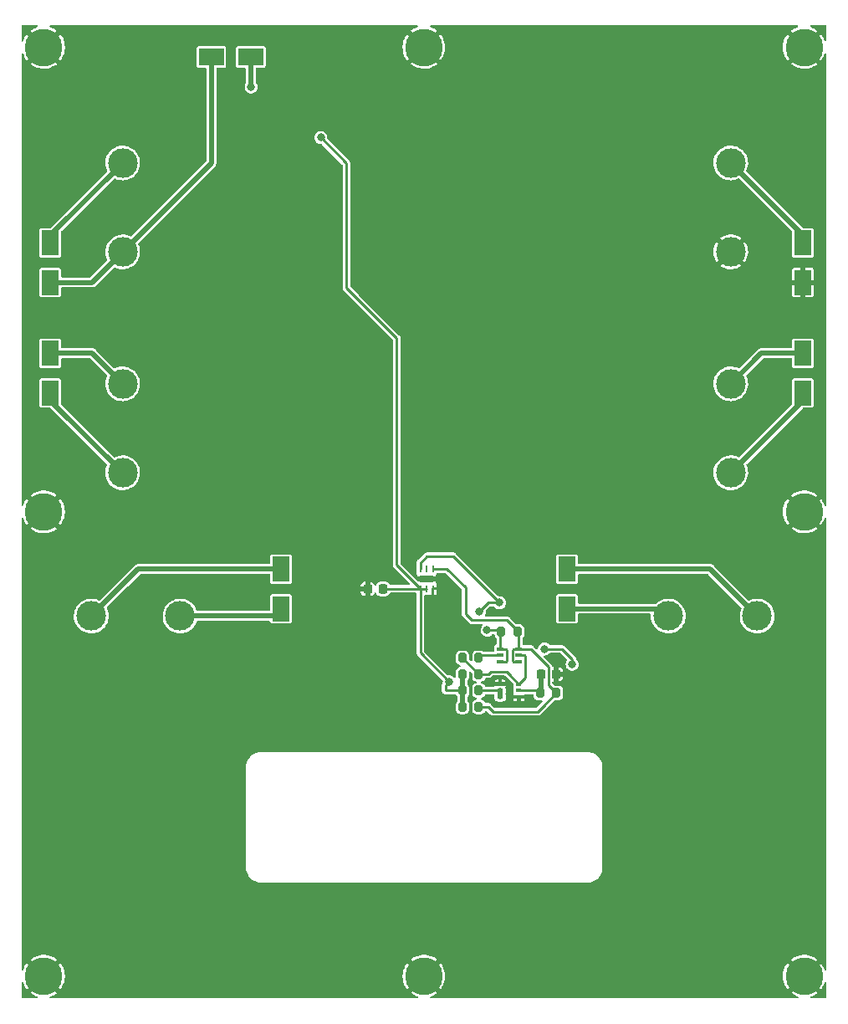
<source format=gtl>
%TF.GenerationSoftware,KiCad,Pcbnew,(6.0.5)*%
%TF.CreationDate,2022-07-09T16:35:03-07:00*%
%TF.ProjectId,solar-panel-side-X-plus,736f6c61-722d-4706-916e-656c2d736964,rev?*%
%TF.SameCoordinates,Original*%
%TF.FileFunction,Copper,L1,Top*%
%TF.FilePolarity,Positive*%
%FSLAX46Y46*%
G04 Gerber Fmt 4.6, Leading zero omitted, Abs format (unit mm)*
G04 Created by KiCad (PCBNEW (6.0.5)) date 2022-07-09 16:35:03*
%MOMM*%
%LPD*%
G01*
G04 APERTURE LIST*
G04 Aperture macros list*
%AMRoundRect*
0 Rectangle with rounded corners*
0 $1 Rounding radius*
0 $2 $3 $4 $5 $6 $7 $8 $9 X,Y pos of 4 corners*
0 Add a 4 corners polygon primitive as box body*
4,1,4,$2,$3,$4,$5,$6,$7,$8,$9,$2,$3,0*
0 Add four circle primitives for the rounded corners*
1,1,$1+$1,$2,$3*
1,1,$1+$1,$4,$5*
1,1,$1+$1,$6,$7*
1,1,$1+$1,$8,$9*
0 Add four rect primitives between the rounded corners*
20,1,$1+$1,$2,$3,$4,$5,0*
20,1,$1+$1,$4,$5,$6,$7,0*
20,1,$1+$1,$6,$7,$8,$9,0*
20,1,$1+$1,$8,$9,$2,$3,0*%
G04 Aperture macros list end*
%TA.AperFunction,ComponentPad*%
%ADD10C,3.000000*%
%TD*%
%TA.AperFunction,SMDPad,CuDef*%
%ADD11R,1.700000X2.500000*%
%TD*%
%TA.AperFunction,SMDPad,CuDef*%
%ADD12R,2.500000X1.700000*%
%TD*%
%TA.AperFunction,ComponentPad*%
%ADD13C,2.600000*%
%TD*%
%TA.AperFunction,ConnectorPad*%
%ADD14C,3.800000*%
%TD*%
%TA.AperFunction,SMDPad,CuDef*%
%ADD15R,0.270000X0.740000*%
%TD*%
%TA.AperFunction,SMDPad,CuDef*%
%ADD16R,1.350000X0.650000*%
%TD*%
%TA.AperFunction,SMDPad,CuDef*%
%ADD17RoundRect,0.200000X0.200000X0.275000X-0.200000X0.275000X-0.200000X-0.275000X0.200000X-0.275000X0*%
%TD*%
%TA.AperFunction,SMDPad,CuDef*%
%ADD18RoundRect,0.200000X-0.200000X-0.275000X0.200000X-0.275000X0.200000X0.275000X-0.200000X0.275000X0*%
%TD*%
%TA.AperFunction,SMDPad,CuDef*%
%ADD19R,0.600000X0.400000*%
%TD*%
%TA.AperFunction,SMDPad,CuDef*%
%ADD20R,0.650000X0.400000*%
%TD*%
%TA.AperFunction,SMDPad,CuDef*%
%ADD21RoundRect,0.225000X-0.225000X-0.250000X0.225000X-0.250000X0.225000X0.250000X-0.225000X0.250000X0*%
%TD*%
%TA.AperFunction,SMDPad,CuDef*%
%ADD22RoundRect,0.225000X0.225000X0.250000X-0.225000X0.250000X-0.225000X-0.250000X0.225000X-0.250000X0*%
%TD*%
%TA.AperFunction,ViaPad*%
%ADD23C,0.800000*%
%TD*%
%TA.AperFunction,Conductor*%
%ADD24C,0.250000*%
%TD*%
%TA.AperFunction,Conductor*%
%ADD25C,0.500000*%
%TD*%
G04 APERTURE END LIST*
D10*
X169464000Y-59508000D03*
X169464000Y-68508000D03*
X169464000Y-81860000D03*
X169464000Y-90860000D03*
D11*
X100584000Y-82772000D03*
X100584000Y-78772000D03*
X176784000Y-67596000D03*
X176784000Y-71596000D03*
X123952000Y-100616000D03*
X123952000Y-104616000D03*
D12*
X120872000Y-48768000D03*
X116872000Y-48768000D03*
D11*
X176784000Y-78772000D03*
X176784000Y-82772000D03*
X100584000Y-71596000D03*
X100584000Y-67596000D03*
X152908000Y-104616000D03*
X152908000Y-100616000D03*
D13*
X176900000Y-94810000D03*
D14*
X176900000Y-94810000D03*
D13*
X176900000Y-47810000D03*
D14*
X176900000Y-47810000D03*
X138400000Y-47810000D03*
D13*
X138400000Y-47810000D03*
D14*
X99900000Y-47810000D03*
D13*
X99900000Y-47810000D03*
X99900000Y-94810000D03*
D14*
X99900000Y-94810000D03*
X99900000Y-141810000D03*
D13*
X99900000Y-141810000D03*
X138400000Y-141810000D03*
D14*
X138400000Y-141810000D03*
D13*
X176900000Y-141810000D03*
D14*
X176900000Y-141810000D03*
D10*
X107904000Y-68508000D03*
X107904000Y-59508000D03*
X107904000Y-90860000D03*
X107904000Y-81860000D03*
X104720000Y-105364000D03*
X113720000Y-105364000D03*
X163140000Y-105364000D03*
X172140000Y-105364000D03*
D15*
X138034000Y-102595000D03*
X138684000Y-102595000D03*
X139334000Y-102595000D03*
X139334000Y-100605000D03*
X138684000Y-100605000D03*
X138034000Y-100605000D03*
D16*
X138684000Y-101600000D03*
D17*
X151828000Y-113157000D03*
X150178000Y-113157000D03*
D18*
X142304000Y-112903000D03*
X143954000Y-112903000D03*
D17*
X143954000Y-109601000D03*
X142304000Y-109601000D03*
D18*
X142304000Y-114554000D03*
X143954000Y-114554000D03*
X142304000Y-111252000D03*
X143954000Y-111252000D03*
D17*
X147891000Y-106934000D03*
X146241000Y-106934000D03*
D19*
X146116000Y-112253000D03*
X146116000Y-112903000D03*
X146116000Y-113553000D03*
X148016000Y-113553000D03*
X148016000Y-112903000D03*
X148016000Y-112253000D03*
D20*
X146116000Y-108697000D03*
X146116000Y-109347000D03*
X146116000Y-109997000D03*
X148016000Y-109997000D03*
X148016000Y-109347000D03*
X148016000Y-108697000D03*
D21*
X150228000Y-111252000D03*
X151778000Y-111252000D03*
D22*
X134252000Y-102616000D03*
X132702000Y-102616000D03*
D23*
X140970000Y-112014000D03*
X127968000Y-56944000D03*
X174498000Y-72644000D03*
X118872000Y-66294000D03*
X175768000Y-74676000D03*
X122936000Y-66294000D03*
X148971000Y-114236500D03*
X139192000Y-104013000D03*
X177546000Y-74676000D03*
X131318000Y-104013000D03*
X123825000Y-58928000D03*
X122682000Y-59690000D03*
X120142000Y-66802000D03*
X119634000Y-59944000D03*
X116586000Y-64897000D03*
X131445000Y-101219000D03*
X122682000Y-58166000D03*
X118872000Y-63754000D03*
X121412000Y-66802000D03*
X169418000Y-71882000D03*
X139192000Y-106934000D03*
X130556000Y-102616000D03*
X167132000Y-70612000D03*
X171450000Y-71120000D03*
X119634000Y-57912000D03*
X172720000Y-68072000D03*
X122936000Y-65024000D03*
X174498000Y-70612000D03*
X139192000Y-105410000D03*
X120910000Y-51822000D03*
X144798210Y-106788790D03*
X144018000Y-104902000D03*
X153416000Y-110236000D03*
X150607000Y-108697000D03*
X146050000Y-104013000D03*
D24*
X130556000Y-72136000D02*
X130556000Y-72136000D01*
X140589000Y-112903000D02*
X140589000Y-112395000D01*
X140589000Y-112395000D02*
X140843000Y-112141000D01*
X140589000Y-112903000D02*
X142304000Y-112903000D01*
X140970000Y-112014000D02*
X140970000Y-112014000D01*
X140843000Y-112141000D02*
X140970000Y-112014000D01*
D25*
X142304000Y-114554000D02*
X142304000Y-112903000D01*
X142304000Y-112903000D02*
X142304000Y-111252000D01*
D24*
X138034000Y-109078000D02*
X140970000Y-112014000D01*
X138034000Y-102595000D02*
X138034000Y-109078000D01*
X135636000Y-77216000D02*
X130556000Y-72136000D01*
X135636000Y-100197000D02*
X135636000Y-77216000D01*
X134239000Y-102616000D02*
X138013000Y-102616000D01*
X138034000Y-102595000D02*
X135636000Y-100197000D01*
X138034000Y-102595000D02*
X138684000Y-102595000D01*
X138013000Y-102616000D02*
X138034000Y-102595000D01*
X130556000Y-59532000D02*
X130556000Y-72136000D01*
X127968000Y-56944000D02*
X130556000Y-59532000D01*
D25*
X104816000Y-71596000D02*
X107904000Y-68508000D01*
X116872000Y-59540000D02*
X116872000Y-48768000D01*
X107904000Y-68508000D02*
X116872000Y-59540000D01*
X100584000Y-71596000D02*
X104816000Y-71596000D01*
X100584000Y-67596000D02*
X100584000Y-66828000D01*
X100584000Y-83540000D02*
X107904000Y-90860000D01*
X100584000Y-66828000D02*
X107904000Y-59508000D01*
X100584000Y-82772000D02*
X100584000Y-83540000D01*
X109468000Y-100616000D02*
X104720000Y-105364000D01*
X100584000Y-78772000D02*
X104816000Y-78772000D01*
X104816000Y-78772000D02*
X107904000Y-81860000D01*
X123952000Y-100616000D02*
X109468000Y-100616000D01*
X162392000Y-104616000D02*
X163140000Y-105364000D01*
X123204000Y-105364000D02*
X123952000Y-104616000D01*
X152908000Y-104616000D02*
X162392000Y-104616000D01*
X113720000Y-105364000D02*
X123204000Y-105364000D01*
X172552000Y-78772000D02*
X169464000Y-81860000D01*
X176784000Y-78772000D02*
X172552000Y-78772000D01*
X152908000Y-100616000D02*
X167392000Y-100616000D01*
X167392000Y-100616000D02*
X172140000Y-105364000D01*
X176784000Y-67596000D02*
X176784000Y-66828000D01*
X176784000Y-66828000D02*
X169464000Y-59508000D01*
X176784000Y-83540000D02*
X169464000Y-90860000D01*
X176784000Y-82772000D02*
X176784000Y-83540000D01*
X120872000Y-48768000D02*
X120872000Y-51784000D01*
X120872000Y-51784000D02*
X120910000Y-51822000D01*
D24*
X144798210Y-106788790D02*
X146095790Y-106788790D01*
X146095790Y-106788790D02*
X146241000Y-106934000D01*
X146116000Y-107059000D02*
X146241000Y-106934000D01*
X146116000Y-108697000D02*
X146116000Y-107059000D01*
X146691000Y-108697000D02*
X146766001Y-108772001D01*
X146691000Y-109997000D02*
X146116000Y-109997000D01*
X146116000Y-108697000D02*
X146691000Y-108697000D01*
X146766001Y-108772001D02*
X146766001Y-109921999D01*
X146766001Y-109921999D02*
X146691000Y-109997000D01*
X148016000Y-112903000D02*
X149924000Y-112903000D01*
X149924000Y-112903000D02*
X150178000Y-113157000D01*
D25*
X150228000Y-113107000D02*
X150178000Y-113157000D01*
X150228000Y-111252000D02*
X150228000Y-113107000D01*
D24*
X143954000Y-111252000D02*
X144907000Y-111252000D01*
X145161000Y-110998000D02*
X146761000Y-110998000D01*
X146761000Y-110998000D02*
X147015000Y-111252000D01*
X144907000Y-111252000D02*
X145161000Y-110998000D01*
X142304000Y-109602000D02*
X143954000Y-111252000D01*
X142304000Y-109601000D02*
X142304000Y-109602000D01*
X148666001Y-111602999D02*
X148016000Y-112253000D01*
X148016000Y-109347000D02*
X148591000Y-109347000D01*
X147015000Y-111252000D02*
X148016000Y-112253000D01*
X148591000Y-109347000D02*
X148666001Y-109422001D01*
X148666001Y-109422001D02*
X148666001Y-111602999D01*
X144208000Y-109347000D02*
X146116000Y-109347000D01*
X143954000Y-109601000D02*
X144208000Y-109347000D01*
X144907000Y-114554000D02*
X145415000Y-115062000D01*
X143954000Y-114554000D02*
X144907000Y-114554000D01*
X149923000Y-115062000D02*
X150431000Y-114554000D01*
X145415000Y-115062000D02*
X149923000Y-115062000D01*
X147891000Y-106934000D02*
X147891000Y-106870000D01*
X147891000Y-106870000D02*
X146812000Y-105791000D01*
X146812000Y-105791000D02*
X143256000Y-105791000D01*
X148016000Y-108697000D02*
X148016000Y-107059000D01*
X151003000Y-112332000D02*
X151828000Y-113157000D01*
X150431000Y-114554000D02*
X151828000Y-113157000D01*
X147441000Y-109997000D02*
X147365999Y-109921999D01*
X147365999Y-108772001D02*
X147441000Y-108697000D01*
X148016000Y-109997000D02*
X147441000Y-109997000D01*
X148016000Y-107059000D02*
X147891000Y-106934000D01*
X147365999Y-109921999D02*
X147365999Y-108772001D01*
X148016000Y-108697000D02*
X149210000Y-108697000D01*
X149210000Y-108697000D02*
X151003000Y-110490000D01*
X151003000Y-110490000D02*
X151003000Y-112332000D01*
X147441000Y-108697000D02*
X148016000Y-108697000D01*
X142621000Y-102489000D02*
X142621000Y-105156000D01*
X139334000Y-100605000D02*
X140737000Y-100605000D01*
X140737000Y-100605000D02*
X142621000Y-102489000D01*
X142621000Y-105156000D02*
X143256000Y-105791000D01*
X152385000Y-108697000D02*
X153416000Y-109728000D01*
X150607000Y-108697000D02*
X152385000Y-108697000D01*
X153416000Y-109728000D02*
X153416000Y-110236000D01*
X153416000Y-110236000D02*
X153416000Y-110236000D01*
X144907000Y-104013000D02*
X144018000Y-104902000D01*
X146050000Y-104013000D02*
X144907000Y-104013000D01*
X138034000Y-100605000D02*
X138034000Y-99985000D01*
X138034000Y-99985000D02*
X138705000Y-99314000D01*
X138705000Y-99314000D02*
X141351000Y-99314000D01*
X141351000Y-99314000D02*
X146050000Y-104013000D01*
D25*
X146116000Y-112903000D02*
X146116000Y-113553000D01*
D24*
X146116000Y-112903000D02*
X143954000Y-112903000D01*
%TA.AperFunction,Conductor*%
G36*
X99255179Y-45583713D02*
G01*
X99291724Y-45634013D01*
X99291724Y-45696187D01*
X99255179Y-45746487D01*
X99222594Y-45762134D01*
X99193274Y-45770155D01*
X99186813Y-45772405D01*
X98922973Y-45884943D01*
X98916876Y-45888050D01*
X98670751Y-46035353D01*
X98665137Y-46039254D01*
X98579484Y-46107875D01*
X98572041Y-46119205D01*
X98572154Y-46121591D01*
X98574619Y-46125409D01*
X99888732Y-47439522D01*
X99900811Y-47445677D01*
X99905923Y-47444867D01*
X101221900Y-46128890D01*
X101228055Y-46116811D01*
X101227637Y-46114173D01*
X101225087Y-46111008D01*
X101153338Y-46052282D01*
X101147769Y-46048324D01*
X100903190Y-45898446D01*
X100897137Y-45895281D01*
X100634479Y-45779982D01*
X100628051Y-45777668D01*
X100572523Y-45761851D01*
X100520918Y-45727174D01*
X100499551Y-45668787D01*
X100516584Y-45608991D01*
X100565511Y-45570627D01*
X100600083Y-45564500D01*
X137696048Y-45564500D01*
X137755179Y-45583713D01*
X137791724Y-45634013D01*
X137791724Y-45696187D01*
X137755179Y-45746487D01*
X137722594Y-45762134D01*
X137693274Y-45770155D01*
X137686813Y-45772405D01*
X137422973Y-45884943D01*
X137416876Y-45888050D01*
X137170751Y-46035353D01*
X137165137Y-46039254D01*
X137079484Y-46107875D01*
X137072041Y-46119205D01*
X137072154Y-46121591D01*
X137074619Y-46125409D01*
X138388732Y-47439522D01*
X138400811Y-47445677D01*
X138405923Y-47444867D01*
X139721900Y-46128890D01*
X139728055Y-46116811D01*
X139727637Y-46114173D01*
X139725087Y-46111008D01*
X139653338Y-46052282D01*
X139647769Y-46048324D01*
X139403190Y-45898446D01*
X139397137Y-45895281D01*
X139134479Y-45779982D01*
X139128051Y-45777668D01*
X139072523Y-45761851D01*
X139020918Y-45727174D01*
X138999551Y-45668787D01*
X139016584Y-45608991D01*
X139065511Y-45570627D01*
X139100083Y-45564500D01*
X176196048Y-45564500D01*
X176255179Y-45583713D01*
X176291724Y-45634013D01*
X176291724Y-45696187D01*
X176255179Y-45746487D01*
X176222594Y-45762134D01*
X176193274Y-45770155D01*
X176186813Y-45772405D01*
X175922973Y-45884943D01*
X175916876Y-45888050D01*
X175670751Y-46035353D01*
X175665137Y-46039254D01*
X175579484Y-46107875D01*
X175572041Y-46119205D01*
X175572154Y-46121591D01*
X175574619Y-46125409D01*
X176888732Y-47439522D01*
X176900811Y-47445677D01*
X176905923Y-47444867D01*
X178221900Y-46128890D01*
X178228055Y-46116811D01*
X178227637Y-46114173D01*
X178225087Y-46111008D01*
X178153338Y-46052282D01*
X178147769Y-46048324D01*
X177903190Y-45898446D01*
X177897137Y-45895281D01*
X177634479Y-45779982D01*
X177628051Y-45777668D01*
X177572523Y-45761851D01*
X177520918Y-45727174D01*
X177499551Y-45668787D01*
X177516584Y-45608991D01*
X177565511Y-45570627D01*
X177600083Y-45564500D01*
X179044900Y-45564500D01*
X179104031Y-45583713D01*
X179140576Y-45634013D01*
X179145500Y-45665100D01*
X179145500Y-47112704D01*
X179126287Y-47171835D01*
X179075987Y-47208380D01*
X179013813Y-47208380D01*
X178963513Y-47171835D01*
X178950070Y-47146285D01*
X178882604Y-46955767D01*
X178879894Y-46949506D01*
X178748333Y-46694610D01*
X178744788Y-46688757D01*
X178603576Y-46487832D01*
X178592738Y-46479694D01*
X178592049Y-46479684D01*
X178585711Y-46483499D01*
X177270478Y-47798732D01*
X177264323Y-47810811D01*
X177265133Y-47815923D01*
X178581714Y-49132504D01*
X178593793Y-49138659D01*
X178595034Y-49138462D01*
X178599951Y-49134285D01*
X178720907Y-48969624D01*
X178724564Y-48963862D01*
X178861434Y-48711779D01*
X178864283Y-48705556D01*
X178950794Y-48476610D01*
X178989668Y-48428087D01*
X179049639Y-48411681D01*
X179107799Y-48433658D01*
X179141934Y-48485623D01*
X179145500Y-48512169D01*
X179145500Y-94112704D01*
X179126287Y-94171835D01*
X179075987Y-94208380D01*
X179013813Y-94208380D01*
X178963513Y-94171835D01*
X178950070Y-94146285D01*
X178882604Y-93955767D01*
X178879894Y-93949506D01*
X178748333Y-93694610D01*
X178744788Y-93688757D01*
X178603576Y-93487832D01*
X178592738Y-93479694D01*
X178592049Y-93479684D01*
X178585711Y-93483499D01*
X177270478Y-94798732D01*
X177264323Y-94810811D01*
X177265133Y-94815923D01*
X178581714Y-96132504D01*
X178593793Y-96138659D01*
X178595034Y-96138462D01*
X178599951Y-96134285D01*
X178720907Y-95969624D01*
X178724564Y-95963862D01*
X178861434Y-95711779D01*
X178864283Y-95705556D01*
X178950794Y-95476610D01*
X178989668Y-95428087D01*
X179049639Y-95411681D01*
X179107799Y-95433658D01*
X179141934Y-95485623D01*
X179145500Y-95512169D01*
X179145500Y-141112704D01*
X179126287Y-141171835D01*
X179075987Y-141208380D01*
X179013813Y-141208380D01*
X178963513Y-141171835D01*
X178950070Y-141146285D01*
X178882604Y-140955767D01*
X178879894Y-140949506D01*
X178748333Y-140694610D01*
X178744788Y-140688757D01*
X178603576Y-140487832D01*
X178592738Y-140479694D01*
X178592049Y-140479684D01*
X178585711Y-140483499D01*
X177270478Y-141798732D01*
X177264323Y-141810811D01*
X177265133Y-141815923D01*
X178581714Y-143132504D01*
X178593793Y-143138659D01*
X178595034Y-143138462D01*
X178599951Y-143134285D01*
X178720907Y-142969624D01*
X178724564Y-142963862D01*
X178861434Y-142711779D01*
X178864283Y-142705556D01*
X178950794Y-142476610D01*
X178989668Y-142428087D01*
X179049639Y-142411681D01*
X179107799Y-142433658D01*
X179141934Y-142485623D01*
X179145500Y-142512169D01*
X179145500Y-143954900D01*
X179126287Y-144014031D01*
X179075987Y-144050576D01*
X179044900Y-144055500D01*
X177609102Y-144055500D01*
X177549971Y-144036287D01*
X177513426Y-143985987D01*
X177513426Y-143923813D01*
X177549971Y-143873513D01*
X177582105Y-143858289D01*
X177582084Y-143858225D01*
X177582622Y-143858044D01*
X177583576Y-143857592D01*
X177585339Y-143857129D01*
X177591808Y-143854952D01*
X177856813Y-143745184D01*
X177862941Y-143742142D01*
X178110595Y-143597425D01*
X178116255Y-143593579D01*
X178220366Y-143511945D01*
X178227925Y-143500695D01*
X178227848Y-143498590D01*
X178225146Y-143494356D01*
X176911268Y-142180478D01*
X176899189Y-142174323D01*
X176894077Y-142175133D01*
X175577717Y-143491493D01*
X175571562Y-143503572D01*
X175572024Y-143506489D01*
X175574254Y-143509287D01*
X175628323Y-143554496D01*
X175633858Y-143558517D01*
X175876842Y-143710941D01*
X175882870Y-143714173D01*
X176144305Y-143832216D01*
X176150701Y-143834595D01*
X176231213Y-143858443D01*
X176282452Y-143893658D01*
X176303207Y-143952266D01*
X176285548Y-144011880D01*
X176236222Y-144049730D01*
X176202641Y-144055500D01*
X139109102Y-144055500D01*
X139049971Y-144036287D01*
X139013426Y-143985987D01*
X139013426Y-143923813D01*
X139049971Y-143873513D01*
X139082105Y-143858289D01*
X139082084Y-143858225D01*
X139082622Y-143858044D01*
X139083576Y-143857592D01*
X139085339Y-143857129D01*
X139091808Y-143854952D01*
X139356813Y-143745184D01*
X139362941Y-143742142D01*
X139610595Y-143597425D01*
X139616255Y-143593579D01*
X139720366Y-143511945D01*
X139727925Y-143500695D01*
X139727848Y-143498590D01*
X139725146Y-143494356D01*
X138411268Y-142180478D01*
X138399189Y-142174323D01*
X138394077Y-142175133D01*
X137077717Y-143491493D01*
X137071562Y-143503572D01*
X137072024Y-143506489D01*
X137074254Y-143509287D01*
X137128323Y-143554496D01*
X137133858Y-143558517D01*
X137376842Y-143710941D01*
X137382870Y-143714173D01*
X137644305Y-143832216D01*
X137650701Y-143834595D01*
X137731213Y-143858443D01*
X137782452Y-143893658D01*
X137803207Y-143952266D01*
X137785548Y-144011880D01*
X137736222Y-144049730D01*
X137702641Y-144055500D01*
X100609102Y-144055500D01*
X100549971Y-144036287D01*
X100513426Y-143985987D01*
X100513426Y-143923813D01*
X100549971Y-143873513D01*
X100582105Y-143858289D01*
X100582084Y-143858225D01*
X100582622Y-143858044D01*
X100583576Y-143857592D01*
X100585339Y-143857129D01*
X100591808Y-143854952D01*
X100856813Y-143745184D01*
X100862941Y-143742142D01*
X101110595Y-143597425D01*
X101116255Y-143593579D01*
X101220366Y-143511945D01*
X101227925Y-143500695D01*
X101227848Y-143498590D01*
X101225146Y-143494356D01*
X99911268Y-142180478D01*
X99899189Y-142174323D01*
X99894077Y-142175133D01*
X98577717Y-143491493D01*
X98571562Y-143503572D01*
X98572024Y-143506489D01*
X98574254Y-143509287D01*
X98628323Y-143554496D01*
X98633858Y-143558517D01*
X98876842Y-143710941D01*
X98882870Y-143714173D01*
X99144305Y-143832216D01*
X99150701Y-143834595D01*
X99231213Y-143858443D01*
X99282452Y-143893658D01*
X99303207Y-143952266D01*
X99285548Y-144011880D01*
X99236222Y-144049730D01*
X99202641Y-144055500D01*
X97755100Y-144055500D01*
X97695969Y-144036287D01*
X97659424Y-143985987D01*
X97654500Y-143954900D01*
X97654500Y-142505779D01*
X97673713Y-142446648D01*
X97724013Y-142410103D01*
X97786187Y-142410103D01*
X97836487Y-142446648D01*
X97850276Y-142473193D01*
X97908558Y-142643420D01*
X97911204Y-142649715D01*
X98040092Y-142905979D01*
X98043570Y-142911860D01*
X98195587Y-143133046D01*
X98206340Y-143141297D01*
X98206743Y-143141308D01*
X98213505Y-143137285D01*
X99529522Y-141821268D01*
X99534850Y-141810811D01*
X100264323Y-141810811D01*
X100265133Y-141815923D01*
X101581714Y-143132504D01*
X101593793Y-143138659D01*
X101595034Y-143138462D01*
X101599951Y-143134285D01*
X101720907Y-142969624D01*
X101724564Y-142963862D01*
X101861434Y-142711779D01*
X101864283Y-142705556D01*
X101965672Y-142437238D01*
X101967650Y-142430685D01*
X102031689Y-142151080D01*
X102032756Y-142144342D01*
X102058383Y-141857182D01*
X102058580Y-141853232D01*
X102059012Y-141811974D01*
X102058899Y-141808036D01*
X102057725Y-141790819D01*
X136241283Y-141790819D01*
X136257795Y-142077176D01*
X136258652Y-142083962D01*
X136313874Y-142365433D01*
X136315646Y-142372046D01*
X136408558Y-142643420D01*
X136411204Y-142649715D01*
X136540092Y-142905979D01*
X136543570Y-142911860D01*
X136695587Y-143133046D01*
X136706340Y-143141297D01*
X136706743Y-143141308D01*
X136713505Y-143137285D01*
X138029522Y-141821268D01*
X138034850Y-141810811D01*
X138764323Y-141810811D01*
X138765133Y-141815923D01*
X140081714Y-143132504D01*
X140093793Y-143138659D01*
X140095034Y-143138462D01*
X140099951Y-143134285D01*
X140220907Y-142969624D01*
X140224564Y-142963862D01*
X140361434Y-142711779D01*
X140364283Y-142705556D01*
X140465672Y-142437238D01*
X140467650Y-142430685D01*
X140531689Y-142151080D01*
X140532756Y-142144342D01*
X140558383Y-141857182D01*
X140558580Y-141853232D01*
X140559012Y-141811974D01*
X140558899Y-141808036D01*
X140557725Y-141790819D01*
X174741283Y-141790819D01*
X174757795Y-142077176D01*
X174758652Y-142083962D01*
X174813874Y-142365433D01*
X174815646Y-142372046D01*
X174908558Y-142643420D01*
X174911204Y-142649715D01*
X175040092Y-142905979D01*
X175043570Y-142911860D01*
X175195587Y-143133046D01*
X175206340Y-143141297D01*
X175206743Y-143141308D01*
X175213505Y-143137285D01*
X176529522Y-141821268D01*
X176535677Y-141809189D01*
X176534867Y-141804077D01*
X175217656Y-140486866D01*
X175205577Y-140480711D01*
X175204618Y-140480863D01*
X175199362Y-140485376D01*
X175067050Y-140669507D01*
X175063453Y-140675308D01*
X174929224Y-140928823D01*
X174926450Y-140935052D01*
X174827870Y-141204435D01*
X174825965Y-141210991D01*
X174764857Y-141491258D01*
X174763859Y-141498015D01*
X174741354Y-141783970D01*
X174741283Y-141790819D01*
X140557725Y-141790819D01*
X140539289Y-141520396D01*
X140538364Y-141513640D01*
X140480196Y-141232752D01*
X140478355Y-141226161D01*
X140382604Y-140955767D01*
X140379894Y-140949506D01*
X140248333Y-140694610D01*
X140244788Y-140688757D01*
X140103576Y-140487832D01*
X140092738Y-140479694D01*
X140092049Y-140479684D01*
X140085711Y-140483499D01*
X138770478Y-141798732D01*
X138764323Y-141810811D01*
X138034850Y-141810811D01*
X138035677Y-141809189D01*
X138034867Y-141804077D01*
X136717656Y-140486866D01*
X136705577Y-140480711D01*
X136704618Y-140480863D01*
X136699362Y-140485376D01*
X136567050Y-140669507D01*
X136563453Y-140675308D01*
X136429224Y-140928823D01*
X136426450Y-140935052D01*
X136327870Y-141204435D01*
X136325965Y-141210991D01*
X136264857Y-141491258D01*
X136263859Y-141498015D01*
X136241354Y-141783970D01*
X136241283Y-141790819D01*
X102057725Y-141790819D01*
X102039289Y-141520396D01*
X102038364Y-141513640D01*
X101980196Y-141232752D01*
X101978355Y-141226161D01*
X101882604Y-140955767D01*
X101879894Y-140949506D01*
X101748333Y-140694610D01*
X101744788Y-140688757D01*
X101603576Y-140487832D01*
X101592738Y-140479694D01*
X101592049Y-140479684D01*
X101585711Y-140483499D01*
X100270478Y-141798732D01*
X100264323Y-141810811D01*
X99534850Y-141810811D01*
X99535677Y-141809189D01*
X99534867Y-141804077D01*
X98217656Y-140486866D01*
X98205577Y-140480711D01*
X98204618Y-140480863D01*
X98199362Y-140485376D01*
X98067050Y-140669507D01*
X98063453Y-140675308D01*
X97929224Y-140928823D01*
X97926450Y-140935052D01*
X97849573Y-141145129D01*
X97811209Y-141194056D01*
X97751414Y-141211089D01*
X97693026Y-141189723D01*
X97658349Y-141138117D01*
X97654500Y-141110557D01*
X97654500Y-140119205D01*
X98572041Y-140119205D01*
X98572154Y-140121591D01*
X98574619Y-140125409D01*
X99888732Y-141439522D01*
X99900811Y-141445677D01*
X99905923Y-141444867D01*
X101221900Y-140128890D01*
X101226835Y-140119205D01*
X137072041Y-140119205D01*
X137072154Y-140121591D01*
X137074619Y-140125409D01*
X138388732Y-141439522D01*
X138400811Y-141445677D01*
X138405923Y-141444867D01*
X139721900Y-140128890D01*
X139726835Y-140119205D01*
X175572041Y-140119205D01*
X175572154Y-140121591D01*
X175574619Y-140125409D01*
X176888732Y-141439522D01*
X176900811Y-141445677D01*
X176905923Y-141444867D01*
X178221900Y-140128890D01*
X178228055Y-140116811D01*
X178227637Y-140114173D01*
X178225087Y-140111008D01*
X178153338Y-140052282D01*
X178147769Y-140048324D01*
X177903190Y-139898446D01*
X177897137Y-139895281D01*
X177634479Y-139779982D01*
X177628051Y-139777668D01*
X177352188Y-139699087D01*
X177345491Y-139697663D01*
X177061511Y-139657247D01*
X177054709Y-139656747D01*
X176767853Y-139655245D01*
X176761037Y-139655674D01*
X176476650Y-139693115D01*
X176469944Y-139694467D01*
X176193274Y-139770155D01*
X176186813Y-139772405D01*
X175922973Y-139884943D01*
X175916876Y-139888050D01*
X175670751Y-140035353D01*
X175665137Y-140039254D01*
X175579484Y-140107875D01*
X175572041Y-140119205D01*
X139726835Y-140119205D01*
X139728055Y-140116811D01*
X139727637Y-140114173D01*
X139725087Y-140111008D01*
X139653338Y-140052282D01*
X139647769Y-140048324D01*
X139403190Y-139898446D01*
X139397137Y-139895281D01*
X139134479Y-139779982D01*
X139128051Y-139777668D01*
X138852188Y-139699087D01*
X138845491Y-139697663D01*
X138561511Y-139657247D01*
X138554709Y-139656747D01*
X138267853Y-139655245D01*
X138261037Y-139655674D01*
X137976650Y-139693115D01*
X137969944Y-139694467D01*
X137693274Y-139770155D01*
X137686813Y-139772405D01*
X137422973Y-139884943D01*
X137416876Y-139888050D01*
X137170751Y-140035353D01*
X137165137Y-140039254D01*
X137079484Y-140107875D01*
X137072041Y-140119205D01*
X101226835Y-140119205D01*
X101228055Y-140116811D01*
X101227637Y-140114173D01*
X101225087Y-140111008D01*
X101153338Y-140052282D01*
X101147769Y-140048324D01*
X100903190Y-139898446D01*
X100897137Y-139895281D01*
X100634479Y-139779982D01*
X100628051Y-139777668D01*
X100352188Y-139699087D01*
X100345491Y-139697663D01*
X100061511Y-139657247D01*
X100054709Y-139656747D01*
X99767853Y-139655245D01*
X99761037Y-139655674D01*
X99476650Y-139693115D01*
X99469944Y-139694467D01*
X99193274Y-139770155D01*
X99186813Y-139772405D01*
X98922973Y-139884943D01*
X98916876Y-139888050D01*
X98670751Y-140035353D01*
X98665137Y-140039254D01*
X98579484Y-140107875D01*
X98572041Y-140119205D01*
X97654500Y-140119205D01*
X97654500Y-130810000D01*
X120390514Y-130810000D01*
X120392219Y-130818572D01*
X120392447Y-130821760D01*
X120392447Y-130823204D01*
X120392667Y-130824838D01*
X120407163Y-131027513D01*
X120453517Y-131240598D01*
X120529724Y-131444918D01*
X120531441Y-131448062D01*
X120531443Y-131448067D01*
X120607808Y-131587918D01*
X120634233Y-131636312D01*
X120764917Y-131810885D01*
X120919115Y-131965083D01*
X121093688Y-132095767D01*
X121096840Y-132097488D01*
X121281933Y-132198557D01*
X121281938Y-132198559D01*
X121285082Y-132200276D01*
X121288442Y-132201529D01*
X121288446Y-132201531D01*
X121486031Y-132275226D01*
X121486035Y-132275227D01*
X121489402Y-132276483D01*
X121631145Y-132307317D01*
X121698974Y-132322073D01*
X121698977Y-132322073D01*
X121702487Y-132322837D01*
X121905162Y-132337333D01*
X121906796Y-132337553D01*
X121908240Y-132337553D01*
X121911428Y-132337781D01*
X121920000Y-132339486D01*
X121929718Y-132337553D01*
X121929719Y-132337553D01*
X121935350Y-132336433D01*
X121954975Y-132334500D01*
X154905025Y-132334500D01*
X154924650Y-132336433D01*
X154930281Y-132337553D01*
X154930282Y-132337553D01*
X154940000Y-132339486D01*
X154948572Y-132337781D01*
X154951760Y-132337553D01*
X154953204Y-132337553D01*
X154954838Y-132337333D01*
X155157513Y-132322837D01*
X155161023Y-132322073D01*
X155161026Y-132322073D01*
X155228855Y-132307317D01*
X155370598Y-132276483D01*
X155373965Y-132275227D01*
X155373969Y-132275226D01*
X155571554Y-132201531D01*
X155571558Y-132201529D01*
X155574918Y-132200276D01*
X155578062Y-132198559D01*
X155578067Y-132198557D01*
X155763160Y-132097488D01*
X155766312Y-132095767D01*
X155940885Y-131965083D01*
X156095083Y-131810885D01*
X156225767Y-131636312D01*
X156252192Y-131587918D01*
X156328557Y-131448067D01*
X156328559Y-131448062D01*
X156330276Y-131444918D01*
X156406483Y-131240598D01*
X156452837Y-131027513D01*
X156467333Y-130824838D01*
X156467553Y-130823204D01*
X156467553Y-130821760D01*
X156467781Y-130818572D01*
X156469486Y-130810000D01*
X156466433Y-130794650D01*
X156464500Y-130775025D01*
X156464500Y-120684975D01*
X156466433Y-120665350D01*
X156467553Y-120659719D01*
X156467553Y-120659718D01*
X156469486Y-120650000D01*
X156467781Y-120641428D01*
X156467553Y-120638240D01*
X156467553Y-120636796D01*
X156467332Y-120635156D01*
X156455782Y-120473660D01*
X156452837Y-120432487D01*
X156406483Y-120219402D01*
X156330276Y-120015082D01*
X156320539Y-119997249D01*
X156227488Y-119826840D01*
X156225767Y-119823688D01*
X156095083Y-119649115D01*
X155940885Y-119494917D01*
X155766312Y-119364233D01*
X155725943Y-119342190D01*
X155578067Y-119261443D01*
X155578062Y-119261441D01*
X155574918Y-119259724D01*
X155571558Y-119258471D01*
X155571554Y-119258469D01*
X155373969Y-119184774D01*
X155373965Y-119184773D01*
X155370598Y-119183517D01*
X155228855Y-119152683D01*
X155161026Y-119137927D01*
X155161023Y-119137927D01*
X155157513Y-119137163D01*
X154954838Y-119122667D01*
X154953204Y-119122447D01*
X154951760Y-119122447D01*
X154948572Y-119122219D01*
X154940000Y-119120514D01*
X154930282Y-119122447D01*
X154930281Y-119122447D01*
X154924650Y-119123567D01*
X154905025Y-119125500D01*
X121954975Y-119125500D01*
X121935350Y-119123567D01*
X121929719Y-119122447D01*
X121929718Y-119122447D01*
X121920000Y-119120514D01*
X121911428Y-119122219D01*
X121908240Y-119122447D01*
X121906796Y-119122447D01*
X121905162Y-119122667D01*
X121702487Y-119137163D01*
X121698977Y-119137927D01*
X121698974Y-119137927D01*
X121631145Y-119152683D01*
X121489402Y-119183517D01*
X121486035Y-119184773D01*
X121486031Y-119184774D01*
X121288446Y-119258469D01*
X121288442Y-119258471D01*
X121285082Y-119259724D01*
X121281938Y-119261441D01*
X121281933Y-119261443D01*
X121134057Y-119342190D01*
X121093688Y-119364233D01*
X120919115Y-119494917D01*
X120764917Y-119649115D01*
X120634233Y-119823688D01*
X120632512Y-119826840D01*
X120539462Y-119997249D01*
X120529724Y-120015082D01*
X120453517Y-120219402D01*
X120407163Y-120432487D01*
X120404219Y-120473660D01*
X120392668Y-120635156D01*
X120392447Y-120636796D01*
X120392447Y-120638240D01*
X120392219Y-120641428D01*
X120390514Y-120650000D01*
X120392447Y-120659718D01*
X120392447Y-120659719D01*
X120393567Y-120665350D01*
X120395500Y-120684975D01*
X120395500Y-130775025D01*
X120393567Y-130794650D01*
X120390514Y-130810000D01*
X97654500Y-130810000D01*
X97654500Y-105317944D01*
X102961183Y-105317944D01*
X102961362Y-105321674D01*
X102961362Y-105321679D01*
X102967697Y-105453562D01*
X102973694Y-105578419D01*
X103024569Y-105834185D01*
X103025831Y-105837700D01*
X103111149Y-106075328D01*
X103112690Y-106079621D01*
X103236120Y-106309336D01*
X103238350Y-106312322D01*
X103238353Y-106312327D01*
X103322980Y-106425655D01*
X103392149Y-106518283D01*
X103577348Y-106701873D01*
X103645977Y-106752194D01*
X103784641Y-106853868D01*
X103784646Y-106853871D01*
X103787649Y-106856073D01*
X103790947Y-106857808D01*
X104015127Y-106975755D01*
X104015131Y-106975757D01*
X104018433Y-106977494D01*
X104021960Y-106978726D01*
X104021963Y-106978727D01*
X104261101Y-107062237D01*
X104264629Y-107063469D01*
X104520828Y-107112110D01*
X104524557Y-107112256D01*
X104524561Y-107112257D01*
X104690618Y-107118781D01*
X104781403Y-107122348D01*
X104874885Y-107112110D01*
X105036916Y-107094365D01*
X105036921Y-107094364D01*
X105040629Y-107093958D01*
X105161114Y-107062237D01*
X105289204Y-107028514D01*
X105289208Y-107028512D01*
X105292811Y-107027564D01*
X105532410Y-106924625D01*
X105754161Y-106787401D01*
X105767778Y-106775874D01*
X105950339Y-106621324D01*
X105953194Y-106618907D01*
X105993565Y-106572873D01*
X106122671Y-106425655D01*
X106122673Y-106425653D01*
X106125135Y-106422845D01*
X106127153Y-106419707D01*
X106127158Y-106419701D01*
X106264183Y-106206672D01*
X106264186Y-106206667D01*
X106266208Y-106203523D01*
X106267743Y-106200116D01*
X106267746Y-106200110D01*
X106371780Y-105969163D01*
X106371781Y-105969160D01*
X106373314Y-105965757D01*
X106444099Y-105714772D01*
X106460980Y-105582077D01*
X106476691Y-105458582D01*
X106476691Y-105458579D01*
X106477009Y-105456081D01*
X106479420Y-105364000D01*
X106475997Y-105317944D01*
X111961183Y-105317944D01*
X111961362Y-105321674D01*
X111961362Y-105321679D01*
X111967697Y-105453562D01*
X111973694Y-105578419D01*
X112024569Y-105834185D01*
X112025831Y-105837700D01*
X112111149Y-106075328D01*
X112112690Y-106079621D01*
X112236120Y-106309336D01*
X112238350Y-106312322D01*
X112238353Y-106312327D01*
X112322980Y-106425655D01*
X112392149Y-106518283D01*
X112577348Y-106701873D01*
X112645977Y-106752194D01*
X112784641Y-106853868D01*
X112784646Y-106853871D01*
X112787649Y-106856073D01*
X112790947Y-106857808D01*
X113015127Y-106975755D01*
X113015131Y-106975757D01*
X113018433Y-106977494D01*
X113021960Y-106978726D01*
X113021963Y-106978727D01*
X113261101Y-107062237D01*
X113264629Y-107063469D01*
X113520828Y-107112110D01*
X113524557Y-107112256D01*
X113524561Y-107112257D01*
X113690618Y-107118781D01*
X113781403Y-107122348D01*
X113874885Y-107112110D01*
X114036916Y-107094365D01*
X114036921Y-107094364D01*
X114040629Y-107093958D01*
X114161114Y-107062237D01*
X114289204Y-107028514D01*
X114289208Y-107028512D01*
X114292811Y-107027564D01*
X114532410Y-106924625D01*
X114754161Y-106787401D01*
X114767778Y-106775874D01*
X114950339Y-106621324D01*
X114953194Y-106618907D01*
X114993565Y-106572873D01*
X115122671Y-106425655D01*
X115122673Y-106425653D01*
X115125135Y-106422845D01*
X115127153Y-106419707D01*
X115127158Y-106419701D01*
X115264183Y-106206672D01*
X115264186Y-106206667D01*
X115266208Y-106203523D01*
X115267743Y-106200116D01*
X115267746Y-106200110D01*
X115371780Y-105969163D01*
X115371781Y-105969160D01*
X115373314Y-105965757D01*
X115380073Y-105941793D01*
X115414612Y-105890098D01*
X115476895Y-105868500D01*
X122760451Y-105868500D01*
X122819582Y-105887713D01*
X122856127Y-105938013D01*
X122859118Y-105949471D01*
X122862266Y-105965301D01*
X122867769Y-105973536D01*
X122867769Y-105973537D01*
X122900906Y-106023129D01*
X122918516Y-106049484D01*
X123002699Y-106105734D01*
X123051239Y-106115389D01*
X123072081Y-106119535D01*
X123072082Y-106119535D01*
X123076933Y-106120500D01*
X123081880Y-106120500D01*
X123952796Y-106120499D01*
X124827066Y-106120499D01*
X124862548Y-106113442D01*
X124891584Y-106107667D01*
X124891586Y-106107666D01*
X124901301Y-106105734D01*
X124917981Y-106094589D01*
X124977247Y-106054988D01*
X124985484Y-106049484D01*
X125041734Y-105965301D01*
X125056500Y-105891067D01*
X125056499Y-103340934D01*
X125045696Y-103286620D01*
X125043667Y-103276416D01*
X125043666Y-103276414D01*
X125041734Y-103266699D01*
X125036230Y-103258461D01*
X124990988Y-103190753D01*
X124985484Y-103182516D01*
X124901301Y-103126266D01*
X124852761Y-103116611D01*
X124831919Y-103112465D01*
X124831918Y-103112465D01*
X124827067Y-103111500D01*
X124822120Y-103111500D01*
X123951204Y-103111501D01*
X123076934Y-103111501D01*
X123041452Y-103118558D01*
X123012416Y-103124333D01*
X123012414Y-103124334D01*
X123002699Y-103126266D01*
X122918516Y-103182516D01*
X122862266Y-103266699D01*
X122847500Y-103340933D01*
X122847501Y-104092287D01*
X122847501Y-104758900D01*
X122828288Y-104818031D01*
X122777988Y-104854576D01*
X122746901Y-104859500D01*
X115475212Y-104859500D01*
X115416081Y-104840287D01*
X115381452Y-104795361D01*
X115309381Y-104610032D01*
X115308027Y-104606550D01*
X115178625Y-104380145D01*
X115017180Y-104175353D01*
X114981517Y-104141804D01*
X114842362Y-104010900D01*
X114827239Y-103996674D01*
X114824182Y-103994554D01*
X114824178Y-103994550D01*
X114710977Y-103916020D01*
X114612973Y-103848032D01*
X114379090Y-103732694D01*
X114375535Y-103731556D01*
X114375533Y-103731555D01*
X114201246Y-103675766D01*
X114130728Y-103653193D01*
X114099475Y-103648103D01*
X113877034Y-103611876D01*
X113877035Y-103611876D01*
X113873344Y-103611275D01*
X113869602Y-103611226D01*
X113840905Y-103610850D01*
X113612590Y-103607862D01*
X113514474Y-103621215D01*
X113357898Y-103642524D01*
X113357896Y-103642524D01*
X113354196Y-103643028D01*
X113350613Y-103644072D01*
X113350610Y-103644073D01*
X113245375Y-103674746D01*
X113103838Y-103716000D01*
X113100456Y-103717559D01*
X113100451Y-103717561D01*
X112993471Y-103766880D01*
X112867016Y-103825177D01*
X112863895Y-103827223D01*
X112863890Y-103827226D01*
X112820410Y-103855733D01*
X112648933Y-103968158D01*
X112454379Y-104141804D01*
X112451987Y-104144680D01*
X112290016Y-104339429D01*
X112290011Y-104339436D01*
X112287629Y-104342300D01*
X112152345Y-104565240D01*
X112051500Y-104805728D01*
X111987310Y-105058480D01*
X111986936Y-105062191D01*
X111986936Y-105062193D01*
X111964204Y-105287946D01*
X111961183Y-105317944D01*
X106475997Y-105317944D01*
X106460094Y-105103941D01*
X106450648Y-105062193D01*
X106403367Y-104853240D01*
X106403366Y-104853237D01*
X106402542Y-104849595D01*
X106401192Y-104846122D01*
X106401189Y-104846114D01*
X106309382Y-104610033D01*
X106309379Y-104610027D01*
X106308027Y-104606550D01*
X106303567Y-104598746D01*
X106290908Y-104537874D01*
X106319775Y-104477696D01*
X107888847Y-102908624D01*
X131998000Y-102908624D01*
X131998293Y-102914044D01*
X132003683Y-102963653D01*
X132006574Y-102975815D01*
X132050012Y-103091686D01*
X132056821Y-103104124D01*
X132130517Y-103202455D01*
X132140545Y-103212483D01*
X132238876Y-103286179D01*
X132251314Y-103292988D01*
X132367185Y-103336426D01*
X132379347Y-103339317D01*
X132428956Y-103344707D01*
X132432397Y-103344893D01*
X132444957Y-103340812D01*
X132448000Y-103336623D01*
X132448000Y-102885933D01*
X132443812Y-102873043D01*
X132439623Y-102870000D01*
X132013933Y-102870000D01*
X132001043Y-102874188D01*
X131998000Y-102878377D01*
X131998000Y-102908624D01*
X107888847Y-102908624D01*
X108451404Y-102346067D01*
X131998000Y-102346067D01*
X132002188Y-102358957D01*
X132006377Y-102362000D01*
X132432067Y-102362000D01*
X132444957Y-102357812D01*
X132448000Y-102353623D01*
X132448000Y-101902933D01*
X132443812Y-101890043D01*
X132439623Y-101887000D01*
X132434376Y-101887000D01*
X132428956Y-101887293D01*
X132379347Y-101892683D01*
X132367185Y-101895574D01*
X132251314Y-101939012D01*
X132238876Y-101945821D01*
X132140545Y-102019517D01*
X132130517Y-102029545D01*
X132056821Y-102127876D01*
X132050012Y-102140314D01*
X132006574Y-102256185D01*
X132003683Y-102268347D01*
X131998293Y-102317956D01*
X131998000Y-102323376D01*
X131998000Y-102346067D01*
X108451404Y-102346067D01*
X109647506Y-101149965D01*
X109702904Y-101121739D01*
X109718641Y-101120500D01*
X122746901Y-101120500D01*
X122806032Y-101139713D01*
X122842577Y-101190013D01*
X122847501Y-101221100D01*
X122847501Y-101891066D01*
X122854558Y-101926548D01*
X122859764Y-101952720D01*
X122862266Y-101965301D01*
X122867769Y-101973536D01*
X122867769Y-101973537D01*
X122870962Y-101978316D01*
X122918516Y-102049484D01*
X123002699Y-102105734D01*
X123051239Y-102115389D01*
X123072081Y-102119535D01*
X123072082Y-102119535D01*
X123076933Y-102120500D01*
X123081880Y-102120500D01*
X123952796Y-102120499D01*
X124827066Y-102120499D01*
X124862548Y-102113442D01*
X124891584Y-102107667D01*
X124891586Y-102107666D01*
X124901301Y-102105734D01*
X124985484Y-102049484D01*
X125041734Y-101965301D01*
X125056500Y-101891067D01*
X125056499Y-99340934D01*
X125041734Y-99266699D01*
X125036230Y-99258461D01*
X124990988Y-99190753D01*
X124985484Y-99182516D01*
X124901301Y-99126266D01*
X124852761Y-99116611D01*
X124831919Y-99112465D01*
X124831918Y-99112465D01*
X124827067Y-99111500D01*
X124822120Y-99111500D01*
X123951204Y-99111501D01*
X123076934Y-99111501D01*
X123041452Y-99118558D01*
X123012416Y-99124333D01*
X123012414Y-99124334D01*
X123002699Y-99126266D01*
X122918516Y-99182516D01*
X122862266Y-99266699D01*
X122847500Y-99340933D01*
X122847500Y-100010900D01*
X122828287Y-100070031D01*
X122777987Y-100106576D01*
X122746900Y-100111500D01*
X109535785Y-100111500D01*
X109523011Y-100110073D01*
X109523008Y-100110111D01*
X109515870Y-100109537D01*
X109508876Y-100107954D01*
X109474107Y-100110111D01*
X109454828Y-100111307D01*
X109448599Y-100111500D01*
X109431774Y-100111500D01*
X109428236Y-100112007D01*
X109428219Y-100112008D01*
X109420525Y-100113110D01*
X109412496Y-100113933D01*
X109371796Y-100116458D01*
X109371795Y-100116458D01*
X109364641Y-100116902D01*
X109354990Y-100120386D01*
X109335099Y-100125345D01*
X109332038Y-100125783D01*
X109332035Y-100125784D01*
X109324948Y-100126799D01*
X109318428Y-100129763D01*
X109318426Y-100129764D01*
X109281299Y-100146644D01*
X109273822Y-100149688D01*
X109267147Y-100152098D01*
X109228716Y-100165972D01*
X109222929Y-100170200D01*
X109220436Y-100172021D01*
X109202733Y-100182366D01*
X109199920Y-100183645D01*
X109199918Y-100183646D01*
X109193395Y-100186612D01*
X109157061Y-100217920D01*
X109150753Y-100222928D01*
X109142190Y-100229183D01*
X109142186Y-100229187D01*
X109139056Y-100231473D01*
X109127523Y-100243006D01*
X109122056Y-100248082D01*
X109089345Y-100276267D01*
X109089342Y-100276270D01*
X109083918Y-100280944D01*
X109080020Y-100286958D01*
X109080019Y-100286959D01*
X109079252Y-100288142D01*
X109065970Y-100304559D01*
X105603354Y-103767175D01*
X105547956Y-103795401D01*
X105487725Y-103786266D01*
X105414964Y-103750385D01*
X105379090Y-103732694D01*
X105375540Y-103731558D01*
X105375536Y-103731556D01*
X105201246Y-103675766D01*
X105130728Y-103653193D01*
X105099475Y-103648103D01*
X104877034Y-103611876D01*
X104877035Y-103611876D01*
X104873344Y-103611275D01*
X104869602Y-103611226D01*
X104840905Y-103610850D01*
X104612590Y-103607862D01*
X104514474Y-103621215D01*
X104357898Y-103642524D01*
X104357896Y-103642524D01*
X104354196Y-103643028D01*
X104350613Y-103644072D01*
X104350610Y-103644073D01*
X104245375Y-103674746D01*
X104103838Y-103716000D01*
X104100456Y-103717559D01*
X104100451Y-103717561D01*
X103993471Y-103766880D01*
X103867016Y-103825177D01*
X103863895Y-103827223D01*
X103863890Y-103827226D01*
X103820410Y-103855733D01*
X103648933Y-103968158D01*
X103454379Y-104141804D01*
X103451987Y-104144680D01*
X103290016Y-104339429D01*
X103290011Y-104339436D01*
X103287629Y-104342300D01*
X103152345Y-104565240D01*
X103051500Y-104805728D01*
X102987310Y-105058480D01*
X102986936Y-105062191D01*
X102986936Y-105062193D01*
X102964204Y-105287946D01*
X102961183Y-105317944D01*
X97654500Y-105317944D01*
X97654500Y-96503572D01*
X98571562Y-96503572D01*
X98572024Y-96506489D01*
X98574254Y-96509287D01*
X98628323Y-96554496D01*
X98633858Y-96558517D01*
X98876842Y-96710941D01*
X98882870Y-96714173D01*
X99144305Y-96832216D01*
X99150701Y-96834595D01*
X99425727Y-96916060D01*
X99432421Y-96917556D01*
X99715943Y-96960942D01*
X99722764Y-96961515D01*
X100009571Y-96966020D01*
X100016401Y-96965662D01*
X100301163Y-96931202D01*
X100307872Y-96929923D01*
X100585332Y-96857132D01*
X100591808Y-96854952D01*
X100856813Y-96745184D01*
X100862941Y-96742142D01*
X101110595Y-96597425D01*
X101116255Y-96593579D01*
X101220366Y-96511945D01*
X101227925Y-96500695D01*
X101227848Y-96498590D01*
X101225146Y-96494356D01*
X99911268Y-95180478D01*
X99899189Y-95174323D01*
X99894077Y-95175133D01*
X98577717Y-96491493D01*
X98571562Y-96503572D01*
X97654500Y-96503572D01*
X97654500Y-95505779D01*
X97673713Y-95446648D01*
X97724013Y-95410103D01*
X97786187Y-95410103D01*
X97836487Y-95446648D01*
X97850276Y-95473193D01*
X97908558Y-95643420D01*
X97911204Y-95649715D01*
X98040092Y-95905979D01*
X98043570Y-95911860D01*
X98195587Y-96133046D01*
X98206340Y-96141297D01*
X98206743Y-96141308D01*
X98213505Y-96137285D01*
X99529522Y-94821268D01*
X99534850Y-94810811D01*
X100264323Y-94810811D01*
X100265133Y-94815923D01*
X101581714Y-96132504D01*
X101593793Y-96138659D01*
X101595034Y-96138462D01*
X101599951Y-96134285D01*
X101720907Y-95969624D01*
X101724564Y-95963862D01*
X101861434Y-95711779D01*
X101864283Y-95705556D01*
X101965672Y-95437238D01*
X101967650Y-95430685D01*
X102031689Y-95151080D01*
X102032756Y-95144342D01*
X102058383Y-94857182D01*
X102058580Y-94853232D01*
X102059012Y-94811974D01*
X102058899Y-94808036D01*
X102039289Y-94520396D01*
X102038364Y-94513640D01*
X101980196Y-94232752D01*
X101978355Y-94226161D01*
X101882604Y-93955767D01*
X101879894Y-93949506D01*
X101748333Y-93694610D01*
X101744788Y-93688757D01*
X101603576Y-93487832D01*
X101592738Y-93479694D01*
X101592049Y-93479684D01*
X101585711Y-93483499D01*
X100270478Y-94798732D01*
X100264323Y-94810811D01*
X99534850Y-94810811D01*
X99535677Y-94809189D01*
X99534867Y-94804077D01*
X98217656Y-93486866D01*
X98205577Y-93480711D01*
X98204618Y-93480863D01*
X98199362Y-93485376D01*
X98067050Y-93669507D01*
X98063453Y-93675308D01*
X97929224Y-93928823D01*
X97926450Y-93935052D01*
X97849573Y-94145129D01*
X97811209Y-94194056D01*
X97751414Y-94211089D01*
X97693026Y-94189723D01*
X97658349Y-94138117D01*
X97654500Y-94110557D01*
X97654500Y-93119205D01*
X98572041Y-93119205D01*
X98572154Y-93121591D01*
X98574619Y-93125409D01*
X99888732Y-94439522D01*
X99900811Y-94445677D01*
X99905923Y-94444867D01*
X101221900Y-93128890D01*
X101228055Y-93116811D01*
X101227637Y-93114173D01*
X101225087Y-93111008D01*
X101153338Y-93052282D01*
X101147769Y-93048324D01*
X100903190Y-92898446D01*
X100897137Y-92895281D01*
X100634479Y-92779982D01*
X100628051Y-92777668D01*
X100352188Y-92699087D01*
X100345491Y-92697663D01*
X100061511Y-92657247D01*
X100054709Y-92656747D01*
X99767853Y-92655245D01*
X99761037Y-92655674D01*
X99476650Y-92693115D01*
X99469944Y-92694467D01*
X99193274Y-92770155D01*
X99186813Y-92772405D01*
X98922973Y-92884943D01*
X98916876Y-92888050D01*
X98670751Y-93035353D01*
X98665137Y-93039254D01*
X98579484Y-93107875D01*
X98572041Y-93119205D01*
X97654500Y-93119205D01*
X97654500Y-81496933D01*
X99479500Y-81496933D01*
X99479501Y-84047066D01*
X99494266Y-84121301D01*
X99499769Y-84129536D01*
X99499769Y-84129537D01*
X99545012Y-84197247D01*
X99550516Y-84205484D01*
X99634699Y-84261734D01*
X99683239Y-84271389D01*
X99704081Y-84275535D01*
X99704082Y-84275535D01*
X99708933Y-84276500D01*
X99804239Y-84276500D01*
X100565358Y-84276499D01*
X100624489Y-84295712D01*
X100636493Y-84305964D01*
X106304964Y-89974435D01*
X106333190Y-90029833D01*
X106326603Y-90084472D01*
X106235500Y-90301728D01*
X106171310Y-90554480D01*
X106170936Y-90558191D01*
X106170936Y-90558193D01*
X106167100Y-90596293D01*
X106145183Y-90813944D01*
X106157694Y-91074419D01*
X106208569Y-91330185D01*
X106296690Y-91575621D01*
X106420120Y-91805336D01*
X106422350Y-91808322D01*
X106422353Y-91808327D01*
X106506980Y-91921655D01*
X106576149Y-92014283D01*
X106761348Y-92197873D01*
X106874701Y-92280987D01*
X106968641Y-92349868D01*
X106968646Y-92349871D01*
X106971649Y-92352073D01*
X106974947Y-92353808D01*
X107199127Y-92471755D01*
X107199131Y-92471757D01*
X107202433Y-92473494D01*
X107205960Y-92474726D01*
X107205963Y-92474727D01*
X107445101Y-92558237D01*
X107448629Y-92559469D01*
X107704828Y-92608110D01*
X107708557Y-92608256D01*
X107708561Y-92608257D01*
X107874618Y-92614781D01*
X107965403Y-92618348D01*
X108058885Y-92608110D01*
X108220916Y-92590365D01*
X108220921Y-92590364D01*
X108224629Y-92589958D01*
X108345114Y-92558237D01*
X108473204Y-92524514D01*
X108473208Y-92524512D01*
X108476811Y-92523564D01*
X108716410Y-92420625D01*
X108938161Y-92283401D01*
X109137194Y-92114907D01*
X109223138Y-92016906D01*
X109306671Y-91921655D01*
X109306673Y-91921653D01*
X109309135Y-91918845D01*
X109311153Y-91915707D01*
X109311158Y-91915701D01*
X109448183Y-91702672D01*
X109448186Y-91702667D01*
X109450208Y-91699523D01*
X109451743Y-91696116D01*
X109451746Y-91696110D01*
X109555780Y-91465163D01*
X109555781Y-91465160D01*
X109557314Y-91461757D01*
X109628099Y-91210772D01*
X109644980Y-91078077D01*
X109660691Y-90954582D01*
X109660691Y-90954579D01*
X109661009Y-90952081D01*
X109663420Y-90860000D01*
X109644094Y-90599941D01*
X109634648Y-90558193D01*
X109587367Y-90349240D01*
X109587366Y-90349237D01*
X109586542Y-90345595D01*
X109585192Y-90342122D01*
X109585189Y-90342114D01*
X109493381Y-90106032D01*
X109492027Y-90102550D01*
X109362625Y-89876145D01*
X109201180Y-89671353D01*
X109165517Y-89637804D01*
X109013957Y-89495231D01*
X109011239Y-89492674D01*
X109008182Y-89490554D01*
X109008178Y-89490550D01*
X108894977Y-89412020D01*
X108796973Y-89344032D01*
X108563090Y-89228694D01*
X108559535Y-89227556D01*
X108559533Y-89227555D01*
X108438909Y-89188944D01*
X108314728Y-89149193D01*
X108057344Y-89107275D01*
X108053602Y-89107226D01*
X108024905Y-89106850D01*
X107796590Y-89103862D01*
X107686620Y-89118828D01*
X107541898Y-89138524D01*
X107541896Y-89138524D01*
X107538196Y-89139028D01*
X107534613Y-89140072D01*
X107534610Y-89140073D01*
X107503321Y-89149193D01*
X107287838Y-89212000D01*
X107133602Y-89283104D01*
X107071860Y-89290412D01*
X107020351Y-89262880D01*
X101717965Y-83960494D01*
X101689739Y-83905096D01*
X101688500Y-83889359D01*
X101688499Y-81501872D01*
X101688499Y-81496934D01*
X101673734Y-81422699D01*
X101668230Y-81414461D01*
X101622988Y-81346753D01*
X101617484Y-81338516D01*
X101533301Y-81282266D01*
X101484761Y-81272611D01*
X101463919Y-81268465D01*
X101463918Y-81268465D01*
X101459067Y-81267500D01*
X101454120Y-81267500D01*
X100583204Y-81267501D01*
X99708934Y-81267501D01*
X99673452Y-81274558D01*
X99644416Y-81280333D01*
X99644414Y-81280334D01*
X99634699Y-81282266D01*
X99626464Y-81287769D01*
X99626463Y-81287769D01*
X99605572Y-81301728D01*
X99550516Y-81338516D01*
X99494266Y-81422699D01*
X99479500Y-81496933D01*
X97654500Y-81496933D01*
X97654500Y-77496933D01*
X99479500Y-77496933D01*
X99479501Y-80047066D01*
X99486558Y-80082548D01*
X99491467Y-80107226D01*
X99494266Y-80121301D01*
X99499769Y-80129536D01*
X99499769Y-80129537D01*
X99505774Y-80138524D01*
X99550516Y-80205484D01*
X99634699Y-80261734D01*
X99683239Y-80271389D01*
X99704081Y-80275535D01*
X99704082Y-80275535D01*
X99708933Y-80276500D01*
X99713880Y-80276500D01*
X100584796Y-80276499D01*
X101459066Y-80276499D01*
X101494548Y-80269442D01*
X101523584Y-80263667D01*
X101523586Y-80263666D01*
X101533301Y-80261734D01*
X101580275Y-80230347D01*
X101609247Y-80210988D01*
X101617484Y-80205484D01*
X101673734Y-80121301D01*
X101688500Y-80047067D01*
X101688500Y-79377100D01*
X101707713Y-79317969D01*
X101758013Y-79281424D01*
X101789100Y-79276500D01*
X104565359Y-79276500D01*
X104624490Y-79295713D01*
X104636494Y-79305965D01*
X106304964Y-80974435D01*
X106333190Y-81029833D01*
X106326603Y-81084472D01*
X106235500Y-81301728D01*
X106224065Y-81346753D01*
X106184669Y-81501880D01*
X106171310Y-81554480D01*
X106170936Y-81558191D01*
X106170936Y-81558193D01*
X106167100Y-81596293D01*
X106145183Y-81813944D01*
X106157694Y-82074419D01*
X106208569Y-82330185D01*
X106296690Y-82575621D01*
X106420120Y-82805336D01*
X106422350Y-82808322D01*
X106422353Y-82808327D01*
X106506980Y-82921655D01*
X106576149Y-83014283D01*
X106761348Y-83197873D01*
X106874701Y-83280987D01*
X106968641Y-83349868D01*
X106968646Y-83349871D01*
X106971649Y-83352073D01*
X106974947Y-83353808D01*
X107199127Y-83471755D01*
X107199131Y-83471757D01*
X107202433Y-83473494D01*
X107205960Y-83474726D01*
X107205963Y-83474727D01*
X107445101Y-83558237D01*
X107448629Y-83559469D01*
X107704828Y-83608110D01*
X107708557Y-83608256D01*
X107708561Y-83608257D01*
X107874618Y-83614781D01*
X107965403Y-83618348D01*
X108058885Y-83608110D01*
X108220916Y-83590365D01*
X108220921Y-83590364D01*
X108224629Y-83589958D01*
X108345114Y-83558237D01*
X108473204Y-83524514D01*
X108473208Y-83524512D01*
X108476811Y-83523564D01*
X108716410Y-83420625D01*
X108938161Y-83283401D01*
X109137194Y-83114907D01*
X109223138Y-83016906D01*
X109306671Y-82921655D01*
X109306673Y-82921653D01*
X109309135Y-82918845D01*
X109311153Y-82915707D01*
X109311158Y-82915701D01*
X109448183Y-82702672D01*
X109448186Y-82702667D01*
X109450208Y-82699523D01*
X109451743Y-82696116D01*
X109451746Y-82696110D01*
X109555780Y-82465163D01*
X109555781Y-82465160D01*
X109557314Y-82461757D01*
X109628099Y-82210772D01*
X109644980Y-82078077D01*
X109660691Y-81954582D01*
X109660691Y-81954579D01*
X109661009Y-81952081D01*
X109663420Y-81860000D01*
X109644094Y-81599941D01*
X109634648Y-81558193D01*
X109587367Y-81349240D01*
X109587366Y-81349237D01*
X109586542Y-81345595D01*
X109585192Y-81342122D01*
X109585189Y-81342114D01*
X109493381Y-81106032D01*
X109492027Y-81102550D01*
X109362625Y-80876145D01*
X109201180Y-80671353D01*
X109165517Y-80637804D01*
X109013957Y-80495231D01*
X109011239Y-80492674D01*
X109008182Y-80490554D01*
X109008178Y-80490550D01*
X108894977Y-80412020D01*
X108796973Y-80344032D01*
X108563090Y-80228694D01*
X108559535Y-80227556D01*
X108559533Y-80227555D01*
X108438909Y-80188944D01*
X108314728Y-80149193D01*
X108057344Y-80107275D01*
X108053602Y-80107226D01*
X108024905Y-80106850D01*
X107796590Y-80103862D01*
X107739865Y-80111582D01*
X107541898Y-80138524D01*
X107541896Y-80138524D01*
X107538196Y-80139028D01*
X107534613Y-80140072D01*
X107534610Y-80140073D01*
X107503321Y-80149193D01*
X107287838Y-80212000D01*
X107133602Y-80283104D01*
X107071860Y-80290412D01*
X107020351Y-80262880D01*
X105220668Y-78463197D01*
X105212645Y-78453155D01*
X105212616Y-78453180D01*
X105207972Y-78447724D01*
X105204147Y-78441661D01*
X105163558Y-78405814D01*
X105159018Y-78401547D01*
X105147120Y-78389649D01*
X105138023Y-78382831D01*
X105131773Y-78377742D01*
X105095830Y-78345999D01*
X105086541Y-78341638D01*
X105068971Y-78331080D01*
X105066504Y-78329231D01*
X105066500Y-78329229D01*
X105060764Y-78324930D01*
X105054053Y-78322414D01*
X105054051Y-78322413D01*
X105015866Y-78308098D01*
X105008427Y-78304963D01*
X104971506Y-78287629D01*
X104965018Y-78284583D01*
X104957941Y-78283481D01*
X104957937Y-78283480D01*
X104954889Y-78283006D01*
X104935048Y-78277801D01*
X104925448Y-78274202D01*
X104885701Y-78271249D01*
X104877643Y-78270650D01*
X104869618Y-78269729D01*
X104859144Y-78268098D01*
X104859142Y-78268098D01*
X104855303Y-78267500D01*
X104838984Y-78267500D01*
X104831529Y-78267223D01*
X104788482Y-78264024D01*
X104788480Y-78264024D01*
X104781333Y-78263493D01*
X104772948Y-78265283D01*
X104751946Y-78267500D01*
X101789099Y-78267500D01*
X101729968Y-78248287D01*
X101693423Y-78197987D01*
X101688499Y-78166900D01*
X101688499Y-77496934D01*
X101673734Y-77422699D01*
X101668230Y-77414461D01*
X101622988Y-77346753D01*
X101617484Y-77338516D01*
X101533301Y-77282266D01*
X101484761Y-77272611D01*
X101463919Y-77268465D01*
X101463918Y-77268465D01*
X101459067Y-77267500D01*
X101454120Y-77267500D01*
X100583204Y-77267501D01*
X99708934Y-77267501D01*
X99673452Y-77274558D01*
X99644416Y-77280333D01*
X99644414Y-77280334D01*
X99634699Y-77282266D01*
X99550516Y-77338516D01*
X99494266Y-77422699D01*
X99479500Y-77496933D01*
X97654500Y-77496933D01*
X97654500Y-70320933D01*
X99479500Y-70320933D01*
X99479501Y-72871066D01*
X99486558Y-72906548D01*
X99492295Y-72935389D01*
X99494266Y-72945301D01*
X99499769Y-72953536D01*
X99499769Y-72953537D01*
X99544770Y-73020885D01*
X99550516Y-73029484D01*
X99634699Y-73085734D01*
X99683239Y-73095389D01*
X99704081Y-73099535D01*
X99704082Y-73099535D01*
X99708933Y-73100500D01*
X99713880Y-73100500D01*
X100584796Y-73100499D01*
X101459066Y-73100499D01*
X101494548Y-73093442D01*
X101523584Y-73087667D01*
X101523586Y-73087666D01*
X101533301Y-73085734D01*
X101617484Y-73029484D01*
X101673734Y-72945301D01*
X101688500Y-72871067D01*
X101688500Y-72201100D01*
X101707713Y-72141969D01*
X101758013Y-72105424D01*
X101789100Y-72100500D01*
X104748215Y-72100500D01*
X104760989Y-72101927D01*
X104760992Y-72101889D01*
X104768130Y-72102463D01*
X104775124Y-72104046D01*
X104829172Y-72100693D01*
X104835401Y-72100500D01*
X104852226Y-72100500D01*
X104855764Y-72099993D01*
X104855781Y-72099992D01*
X104863475Y-72098890D01*
X104871504Y-72098067D01*
X104912204Y-72095542D01*
X104912205Y-72095542D01*
X104919359Y-72095098D01*
X104929010Y-72091614D01*
X104948901Y-72086655D01*
X104951962Y-72086217D01*
X104951965Y-72086216D01*
X104959052Y-72085201D01*
X104965572Y-72082237D01*
X104965574Y-72082236D01*
X105002701Y-72065356D01*
X105010178Y-72062312D01*
X105028754Y-72055606D01*
X105055284Y-72046028D01*
X105063564Y-72039979D01*
X105081267Y-72029634D01*
X105084080Y-72028355D01*
X105084082Y-72028354D01*
X105090605Y-72025388D01*
X105126939Y-71994080D01*
X105133247Y-71989072D01*
X105141810Y-71982817D01*
X105141814Y-71982813D01*
X105144944Y-71980527D01*
X105156477Y-71968994D01*
X105161944Y-71963918D01*
X105194655Y-71935733D01*
X105194658Y-71935730D01*
X105200082Y-71931056D01*
X105203981Y-71925041D01*
X105204748Y-71923858D01*
X105218030Y-71907441D01*
X107019996Y-70105475D01*
X107075394Y-70077249D01*
X107137971Y-70087580D01*
X107199121Y-70119752D01*
X107199127Y-70119755D01*
X107202433Y-70121494D01*
X107205960Y-70122726D01*
X107205963Y-70122727D01*
X107443712Y-70205752D01*
X107448629Y-70207469D01*
X107704828Y-70256110D01*
X107708557Y-70256256D01*
X107708561Y-70256257D01*
X107874618Y-70262781D01*
X107965403Y-70266348D01*
X108054283Y-70256614D01*
X108220916Y-70238365D01*
X108220921Y-70238364D01*
X108224629Y-70237958D01*
X108346956Y-70205752D01*
X108473204Y-70172514D01*
X108473208Y-70172512D01*
X108476811Y-70171564D01*
X108716410Y-70068625D01*
X108938161Y-69931401D01*
X108949425Y-69921866D01*
X109134339Y-69765324D01*
X109137194Y-69762907D01*
X109309135Y-69566845D01*
X109311153Y-69563707D01*
X109311158Y-69563701D01*
X109448183Y-69350672D01*
X109448186Y-69350667D01*
X109450208Y-69347523D01*
X109451743Y-69344116D01*
X109451746Y-69344110D01*
X109555780Y-69113163D01*
X109555781Y-69113160D01*
X109557314Y-69109757D01*
X109606436Y-68935582D01*
X109627086Y-68862365D01*
X109627087Y-68862361D01*
X109628099Y-68858772D01*
X109628570Y-68855071D01*
X109660691Y-68602582D01*
X109660691Y-68602579D01*
X109661009Y-68600081D01*
X109663420Y-68508000D01*
X109644094Y-68247941D01*
X109634668Y-68206280D01*
X109587367Y-67997240D01*
X109587366Y-67997237D01*
X109586542Y-67993595D01*
X109585192Y-67990122D01*
X109585189Y-67990114D01*
X109493382Y-67754033D01*
X109493379Y-67754027D01*
X109492027Y-67750550D01*
X109487567Y-67742746D01*
X109474908Y-67681874D01*
X109503775Y-67621696D01*
X117180803Y-59944668D01*
X117190845Y-59936645D01*
X117190820Y-59936616D01*
X117196276Y-59931972D01*
X117202339Y-59928147D01*
X117238186Y-59887558D01*
X117242453Y-59883018D01*
X117254351Y-59871120D01*
X117258545Y-59865524D01*
X117261169Y-59862023D01*
X117266258Y-59855773D01*
X117298001Y-59819830D01*
X117302362Y-59810541D01*
X117312920Y-59792971D01*
X117314769Y-59790504D01*
X117314771Y-59790500D01*
X117319070Y-59784764D01*
X117335902Y-59739866D01*
X117339037Y-59732427D01*
X117356371Y-59695506D01*
X117359417Y-59689018D01*
X117360519Y-59681941D01*
X117360520Y-59681937D01*
X117360994Y-59678889D01*
X117366200Y-59659044D01*
X117367284Y-59656154D01*
X117367284Y-59656153D01*
X117369798Y-59649448D01*
X117373352Y-59601633D01*
X117374270Y-59593631D01*
X117376500Y-59579303D01*
X117376500Y-59562984D01*
X117376777Y-59555529D01*
X117379976Y-59512483D01*
X117379976Y-59512481D01*
X117380507Y-59505334D01*
X117378717Y-59496948D01*
X117376500Y-59475947D01*
X117376500Y-56937096D01*
X127308729Y-56937096D01*
X127309394Y-56943120D01*
X127309394Y-56943124D01*
X127311376Y-56961073D01*
X127326113Y-57094553D01*
X127380553Y-57243319D01*
X127468908Y-57374805D01*
X127586076Y-57481419D01*
X127725293Y-57557008D01*
X127731163Y-57558548D01*
X127872655Y-57595668D01*
X127872656Y-57595668D01*
X127878522Y-57597207D01*
X127957719Y-57598451D01*
X128030854Y-57599600D01*
X128030856Y-57599600D01*
X128035684Y-57599676D01*
X128035686Y-57599676D01*
X128036916Y-57599695D01*
X128036912Y-57599936D01*
X128094663Y-57612208D01*
X128115504Y-57628198D01*
X130147035Y-59659729D01*
X130175261Y-59715127D01*
X130176500Y-59730864D01*
X130176500Y-72084784D01*
X130174246Y-72105958D01*
X130171680Y-72117876D01*
X130173307Y-72131619D01*
X130173323Y-72131755D01*
X130173645Y-72152258D01*
X130173156Y-72157901D01*
X130173156Y-72157906D01*
X130172439Y-72166187D01*
X130174443Y-72174253D01*
X130174443Y-72174257D01*
X130180386Y-72198180D01*
X130182656Y-72210609D01*
X130186530Y-72243341D01*
X130189898Y-72250354D01*
X130190719Y-72252950D01*
X130191996Y-72260626D01*
X130195943Y-72267941D01*
X130198160Y-72274417D01*
X130200892Y-72280730D01*
X130202897Y-72288801D01*
X130207408Y-72295787D01*
X130220775Y-72316490D01*
X130226947Y-72327511D01*
X130241219Y-72357232D01*
X130244814Y-72361508D01*
X130246344Y-72363038D01*
X130247216Y-72363989D01*
X130248746Y-72365803D01*
X130251990Y-72371814D01*
X130258095Y-72377457D01*
X130262302Y-72382880D01*
X130266918Y-72387954D01*
X130271429Y-72394940D01*
X130277958Y-72400087D01*
X130277959Y-72400088D01*
X130298971Y-72416652D01*
X130307826Y-72424520D01*
X135227035Y-77343729D01*
X135255261Y-77399127D01*
X135256500Y-77414864D01*
X135256500Y-100145784D01*
X135254246Y-100166958D01*
X135251680Y-100178876D01*
X135252657Y-100187131D01*
X135255803Y-100213710D01*
X135256262Y-100221499D01*
X135256500Y-100224378D01*
X135256500Y-100228524D01*
X135257181Y-100232614D01*
X135257181Y-100232616D01*
X135259768Y-100248160D01*
X135260436Y-100252853D01*
X135265552Y-100296082D01*
X135265553Y-100296085D01*
X135266530Y-100304341D01*
X135269898Y-100311354D01*
X135270719Y-100313949D01*
X135271996Y-100321626D01*
X135290708Y-100356305D01*
X135296613Y-100367249D01*
X135298766Y-100371474D01*
X135321219Y-100418232D01*
X135324814Y-100422508D01*
X135326359Y-100424053D01*
X135327210Y-100424981D01*
X135328745Y-100426801D01*
X135331990Y-100432814D01*
X135338096Y-100438458D01*
X135371930Y-100469734D01*
X135374778Y-100472472D01*
X136967071Y-102064765D01*
X136995297Y-102120163D01*
X136985571Y-102181571D01*
X136941607Y-102225535D01*
X136895936Y-102236500D01*
X135010304Y-102236500D01*
X134951173Y-102217287D01*
X134916105Y-102171212D01*
X134904433Y-102140075D01*
X134904431Y-102140072D01*
X134901917Y-102133365D01*
X134892276Y-102120500D01*
X134823843Y-102029192D01*
X134819544Y-102023456D01*
X134768588Y-101985266D01*
X134715369Y-101945380D01*
X134715367Y-101945379D01*
X134709635Y-101941083D01*
X134702929Y-101938569D01*
X134702927Y-101938568D01*
X134586923Y-101895081D01*
X134586920Y-101895080D01*
X134581024Y-101892870D01*
X134547254Y-101889201D01*
X134525089Y-101886793D01*
X134525083Y-101886793D01*
X134522389Y-101886500D01*
X134252050Y-101886500D01*
X133981612Y-101886501D01*
X133938461Y-101891188D01*
X133929245Y-101892189D01*
X133929244Y-101892189D01*
X133922976Y-101892870D01*
X133917074Y-101895083D01*
X133917072Y-101895083D01*
X133801073Y-101938568D01*
X133801071Y-101938569D01*
X133794365Y-101941083D01*
X133788633Y-101945379D01*
X133788631Y-101945380D01*
X133735412Y-101985266D01*
X133684456Y-102023456D01*
X133680157Y-102029192D01*
X133611725Y-102120500D01*
X133602083Y-102133365D01*
X133599569Y-102140071D01*
X133599568Y-102140073D01*
X133570932Y-102216462D01*
X133532185Y-102265086D01*
X133472258Y-102281649D01*
X133414040Y-102259825D01*
X133382534Y-102216461D01*
X133353989Y-102140316D01*
X133347179Y-102127876D01*
X133273483Y-102029545D01*
X133263455Y-102019517D01*
X133165124Y-101945821D01*
X133152686Y-101939012D01*
X133036815Y-101895574D01*
X133024653Y-101892683D01*
X132975044Y-101887293D01*
X132971603Y-101887107D01*
X132959043Y-101891188D01*
X132956000Y-101895377D01*
X132956000Y-103329067D01*
X132960188Y-103341957D01*
X132964377Y-103345000D01*
X132969624Y-103345000D01*
X132975044Y-103344707D01*
X133024653Y-103339317D01*
X133036815Y-103336426D01*
X133152686Y-103292988D01*
X133165124Y-103286179D01*
X133263455Y-103212483D01*
X133273483Y-103202455D01*
X133347179Y-103104124D01*
X133353989Y-103091684D01*
X133382534Y-103015539D01*
X133421281Y-102966914D01*
X133481208Y-102950351D01*
X133539426Y-102972175D01*
X133570932Y-103015538D01*
X133599568Y-103091925D01*
X133602083Y-103098635D01*
X133606379Y-103104367D01*
X133606380Y-103104369D01*
X133680157Y-103202808D01*
X133684456Y-103208544D01*
X133690192Y-103212843D01*
X133788631Y-103286620D01*
X133788633Y-103286621D01*
X133794365Y-103290917D01*
X133801071Y-103293431D01*
X133801073Y-103293432D01*
X133917077Y-103336919D01*
X133917080Y-103336920D01*
X133922976Y-103339130D01*
X133956746Y-103342799D01*
X133978911Y-103345207D01*
X133978917Y-103345207D01*
X133981611Y-103345500D01*
X134251950Y-103345500D01*
X134522388Y-103345499D01*
X134567776Y-103340569D01*
X134574755Y-103339811D01*
X134574756Y-103339811D01*
X134581024Y-103339130D01*
X134586926Y-103336917D01*
X134586928Y-103336917D01*
X134702927Y-103293432D01*
X134702929Y-103293431D01*
X134709635Y-103290917D01*
X134715367Y-103286621D01*
X134715369Y-103286620D01*
X134813808Y-103212843D01*
X134819544Y-103208544D01*
X134823843Y-103202808D01*
X134897620Y-103104369D01*
X134897621Y-103104367D01*
X134901917Y-103098635D01*
X134904432Y-103091927D01*
X134904433Y-103091925D01*
X134916105Y-103060788D01*
X134954852Y-103012163D01*
X135010304Y-102995500D01*
X137553900Y-102995500D01*
X137613031Y-103014713D01*
X137649576Y-103065013D01*
X137654500Y-103096100D01*
X137654500Y-109026784D01*
X137652246Y-109047958D01*
X137649680Y-109059876D01*
X137650657Y-109068131D01*
X137653803Y-109094710D01*
X137654262Y-109102499D01*
X137654500Y-109105378D01*
X137654500Y-109109524D01*
X137655181Y-109113614D01*
X137655181Y-109113616D01*
X137657768Y-109129160D01*
X137658436Y-109133853D01*
X137663552Y-109177082D01*
X137663553Y-109177085D01*
X137664530Y-109185341D01*
X137667898Y-109192354D01*
X137668719Y-109194949D01*
X137669996Y-109202626D01*
X137691356Y-109242213D01*
X137694613Y-109248249D01*
X137696766Y-109252474D01*
X137707125Y-109274046D01*
X137719219Y-109299232D01*
X137722814Y-109303508D01*
X137724359Y-109305053D01*
X137725210Y-109305981D01*
X137726745Y-109307801D01*
X137729990Y-109313814D01*
X137736096Y-109319458D01*
X137769930Y-109350734D01*
X137772778Y-109353472D01*
X140289106Y-111869800D01*
X140317332Y-111925198D01*
X140317710Y-111954065D01*
X140313594Y-111985331D01*
X140310729Y-112007096D01*
X140311394Y-112013119D01*
X140311394Y-112013123D01*
X140318459Y-112077107D01*
X140305852Y-112137989D01*
X140298244Y-112148859D01*
X140298362Y-112148944D01*
X140286778Y-112165154D01*
X140283932Y-112168943D01*
X140256992Y-112203116D01*
X140256991Y-112203118D01*
X140251844Y-112209647D01*
X140249268Y-112216982D01*
X140248012Y-112219400D01*
X140243486Y-112225734D01*
X140241105Y-112233697D01*
X140241103Y-112233700D01*
X140228621Y-112275439D01*
X140227166Y-112279918D01*
X140209982Y-112328851D01*
X140209500Y-112334416D01*
X140209500Y-112336582D01*
X140209445Y-112337857D01*
X140209244Y-112340234D01*
X140207287Y-112346778D01*
X140209335Y-112398910D01*
X140209422Y-112401119D01*
X140209500Y-112405068D01*
X140209500Y-112881949D01*
X140209125Y-112890629D01*
X140205439Y-112933187D01*
X140216122Y-112976194D01*
X140217720Y-112983911D01*
X140224996Y-113027626D01*
X140228944Y-113034944D01*
X140231162Y-113041421D01*
X140233892Y-113047730D01*
X140235897Y-113055801D01*
X140259931Y-113093023D01*
X140263947Y-113099814D01*
X140279191Y-113128066D01*
X140284990Y-113138814D01*
X140291095Y-113144457D01*
X140295294Y-113149870D01*
X140299916Y-113154950D01*
X140304429Y-113161940D01*
X140310960Y-113167088D01*
X140310964Y-113167093D01*
X140339223Y-113189370D01*
X140345230Y-113194500D01*
X140371654Y-113218926D01*
X140371658Y-113218928D01*
X140377765Y-113224574D01*
X140385371Y-113227936D01*
X140391107Y-113231704D01*
X140397118Y-113235008D01*
X140403647Y-113240156D01*
X140440985Y-113253268D01*
X140445450Y-113254836D01*
X140452778Y-113257737D01*
X140493317Y-113275659D01*
X140501596Y-113276376D01*
X140509656Y-113278446D01*
X140509556Y-113278834D01*
X140510592Y-113279057D01*
X140510693Y-113278589D01*
X140516879Y-113279921D01*
X140522851Y-113282018D01*
X140528416Y-113282500D01*
X140567949Y-113282500D01*
X140576630Y-113282875D01*
X140610903Y-113285844D01*
X140610906Y-113285844D01*
X140619187Y-113286561D01*
X140627255Y-113284557D01*
X140635547Y-113283904D01*
X140635555Y-113284003D01*
X140647844Y-113282500D01*
X141587665Y-113282500D01*
X141646796Y-113301713D01*
X141682582Y-113349766D01*
X141697791Y-113393076D01*
X141702258Y-113399123D01*
X141702258Y-113399124D01*
X141778990Y-113503010D01*
X141776384Y-113504935D01*
X141798261Y-113547872D01*
X141799500Y-113563609D01*
X141799500Y-113893391D01*
X141780287Y-113952522D01*
X141779107Y-113953903D01*
X141778990Y-113953990D01*
X141778713Y-113954365D01*
X141703642Y-114056003D01*
X141697791Y-114063924D01*
X141682582Y-114107233D01*
X141654540Y-114187085D01*
X141652507Y-114192873D01*
X141651931Y-114198972D01*
X141651930Y-114198974D01*
X141649755Y-114221992D01*
X141649500Y-114224685D01*
X141649501Y-114883314D01*
X141652507Y-114915127D01*
X141697791Y-115044076D01*
X141778990Y-115154010D01*
X141888924Y-115235209D01*
X141982054Y-115267914D01*
X142012089Y-115278462D01*
X142012091Y-115278462D01*
X142017873Y-115280493D01*
X142023972Y-115281069D01*
X142023974Y-115281070D01*
X142047322Y-115283277D01*
X142047330Y-115283277D01*
X142049685Y-115283500D01*
X142052063Y-115283500D01*
X142305020Y-115283499D01*
X142558314Y-115283499D01*
X142590127Y-115280493D01*
X142719076Y-115235209D01*
X142829010Y-115154010D01*
X142910209Y-115044076D01*
X142949041Y-114933500D01*
X142953462Y-114920911D01*
X142953462Y-114920909D01*
X142955493Y-114915127D01*
X142958500Y-114883315D01*
X142958499Y-114224686D01*
X142955493Y-114192873D01*
X142910209Y-114063924D01*
X142904359Y-114056003D01*
X142829010Y-113953990D01*
X142831616Y-113952065D01*
X142809739Y-113909128D01*
X142808500Y-113893391D01*
X142808500Y-113563609D01*
X142827713Y-113504478D01*
X142828893Y-113503097D01*
X142829010Y-113503010D01*
X142872543Y-113444071D01*
X142905742Y-113399124D01*
X142905742Y-113399123D01*
X142910209Y-113393076D01*
X142947642Y-113286484D01*
X142953462Y-113269911D01*
X142953462Y-113269909D01*
X142955493Y-113264127D01*
X142956070Y-113258021D01*
X142958277Y-113234678D01*
X142958278Y-113234662D01*
X142958500Y-113232315D01*
X142958499Y-112573686D01*
X142955493Y-112541873D01*
X142910209Y-112412924D01*
X142904407Y-112405068D01*
X142829010Y-112302990D01*
X142831616Y-112301065D01*
X142809739Y-112258128D01*
X142808500Y-112242391D01*
X142808500Y-111912609D01*
X142827713Y-111853478D01*
X142828893Y-111852097D01*
X142829010Y-111852010D01*
X142910209Y-111742076D01*
X142949280Y-111630819D01*
X142953462Y-111618911D01*
X142953462Y-111618909D01*
X142955493Y-111613127D01*
X142956070Y-111607021D01*
X142958277Y-111583678D01*
X142958278Y-111583662D01*
X142958500Y-111581315D01*
X142958499Y-111036062D01*
X142977712Y-110976932D01*
X143028012Y-110940387D01*
X143090186Y-110940387D01*
X143130234Y-110964928D01*
X143270035Y-111104729D01*
X143298261Y-111160127D01*
X143299500Y-111175864D01*
X143299501Y-111377500D01*
X143299501Y-111581314D01*
X143302507Y-111613127D01*
X143347791Y-111742076D01*
X143428990Y-111852010D01*
X143435039Y-111856478D01*
X143523991Y-111922179D01*
X143538924Y-111933209D01*
X143667873Y-111978493D01*
X143673974Y-111979070D01*
X143674741Y-111979238D01*
X143728380Y-112010677D01*
X143753296Y-112067641D01*
X143739970Y-112128370D01*
X143693494Y-112169669D01*
X143674741Y-112175762D01*
X143673972Y-112175931D01*
X143667873Y-112176507D01*
X143538924Y-112221791D01*
X143532877Y-112226258D01*
X143532876Y-112226258D01*
X143464359Y-112276866D01*
X143428990Y-112302990D01*
X143424522Y-112309039D01*
X143353594Y-112405068D01*
X143347791Y-112412924D01*
X143325714Y-112475791D01*
X143304540Y-112536085D01*
X143302507Y-112541873D01*
X143301931Y-112547972D01*
X143301930Y-112547974D01*
X143301375Y-112553853D01*
X143299500Y-112573685D01*
X143299501Y-113232314D01*
X143302507Y-113264127D01*
X143347791Y-113393076D01*
X143352258Y-113399123D01*
X143352258Y-113399124D01*
X143385457Y-113444071D01*
X143428990Y-113503010D01*
X143435039Y-113507478D01*
X143457288Y-113523911D01*
X143538924Y-113584209D01*
X143667873Y-113629493D01*
X143673974Y-113630070D01*
X143674741Y-113630238D01*
X143728380Y-113661677D01*
X143753296Y-113718641D01*
X143739970Y-113779370D01*
X143693494Y-113820669D01*
X143674741Y-113826762D01*
X143673972Y-113826931D01*
X143667873Y-113827507D01*
X143538924Y-113872791D01*
X143532877Y-113877258D01*
X143532876Y-113877258D01*
X143518686Y-113887739D01*
X143428990Y-113953990D01*
X143424522Y-113960039D01*
X143353642Y-114056003D01*
X143347791Y-114063924D01*
X143332582Y-114107233D01*
X143304540Y-114187085D01*
X143302507Y-114192873D01*
X143301931Y-114198972D01*
X143301930Y-114198974D01*
X143299755Y-114221992D01*
X143299500Y-114224685D01*
X143299501Y-114883314D01*
X143302507Y-114915127D01*
X143347791Y-115044076D01*
X143428990Y-115154010D01*
X143538924Y-115235209D01*
X143632054Y-115267914D01*
X143662089Y-115278462D01*
X143662091Y-115278462D01*
X143667873Y-115280493D01*
X143673972Y-115281069D01*
X143673974Y-115281070D01*
X143697322Y-115283277D01*
X143697330Y-115283277D01*
X143699685Y-115283500D01*
X143702063Y-115283500D01*
X143955020Y-115283499D01*
X144208314Y-115283499D01*
X144240127Y-115280493D01*
X144369076Y-115235209D01*
X144479010Y-115154010D01*
X144560209Y-115044076D01*
X144575418Y-115000766D01*
X144613138Y-114951342D01*
X144670335Y-114933500D01*
X144708136Y-114933500D01*
X144767267Y-114952713D01*
X144779271Y-114962965D01*
X145110437Y-115294132D01*
X145123816Y-115310697D01*
X145130429Y-115320940D01*
X145136959Y-115326087D01*
X145136960Y-115326089D01*
X145157966Y-115342648D01*
X145163820Y-115347850D01*
X145166013Y-115349708D01*
X145168943Y-115352638D01*
X145172317Y-115355049D01*
X145185141Y-115364213D01*
X145188932Y-115367060D01*
X145223113Y-115394006D01*
X145223117Y-115394008D01*
X145229647Y-115399156D01*
X145236984Y-115401733D01*
X145239406Y-115402991D01*
X145245734Y-115407513D01*
X145253702Y-115409896D01*
X145253704Y-115409897D01*
X145287208Y-115419917D01*
X145294355Y-115422054D01*
X145295428Y-115422375D01*
X145299932Y-115423839D01*
X145348851Y-115441018D01*
X145354416Y-115441500D01*
X145356582Y-115441500D01*
X145357857Y-115441555D01*
X145360234Y-115441756D01*
X145366778Y-115443713D01*
X145421118Y-115441578D01*
X145425068Y-115441500D01*
X149871784Y-115441500D01*
X149892958Y-115443754D01*
X149896747Y-115444570D01*
X149896748Y-115444570D01*
X149904876Y-115446320D01*
X149913131Y-115445343D01*
X149932330Y-115443071D01*
X149939710Y-115442197D01*
X149947499Y-115441738D01*
X149950378Y-115441500D01*
X149954524Y-115441500D01*
X149958614Y-115440819D01*
X149958616Y-115440819D01*
X149974160Y-115438232D01*
X149978853Y-115437564D01*
X150022082Y-115432448D01*
X150022085Y-115432447D01*
X150030341Y-115431470D01*
X150037354Y-115428102D01*
X150039949Y-115427281D01*
X150047626Y-115426004D01*
X150093252Y-115401385D01*
X150097474Y-115399234D01*
X150138520Y-115379524D01*
X150138521Y-115379523D01*
X150144232Y-115376781D01*
X150148508Y-115373186D01*
X150150053Y-115371641D01*
X150150981Y-115370790D01*
X150152801Y-115369255D01*
X150158814Y-115366010D01*
X150195734Y-115326070D01*
X150198471Y-115323223D01*
X150721638Y-114800057D01*
X150721641Y-114800053D01*
X151605729Y-113915965D01*
X151661127Y-113887739D01*
X151676864Y-113886500D01*
X152058348Y-113886499D01*
X152082314Y-113886499D01*
X152114127Y-113883493D01*
X152243076Y-113838209D01*
X152261637Y-113824500D01*
X152346961Y-113761478D01*
X152353010Y-113757010D01*
X152411641Y-113677630D01*
X152429742Y-113653124D01*
X152429742Y-113653123D01*
X152434209Y-113647076D01*
X152469047Y-113547872D01*
X152477462Y-113523911D01*
X152477462Y-113523909D01*
X152479493Y-113518127D01*
X152480922Y-113503010D01*
X152482277Y-113488678D01*
X152482278Y-113488662D01*
X152482500Y-113486315D01*
X152482499Y-112827686D01*
X152479493Y-112795873D01*
X152434209Y-112666924D01*
X152353010Y-112556990D01*
X152340810Y-112547979D01*
X152249124Y-112480258D01*
X152249123Y-112480258D01*
X152243076Y-112475791D01*
X152129108Y-112435768D01*
X152119911Y-112432538D01*
X152119909Y-112432538D01*
X152114127Y-112430507D01*
X152108028Y-112429931D01*
X152108026Y-112429930D01*
X152084678Y-112427723D01*
X152084670Y-112427723D01*
X152082315Y-112427500D01*
X152058177Y-112427500D01*
X151676865Y-112427501D01*
X151617734Y-112408288D01*
X151605730Y-112398036D01*
X151411965Y-112204271D01*
X151383739Y-112148873D01*
X151382500Y-112133136D01*
X151382500Y-112079525D01*
X151401713Y-112020394D01*
X151452013Y-111983849D01*
X151493962Y-111979513D01*
X151504949Y-111980706D01*
X151508397Y-111980893D01*
X151520957Y-111976812D01*
X151524000Y-111972623D01*
X151524000Y-111965067D01*
X152032000Y-111965067D01*
X152036188Y-111977957D01*
X152040377Y-111981000D01*
X152045624Y-111981000D01*
X152051044Y-111980707D01*
X152100653Y-111975317D01*
X152112815Y-111972426D01*
X152228686Y-111928988D01*
X152241124Y-111922179D01*
X152339455Y-111848483D01*
X152349483Y-111838455D01*
X152423179Y-111740124D01*
X152429988Y-111727686D01*
X152473426Y-111611815D01*
X152476317Y-111599653D01*
X152481707Y-111550044D01*
X152482000Y-111544624D01*
X152482000Y-111521933D01*
X152477812Y-111509043D01*
X152473623Y-111506000D01*
X152047933Y-111506000D01*
X152035043Y-111510188D01*
X152032000Y-111514377D01*
X152032000Y-111965067D01*
X151524000Y-111965067D01*
X151524000Y-110982067D01*
X152032000Y-110982067D01*
X152036188Y-110994957D01*
X152040377Y-110998000D01*
X152466067Y-110998000D01*
X152478957Y-110993812D01*
X152482000Y-110989623D01*
X152482000Y-110959376D01*
X152481707Y-110953956D01*
X152476317Y-110904347D01*
X152473426Y-110892185D01*
X152429988Y-110776314D01*
X152423179Y-110763876D01*
X152349483Y-110665545D01*
X152339455Y-110655517D01*
X152241124Y-110581821D01*
X152228686Y-110575012D01*
X152112815Y-110531574D01*
X152100653Y-110528683D01*
X152051044Y-110523293D01*
X152047603Y-110523107D01*
X152035043Y-110527188D01*
X152032000Y-110531377D01*
X152032000Y-110982067D01*
X151524000Y-110982067D01*
X151524000Y-110538933D01*
X151519812Y-110526043D01*
X151515623Y-110523000D01*
X151510376Y-110523000D01*
X151504949Y-110523294D01*
X151489763Y-110524943D01*
X151428903Y-110512227D01*
X151387141Y-110466167D01*
X151379666Y-110441445D01*
X151379232Y-110438837D01*
X151378564Y-110434147D01*
X151373448Y-110390918D01*
X151373447Y-110390915D01*
X151372470Y-110382659D01*
X151369102Y-110375646D01*
X151368281Y-110373051D01*
X151367004Y-110365374D01*
X151342385Y-110319748D01*
X151340234Y-110315526D01*
X151320524Y-110274480D01*
X151320523Y-110274479D01*
X151317781Y-110268768D01*
X151314186Y-110264492D01*
X151312641Y-110262947D01*
X151311790Y-110262019D01*
X151310255Y-110260199D01*
X151307010Y-110254186D01*
X151267070Y-110217266D01*
X151264222Y-110214528D01*
X150573648Y-109523954D01*
X150545422Y-109468556D01*
X150555148Y-109407148D01*
X150599112Y-109363184D01*
X150646362Y-109352231D01*
X150669852Y-109352600D01*
X150669854Y-109352600D01*
X150675916Y-109352695D01*
X150681827Y-109351341D01*
X150681829Y-109351341D01*
X150824422Y-109318683D01*
X150824425Y-109318682D01*
X150830332Y-109317329D01*
X150971855Y-109246151D01*
X151052724Y-109177082D01*
X151087705Y-109147206D01*
X151087707Y-109147204D01*
X151092314Y-109143269D01*
X151102453Y-109129160D01*
X151110187Y-109118396D01*
X151160295Y-109081588D01*
X151191883Y-109076500D01*
X152186136Y-109076500D01*
X152245267Y-109095713D01*
X152257271Y-109105965D01*
X152874542Y-109723236D01*
X152902768Y-109778634D01*
X152893042Y-109840042D01*
X152885712Y-109852217D01*
X152838439Y-109919478D01*
X152838435Y-109919485D01*
X152834950Y-109924444D01*
X152777406Y-110072037D01*
X152756729Y-110229096D01*
X152757394Y-110235120D01*
X152757394Y-110235124D01*
X152764149Y-110296301D01*
X152774113Y-110386553D01*
X152779267Y-110400637D01*
X152826125Y-110528683D01*
X152828553Y-110535319D01*
X152831939Y-110540358D01*
X152912171Y-110659755D01*
X152916908Y-110666805D01*
X153034076Y-110773419D01*
X153039403Y-110776311D01*
X153039404Y-110776312D01*
X153060704Y-110787877D01*
X153173293Y-110849008D01*
X153179163Y-110850548D01*
X153320655Y-110887668D01*
X153320656Y-110887668D01*
X153326522Y-110889207D01*
X153398716Y-110890341D01*
X153478852Y-110891600D01*
X153478854Y-110891600D01*
X153484916Y-110891695D01*
X153490827Y-110890341D01*
X153490829Y-110890341D01*
X153633422Y-110857683D01*
X153633425Y-110857682D01*
X153639332Y-110856329D01*
X153780855Y-110785151D01*
X153874758Y-110704950D01*
X153896705Y-110686206D01*
X153896707Y-110686204D01*
X153901314Y-110682269D01*
X153936696Y-110633030D01*
X153990218Y-110558547D01*
X153990220Y-110558544D01*
X153993755Y-110553624D01*
X153997139Y-110545208D01*
X154024409Y-110477370D01*
X154052842Y-110406641D01*
X154075162Y-110249807D01*
X154075307Y-110236000D01*
X154074737Y-110231285D01*
X154057005Y-110084755D01*
X154057004Y-110084753D01*
X154056276Y-110078733D01*
X154009907Y-109956021D01*
X154002425Y-109936222D01*
X154002424Y-109936221D01*
X154000280Y-109930546D01*
X153910553Y-109799992D01*
X153906028Y-109795960D01*
X153906025Y-109795957D01*
X153849631Y-109745713D01*
X153822946Y-109721937D01*
X153791578Y-109668259D01*
X153789966Y-109658650D01*
X153786447Y-109628918D01*
X153785470Y-109620659D01*
X153782102Y-109613646D01*
X153781281Y-109611051D01*
X153780004Y-109603374D01*
X153755372Y-109557723D01*
X153753221Y-109553501D01*
X153750102Y-109547006D01*
X153730780Y-109506768D01*
X153727186Y-109502492D01*
X153725653Y-109500959D01*
X153724789Y-109500017D01*
X153723254Y-109498198D01*
X153720010Y-109492186D01*
X153680070Y-109455266D01*
X153677222Y-109452528D01*
X152689565Y-108464871D01*
X152676186Y-108448305D01*
X152669571Y-108438060D01*
X152663041Y-108432913D01*
X152663040Y-108432911D01*
X152642029Y-108416348D01*
X152636201Y-108411170D01*
X152633992Y-108409298D01*
X152631056Y-108406362D01*
X152618934Y-108397699D01*
X152614846Y-108394778D01*
X152611057Y-108391932D01*
X152576884Y-108364992D01*
X152576882Y-108364991D01*
X152570353Y-108359844D01*
X152563018Y-108357268D01*
X152560600Y-108356012D01*
X152554266Y-108351486D01*
X152546303Y-108349105D01*
X152546300Y-108349103D01*
X152504561Y-108336621D01*
X152500082Y-108335166D01*
X152451149Y-108317982D01*
X152445584Y-108317500D01*
X152443418Y-108317500D01*
X152442143Y-108317445D01*
X152439766Y-108317244D01*
X152433222Y-108315287D01*
X152382954Y-108317262D01*
X152378881Y-108317422D01*
X152374932Y-108317500D01*
X151193318Y-108317500D01*
X151134187Y-108298287D01*
X151110410Y-108273879D01*
X151104987Y-108265989D01*
X151101553Y-108260992D01*
X151097029Y-108256961D01*
X151097027Y-108256959D01*
X150987804Y-108159646D01*
X150987803Y-108159645D01*
X150983275Y-108155611D01*
X150843274Y-108081484D01*
X150689633Y-108042892D01*
X150683576Y-108042860D01*
X150683574Y-108042860D01*
X150606450Y-108042456D01*
X150531221Y-108042062D01*
X150525324Y-108043478D01*
X150525322Y-108043478D01*
X150383082Y-108077627D01*
X150377184Y-108079043D01*
X150371798Y-108081823D01*
X150371795Y-108081824D01*
X150241802Y-108148919D01*
X150236414Y-108151700D01*
X150176726Y-108203769D01*
X150143548Y-108232713D01*
X150117039Y-108255838D01*
X150113553Y-108260798D01*
X150087590Y-108297740D01*
X150025950Y-108385444D01*
X149968406Y-108533037D01*
X149967614Y-108539056D01*
X149950165Y-108671593D01*
X149923399Y-108727710D01*
X149868759Y-108757377D01*
X149807117Y-108749262D01*
X149779291Y-108729597D01*
X149514565Y-108464871D01*
X149501186Y-108448305D01*
X149494571Y-108438060D01*
X149488041Y-108432913D01*
X149488040Y-108432911D01*
X149467029Y-108416348D01*
X149461201Y-108411170D01*
X149458992Y-108409298D01*
X149456056Y-108406362D01*
X149443934Y-108397699D01*
X149439846Y-108394778D01*
X149436057Y-108391932D01*
X149401884Y-108364992D01*
X149401882Y-108364991D01*
X149395353Y-108359844D01*
X149388018Y-108357268D01*
X149385600Y-108356012D01*
X149379266Y-108351486D01*
X149371303Y-108349105D01*
X149371300Y-108349103D01*
X149329561Y-108336621D01*
X149325082Y-108335166D01*
X149276149Y-108317982D01*
X149270584Y-108317500D01*
X149268418Y-108317500D01*
X149267143Y-108317445D01*
X149264766Y-108317244D01*
X149258222Y-108315287D01*
X149207954Y-108317262D01*
X149203881Y-108317422D01*
X149199932Y-108317500D01*
X148560964Y-108317500D01*
X148505073Y-108300545D01*
X148440301Y-108257265D01*
X148442654Y-108253743D01*
X148410377Y-108226231D01*
X148395500Y-108173582D01*
X148395500Y-107594609D01*
X148414713Y-107535478D01*
X148415893Y-107534097D01*
X148416010Y-107534010D01*
X148497209Y-107424076D01*
X148533011Y-107322129D01*
X148540462Y-107300911D01*
X148540462Y-107300909D01*
X148542493Y-107295127D01*
X148543070Y-107289021D01*
X148545277Y-107265678D01*
X148545278Y-107265662D01*
X148545500Y-107263315D01*
X148545499Y-106604686D01*
X148542493Y-106572873D01*
X148497209Y-106443924D01*
X148416010Y-106333990D01*
X148386681Y-106312327D01*
X148312124Y-106257258D01*
X148312123Y-106257258D01*
X148306076Y-106252791D01*
X148212946Y-106220086D01*
X148182911Y-106209538D01*
X148182909Y-106209538D01*
X148177127Y-106207507D01*
X148171028Y-106206931D01*
X148171026Y-106206930D01*
X148147678Y-106204723D01*
X148147670Y-106204723D01*
X148145315Y-106204500D01*
X148124632Y-106204500D01*
X147803865Y-106204501D01*
X147744734Y-106185288D01*
X147732730Y-106175036D01*
X147116565Y-105558871D01*
X147103186Y-105542305D01*
X147096571Y-105532060D01*
X147090041Y-105526913D01*
X147090040Y-105526911D01*
X147069029Y-105510348D01*
X147063201Y-105505170D01*
X147060992Y-105503298D01*
X147058056Y-105500362D01*
X147041846Y-105488778D01*
X147038057Y-105485932D01*
X147003884Y-105458992D01*
X147003882Y-105458991D01*
X146997353Y-105453844D01*
X146990018Y-105451268D01*
X146987600Y-105450012D01*
X146981266Y-105445486D01*
X146973303Y-105443105D01*
X146973300Y-105443103D01*
X146931561Y-105430621D01*
X146927082Y-105429166D01*
X146878149Y-105411982D01*
X146872584Y-105411500D01*
X146870418Y-105411500D01*
X146869143Y-105411445D01*
X146866766Y-105411244D01*
X146860222Y-105409287D01*
X146807152Y-105411372D01*
X146805881Y-105411422D01*
X146801932Y-105411500D01*
X144654046Y-105411500D01*
X144594915Y-105392287D01*
X144558370Y-105341987D01*
X144558370Y-105279813D01*
X144572350Y-105252196D01*
X144581662Y-105239236D01*
X144595755Y-105219624D01*
X144614615Y-105172710D01*
X144640760Y-105107670D01*
X144654842Y-105072641D01*
X144677162Y-104915807D01*
X144677307Y-104902000D01*
X144676911Y-104898731D01*
X144676911Y-104898723D01*
X144669953Y-104841225D01*
X144681923Y-104780214D01*
X144698689Y-104758005D01*
X145034729Y-104421965D01*
X145090127Y-104393739D01*
X145105864Y-104392500D01*
X145462829Y-104392500D01*
X145521960Y-104411713D01*
X145546325Y-104436987D01*
X145547520Y-104438766D01*
X145547529Y-104438776D01*
X145550908Y-104443805D01*
X145668076Y-104550419D01*
X145673403Y-104553311D01*
X145673404Y-104553312D01*
X145694704Y-104564877D01*
X145807293Y-104626008D01*
X145813163Y-104627548D01*
X145954655Y-104664668D01*
X145954656Y-104664668D01*
X145960522Y-104666207D01*
X146032716Y-104667341D01*
X146112852Y-104668600D01*
X146112854Y-104668600D01*
X146118916Y-104668695D01*
X146124827Y-104667341D01*
X146124829Y-104667341D01*
X146267422Y-104634683D01*
X146267425Y-104634682D01*
X146273332Y-104633329D01*
X146368462Y-104585484D01*
X146409435Y-104564877D01*
X146414855Y-104562151D01*
X146527670Y-104465798D01*
X146530705Y-104463206D01*
X146530707Y-104463204D01*
X146535314Y-104459269D01*
X146582402Y-104393739D01*
X146624218Y-104335547D01*
X146624220Y-104335544D01*
X146627755Y-104330624D01*
X146686842Y-104183641D01*
X146709162Y-104026807D01*
X146709307Y-104013000D01*
X146707332Y-103996674D01*
X146691005Y-103861755D01*
X146691004Y-103861753D01*
X146690276Y-103855733D01*
X146676075Y-103818150D01*
X146636425Y-103713222D01*
X146636424Y-103713221D01*
X146634280Y-103707546D01*
X146544553Y-103576992D01*
X146426275Y-103471611D01*
X146286274Y-103397484D01*
X146132633Y-103358892D01*
X146126576Y-103358860D01*
X146126574Y-103358860D01*
X145974221Y-103358062D01*
X145974235Y-103355337D01*
X145924180Y-103345244D01*
X145918500Y-103340933D01*
X151803500Y-103340933D01*
X151803501Y-105891066D01*
X151810558Y-105926548D01*
X151816333Y-105955584D01*
X151816334Y-105955586D01*
X151818266Y-105965301D01*
X151823769Y-105973536D01*
X151823769Y-105973537D01*
X151856906Y-106023129D01*
X151874516Y-106049484D01*
X151958699Y-106105734D01*
X152007239Y-106115389D01*
X152028081Y-106119535D01*
X152028082Y-106119535D01*
X152032933Y-106120500D01*
X152037880Y-106120500D01*
X152908796Y-106120499D01*
X153783066Y-106120499D01*
X153818548Y-106113442D01*
X153847584Y-106107667D01*
X153847586Y-106107666D01*
X153857301Y-106105734D01*
X153873981Y-106094589D01*
X153933247Y-106054988D01*
X153941484Y-106049484D01*
X153997734Y-105965301D01*
X154012500Y-105891067D01*
X154012500Y-105221100D01*
X154031713Y-105161969D01*
X154082013Y-105125424D01*
X154113100Y-105120500D01*
X161289826Y-105120500D01*
X161348957Y-105139713D01*
X161385502Y-105190013D01*
X161389920Y-105231179D01*
X161384204Y-105287946D01*
X161381183Y-105317944D01*
X161381362Y-105321674D01*
X161381362Y-105321679D01*
X161387697Y-105453562D01*
X161393694Y-105578419D01*
X161444569Y-105834185D01*
X161445831Y-105837700D01*
X161531149Y-106075328D01*
X161532690Y-106079621D01*
X161656120Y-106309336D01*
X161658350Y-106312322D01*
X161658353Y-106312327D01*
X161742980Y-106425655D01*
X161812149Y-106518283D01*
X161997348Y-106701873D01*
X162065977Y-106752194D01*
X162204641Y-106853868D01*
X162204646Y-106853871D01*
X162207649Y-106856073D01*
X162210947Y-106857808D01*
X162435127Y-106975755D01*
X162435131Y-106975757D01*
X162438433Y-106977494D01*
X162441960Y-106978726D01*
X162441963Y-106978727D01*
X162681101Y-107062237D01*
X162684629Y-107063469D01*
X162940828Y-107112110D01*
X162944557Y-107112256D01*
X162944561Y-107112257D01*
X163110618Y-107118781D01*
X163201403Y-107122348D01*
X163294885Y-107112110D01*
X163456916Y-107094365D01*
X163456921Y-107094364D01*
X163460629Y-107093958D01*
X163581114Y-107062237D01*
X163709204Y-107028514D01*
X163709208Y-107028512D01*
X163712811Y-107027564D01*
X163952410Y-106924625D01*
X164174161Y-106787401D01*
X164187778Y-106775874D01*
X164370339Y-106621324D01*
X164373194Y-106618907D01*
X164413565Y-106572873D01*
X164542671Y-106425655D01*
X164542673Y-106425653D01*
X164545135Y-106422845D01*
X164547153Y-106419707D01*
X164547158Y-106419701D01*
X164684183Y-106206672D01*
X164684186Y-106206667D01*
X164686208Y-106203523D01*
X164687743Y-106200116D01*
X164687746Y-106200110D01*
X164791780Y-105969163D01*
X164791781Y-105969160D01*
X164793314Y-105965757D01*
X164864099Y-105714772D01*
X164880980Y-105582077D01*
X164896691Y-105458582D01*
X164896691Y-105458579D01*
X164897009Y-105456081D01*
X164899420Y-105364000D01*
X164880094Y-105103941D01*
X164870648Y-105062193D01*
X164823367Y-104853240D01*
X164823366Y-104853237D01*
X164822542Y-104849595D01*
X164821192Y-104846122D01*
X164821189Y-104846114D01*
X164729381Y-104610032D01*
X164728027Y-104606550D01*
X164598625Y-104380145D01*
X164437180Y-104175353D01*
X164401517Y-104141804D01*
X164262362Y-104010900D01*
X164247239Y-103996674D01*
X164244182Y-103994554D01*
X164244178Y-103994550D01*
X164130977Y-103916020D01*
X164032973Y-103848032D01*
X163799090Y-103732694D01*
X163795535Y-103731556D01*
X163795533Y-103731555D01*
X163621246Y-103675766D01*
X163550728Y-103653193D01*
X163519475Y-103648103D01*
X163297034Y-103611876D01*
X163297035Y-103611876D01*
X163293344Y-103611275D01*
X163289602Y-103611226D01*
X163260905Y-103610850D01*
X163032590Y-103607862D01*
X162934474Y-103621215D01*
X162777898Y-103642524D01*
X162777896Y-103642524D01*
X162774196Y-103643028D01*
X162770613Y-103644072D01*
X162770610Y-103644073D01*
X162665375Y-103674746D01*
X162523838Y-103716000D01*
X162520456Y-103717559D01*
X162520451Y-103717561D01*
X162413471Y-103766880D01*
X162287016Y-103825177D01*
X162283895Y-103827223D01*
X162283890Y-103827226D01*
X162240410Y-103855733D01*
X162068933Y-103968158D01*
X161986215Y-104041987D01*
X161936955Y-104085953D01*
X161880046Y-104110994D01*
X161869967Y-104111500D01*
X154113099Y-104111500D01*
X154053968Y-104092287D01*
X154017423Y-104041987D01*
X154012499Y-104010900D01*
X154012499Y-103340934D01*
X154001696Y-103286620D01*
X153999667Y-103276416D01*
X153999666Y-103276414D01*
X153997734Y-103266699D01*
X153992230Y-103258461D01*
X153946988Y-103190753D01*
X153941484Y-103182516D01*
X153857301Y-103126266D01*
X153808761Y-103116611D01*
X153787919Y-103112465D01*
X153787918Y-103112465D01*
X153783067Y-103111500D01*
X153778120Y-103111500D01*
X152907204Y-103111501D01*
X152032934Y-103111501D01*
X151997452Y-103118558D01*
X151968416Y-103124333D01*
X151968414Y-103124334D01*
X151958699Y-103126266D01*
X151874516Y-103182516D01*
X151818266Y-103266699D01*
X151803500Y-103340933D01*
X145918500Y-103340933D01*
X145902429Y-103328735D01*
X141914627Y-99340933D01*
X151803500Y-99340933D01*
X151803501Y-101891066D01*
X151810558Y-101926548D01*
X151815764Y-101952720D01*
X151818266Y-101965301D01*
X151823769Y-101973536D01*
X151823769Y-101973537D01*
X151826962Y-101978316D01*
X151874516Y-102049484D01*
X151958699Y-102105734D01*
X152007239Y-102115389D01*
X152028081Y-102119535D01*
X152028082Y-102119535D01*
X152032933Y-102120500D01*
X152037880Y-102120500D01*
X152908796Y-102120499D01*
X153783066Y-102120499D01*
X153818548Y-102113442D01*
X153847584Y-102107667D01*
X153847586Y-102107666D01*
X153857301Y-102105734D01*
X153941484Y-102049484D01*
X153997734Y-101965301D01*
X154012500Y-101891067D01*
X154012500Y-101221100D01*
X154031713Y-101161969D01*
X154082013Y-101125424D01*
X154113100Y-101120500D01*
X167141359Y-101120500D01*
X167200490Y-101139713D01*
X167212494Y-101149965D01*
X170540964Y-104478435D01*
X170569190Y-104533833D01*
X170562603Y-104588472D01*
X170471500Y-104805728D01*
X170407310Y-105058480D01*
X170406936Y-105062191D01*
X170406936Y-105062193D01*
X170384204Y-105287946D01*
X170381183Y-105317944D01*
X170381362Y-105321674D01*
X170381362Y-105321679D01*
X170387697Y-105453562D01*
X170393694Y-105578419D01*
X170444569Y-105834185D01*
X170445831Y-105837700D01*
X170531149Y-106075328D01*
X170532690Y-106079621D01*
X170656120Y-106309336D01*
X170658350Y-106312322D01*
X170658353Y-106312327D01*
X170742980Y-106425655D01*
X170812149Y-106518283D01*
X170997348Y-106701873D01*
X171065977Y-106752194D01*
X171204641Y-106853868D01*
X171204646Y-106853871D01*
X171207649Y-106856073D01*
X171210947Y-106857808D01*
X171435127Y-106975755D01*
X171435131Y-106975757D01*
X171438433Y-106977494D01*
X171441960Y-106978726D01*
X171441963Y-106978727D01*
X171681101Y-107062237D01*
X171684629Y-107063469D01*
X171940828Y-107112110D01*
X171944557Y-107112256D01*
X171944561Y-107112257D01*
X172110618Y-107118781D01*
X172201403Y-107122348D01*
X172294885Y-107112110D01*
X172456916Y-107094365D01*
X172456921Y-107094364D01*
X172460629Y-107093958D01*
X172581114Y-107062237D01*
X172709204Y-107028514D01*
X172709208Y-107028512D01*
X172712811Y-107027564D01*
X172952410Y-106924625D01*
X173174161Y-106787401D01*
X173187778Y-106775874D01*
X173370339Y-106621324D01*
X173373194Y-106618907D01*
X173413565Y-106572873D01*
X173542671Y-106425655D01*
X173542673Y-106425653D01*
X173545135Y-106422845D01*
X173547153Y-106419707D01*
X173547158Y-106419701D01*
X173684183Y-106206672D01*
X173684186Y-106206667D01*
X173686208Y-106203523D01*
X173687743Y-106200116D01*
X173687746Y-106200110D01*
X173791780Y-105969163D01*
X173791781Y-105969160D01*
X173793314Y-105965757D01*
X173864099Y-105714772D01*
X173880980Y-105582077D01*
X173896691Y-105458582D01*
X173896691Y-105458579D01*
X173897009Y-105456081D01*
X173899420Y-105364000D01*
X173880094Y-105103941D01*
X173870648Y-105062193D01*
X173823367Y-104853240D01*
X173823366Y-104853237D01*
X173822542Y-104849595D01*
X173821192Y-104846122D01*
X173821189Y-104846114D01*
X173729381Y-104610032D01*
X173728027Y-104606550D01*
X173598625Y-104380145D01*
X173437180Y-104175353D01*
X173401517Y-104141804D01*
X173262362Y-104010900D01*
X173247239Y-103996674D01*
X173244182Y-103994554D01*
X173244178Y-103994550D01*
X173130977Y-103916020D01*
X173032973Y-103848032D01*
X172799090Y-103732694D01*
X172795535Y-103731556D01*
X172795533Y-103731555D01*
X172621246Y-103675766D01*
X172550728Y-103653193D01*
X172519475Y-103648103D01*
X172297034Y-103611876D01*
X172297035Y-103611876D01*
X172293344Y-103611275D01*
X172289602Y-103611226D01*
X172260905Y-103610850D01*
X172032590Y-103607862D01*
X171934474Y-103621215D01*
X171777898Y-103642524D01*
X171777896Y-103642524D01*
X171774196Y-103643028D01*
X171770613Y-103644072D01*
X171770610Y-103644073D01*
X171665375Y-103674746D01*
X171523838Y-103716000D01*
X171369602Y-103787104D01*
X171307860Y-103794412D01*
X171256351Y-103766880D01*
X167796668Y-100307197D01*
X167788645Y-100297155D01*
X167788616Y-100297180D01*
X167783972Y-100291724D01*
X167780147Y-100285661D01*
X167739558Y-100249814D01*
X167735018Y-100245547D01*
X167723120Y-100233649D01*
X167714023Y-100226831D01*
X167707773Y-100221742D01*
X167671830Y-100189999D01*
X167662541Y-100185638D01*
X167644971Y-100175080D01*
X167642504Y-100173231D01*
X167642500Y-100173229D01*
X167636764Y-100168930D01*
X167630053Y-100166414D01*
X167630051Y-100166413D01*
X167591866Y-100152098D01*
X167584427Y-100148963D01*
X167547506Y-100131629D01*
X167541018Y-100128583D01*
X167533941Y-100127481D01*
X167533937Y-100127480D01*
X167530889Y-100127006D01*
X167511048Y-100121801D01*
X167501448Y-100118202D01*
X167461701Y-100115249D01*
X167453643Y-100114650D01*
X167445618Y-100113729D01*
X167435144Y-100112098D01*
X167435142Y-100112098D01*
X167431303Y-100111500D01*
X167414984Y-100111500D01*
X167407529Y-100111223D01*
X167364482Y-100108024D01*
X167364480Y-100108024D01*
X167357333Y-100107493D01*
X167348948Y-100109283D01*
X167327946Y-100111500D01*
X154113099Y-100111500D01*
X154053968Y-100092287D01*
X154017423Y-100041987D01*
X154012499Y-100010900D01*
X154012499Y-99340934D01*
X153997734Y-99266699D01*
X153992230Y-99258461D01*
X153946988Y-99190753D01*
X153941484Y-99182516D01*
X153857301Y-99126266D01*
X153808761Y-99116611D01*
X153787919Y-99112465D01*
X153787918Y-99112465D01*
X153783067Y-99111500D01*
X153778120Y-99111500D01*
X152907204Y-99111501D01*
X152032934Y-99111501D01*
X151997452Y-99118558D01*
X151968416Y-99124333D01*
X151968414Y-99124334D01*
X151958699Y-99126266D01*
X151874516Y-99182516D01*
X151818266Y-99266699D01*
X151803500Y-99340933D01*
X141914627Y-99340933D01*
X141655565Y-99081871D01*
X141642186Y-99065305D01*
X141635571Y-99055060D01*
X141629041Y-99049913D01*
X141629040Y-99049911D01*
X141608029Y-99033348D01*
X141602201Y-99028170D01*
X141599992Y-99026298D01*
X141597056Y-99023362D01*
X141580846Y-99011778D01*
X141577057Y-99008932D01*
X141542884Y-98981992D01*
X141542882Y-98981991D01*
X141536353Y-98976844D01*
X141529018Y-98974268D01*
X141526600Y-98973012D01*
X141520266Y-98968486D01*
X141512303Y-98966105D01*
X141512300Y-98966103D01*
X141470561Y-98953621D01*
X141466082Y-98952166D01*
X141417149Y-98934982D01*
X141411584Y-98934500D01*
X141409418Y-98934500D01*
X141408143Y-98934445D01*
X141405766Y-98934244D01*
X141399222Y-98932287D01*
X141348954Y-98934262D01*
X141344881Y-98934422D01*
X141340932Y-98934500D01*
X138756216Y-98934500D01*
X138735042Y-98932246D01*
X138731253Y-98931430D01*
X138731252Y-98931430D01*
X138723124Y-98929680D01*
X138714870Y-98930657D01*
X138714869Y-98930657D01*
X138688291Y-98933803D01*
X138680499Y-98934262D01*
X138677620Y-98934500D01*
X138673476Y-98934500D01*
X138669386Y-98935181D01*
X138669384Y-98935181D01*
X138653828Y-98937770D01*
X138649136Y-98938438D01*
X138605913Y-98943554D01*
X138597659Y-98944531D01*
X138590651Y-98947896D01*
X138588051Y-98948718D01*
X138580374Y-98949996D01*
X138534700Y-98974640D01*
X138530527Y-98976767D01*
X138483768Y-98999220D01*
X138479492Y-99002814D01*
X138477959Y-99004347D01*
X138477017Y-99005211D01*
X138475198Y-99006746D01*
X138469186Y-99009990D01*
X138463542Y-99016096D01*
X138432266Y-99049930D01*
X138429528Y-99052778D01*
X137801871Y-99680435D01*
X137785305Y-99693814D01*
X137775060Y-99700429D01*
X137769913Y-99706959D01*
X137769911Y-99706960D01*
X137753348Y-99727971D01*
X137748170Y-99733799D01*
X137746298Y-99736008D01*
X137743362Y-99738944D01*
X137740951Y-99742318D01*
X137740950Y-99742319D01*
X137731778Y-99755154D01*
X137728932Y-99758943D01*
X137701992Y-99793116D01*
X137701991Y-99793118D01*
X137696844Y-99799647D01*
X137694268Y-99806982D01*
X137693012Y-99809400D01*
X137688486Y-99815734D01*
X137686105Y-99823697D01*
X137686103Y-99823700D01*
X137673621Y-99865439D01*
X137672166Y-99869918D01*
X137654982Y-99918851D01*
X137654500Y-99924416D01*
X137654500Y-99926582D01*
X137654445Y-99927857D01*
X137654244Y-99930234D01*
X137652287Y-99936778D01*
X137652614Y-99945091D01*
X137654422Y-99991119D01*
X137654500Y-99995068D01*
X137654500Y-100149751D01*
X137652567Y-100169377D01*
X137649036Y-100187131D01*
X137644500Y-100209933D01*
X137644501Y-101000066D01*
X137651558Y-101035548D01*
X137655513Y-101055430D01*
X137659266Y-101074301D01*
X137664769Y-101082536D01*
X137664769Y-101082537D01*
X137690963Y-101121739D01*
X137715516Y-101158484D01*
X137723753Y-101163988D01*
X137726708Y-101166943D01*
X137754934Y-101222341D01*
X137755688Y-101247942D01*
X137755000Y-101254925D01*
X137755000Y-101330067D01*
X137759188Y-101342957D01*
X137763377Y-101346000D01*
X139597066Y-101346000D01*
X139609956Y-101341812D01*
X139612999Y-101337623D01*
X139612999Y-101254926D01*
X139612311Y-101247943D01*
X139625633Y-101187213D01*
X139641291Y-101166944D01*
X139644247Y-101163988D01*
X139652484Y-101158484D01*
X139708734Y-101074301D01*
X139710667Y-101064581D01*
X139714458Y-101055430D01*
X139715802Y-101055987D01*
X139740871Y-101011226D01*
X139797335Y-100985197D01*
X139809157Y-100984500D01*
X140538136Y-100984500D01*
X140597267Y-101003713D01*
X140609271Y-101013965D01*
X142212035Y-102616729D01*
X142240261Y-102672127D01*
X142241500Y-102687864D01*
X142241500Y-105104784D01*
X142239246Y-105125958D01*
X142236680Y-105137876D01*
X142237657Y-105146131D01*
X142240803Y-105172710D01*
X142241262Y-105180499D01*
X142241500Y-105183378D01*
X142241500Y-105187524D01*
X142242181Y-105191614D01*
X142242181Y-105191616D01*
X142244768Y-105207160D01*
X142245436Y-105211853D01*
X142250552Y-105255082D01*
X142250553Y-105255085D01*
X142251530Y-105263341D01*
X142254898Y-105270354D01*
X142255719Y-105272949D01*
X142256996Y-105280626D01*
X142260946Y-105287946D01*
X142281613Y-105326249D01*
X142283766Y-105330474D01*
X142292311Y-105348269D01*
X142306219Y-105377232D01*
X142309814Y-105381508D01*
X142311359Y-105383053D01*
X142312210Y-105383981D01*
X142313745Y-105385801D01*
X142316990Y-105391814D01*
X142323096Y-105397458D01*
X142356930Y-105428734D01*
X142359778Y-105431472D01*
X142951435Y-106023129D01*
X142964814Y-106039695D01*
X142971429Y-106049940D01*
X142977959Y-106055087D01*
X142977960Y-106055089D01*
X142998971Y-106071652D01*
X143004799Y-106076830D01*
X143007008Y-106078702D01*
X143009944Y-106081638D01*
X143013318Y-106084049D01*
X143013319Y-106084050D01*
X143026154Y-106093222D01*
X143029943Y-106096068D01*
X143064116Y-106123008D01*
X143064118Y-106123009D01*
X143070647Y-106128156D01*
X143077982Y-106130732D01*
X143080400Y-106131988D01*
X143086734Y-106136514D01*
X143094697Y-106138895D01*
X143094700Y-106138897D01*
X143136439Y-106151379D01*
X143140918Y-106152834D01*
X143189851Y-106170018D01*
X143195416Y-106170500D01*
X143197582Y-106170500D01*
X143198857Y-106170555D01*
X143201234Y-106170756D01*
X143207778Y-106172713D01*
X143262118Y-106170578D01*
X143266068Y-106170500D01*
X144242942Y-106170500D01*
X144302073Y-106189713D01*
X144338618Y-106240013D01*
X144338618Y-106302187D01*
X144315206Y-106337634D01*
X144316875Y-106339137D01*
X144312819Y-106343641D01*
X144308249Y-106347628D01*
X144304763Y-106352588D01*
X144293609Y-106368458D01*
X144217160Y-106477234D01*
X144214957Y-106482885D01*
X144167469Y-106604686D01*
X144159616Y-106624827D01*
X144138939Y-106781886D01*
X144139604Y-106787910D01*
X144139604Y-106787914D01*
X144139765Y-106789368D01*
X144156323Y-106939343D01*
X144158407Y-106945037D01*
X144202001Y-107064165D01*
X144210763Y-107088109D01*
X144299118Y-107219595D01*
X144416286Y-107326209D01*
X144421613Y-107329101D01*
X144421614Y-107329102D01*
X144442914Y-107340667D01*
X144555503Y-107401798D01*
X144561373Y-107403338D01*
X144702865Y-107440458D01*
X144702866Y-107440458D01*
X144708732Y-107441997D01*
X144780926Y-107443131D01*
X144861062Y-107444390D01*
X144861064Y-107444390D01*
X144867126Y-107444485D01*
X144873037Y-107443131D01*
X144873039Y-107443131D01*
X145015632Y-107410473D01*
X145015635Y-107410472D01*
X145021542Y-107409119D01*
X145163065Y-107337941D01*
X145253225Y-107260937D01*
X145278915Y-107238996D01*
X145278917Y-107238994D01*
X145283524Y-107235059D01*
X145298256Y-107214558D01*
X145301397Y-107210186D01*
X145351505Y-107173378D01*
X145383093Y-107168290D01*
X145486164Y-107168290D01*
X145545295Y-107187503D01*
X145581840Y-107237803D01*
X145586499Y-107263314D01*
X145586501Y-107263314D01*
X145589507Y-107295127D01*
X145634791Y-107424076D01*
X145639258Y-107430123D01*
X145639258Y-107430124D01*
X145715990Y-107534010D01*
X145713384Y-107535935D01*
X145735261Y-107578872D01*
X145736500Y-107594609D01*
X145736500Y-108173582D01*
X145717287Y-108232713D01*
X145689772Y-108254382D01*
X145691699Y-108257266D01*
X145630308Y-108298287D01*
X145607516Y-108313516D01*
X145602012Y-108321753D01*
X145596100Y-108330601D01*
X145551266Y-108397699D01*
X145536500Y-108471933D01*
X145536501Y-108690096D01*
X145536501Y-108866900D01*
X145517288Y-108926031D01*
X145466988Y-108962576D01*
X145435901Y-108967500D01*
X144466793Y-108967500D01*
X144407024Y-108947820D01*
X144375124Y-108924258D01*
X144375123Y-108924258D01*
X144369076Y-108919791D01*
X144275946Y-108887086D01*
X144245911Y-108876538D01*
X144245909Y-108876538D01*
X144240127Y-108874507D01*
X144234028Y-108873931D01*
X144234026Y-108873930D01*
X144210678Y-108871723D01*
X144210670Y-108871723D01*
X144208315Y-108871500D01*
X144205937Y-108871500D01*
X143952980Y-108871501D01*
X143699686Y-108871501D01*
X143667873Y-108874507D01*
X143538924Y-108919791D01*
X143532877Y-108924258D01*
X143532876Y-108924258D01*
X143435039Y-108996522D01*
X143428990Y-109000990D01*
X143424522Y-109007039D01*
X143379399Y-109068131D01*
X143347791Y-109110924D01*
X143317941Y-109195924D01*
X143304540Y-109234085D01*
X143302507Y-109239873D01*
X143301931Y-109245972D01*
X143301930Y-109245974D01*
X143299976Y-109266651D01*
X143299500Y-109271685D01*
X143299501Y-109596056D01*
X143299501Y-109817937D01*
X143280288Y-109877068D01*
X143229988Y-109913613D01*
X143167814Y-109913613D01*
X143127766Y-109889072D01*
X142987965Y-109749271D01*
X142959739Y-109693873D01*
X142958500Y-109678136D01*
X142958499Y-109274046D01*
X142958499Y-109271686D01*
X142955493Y-109239873D01*
X142910209Y-109110924D01*
X142878602Y-109068131D01*
X142833478Y-109007039D01*
X142829010Y-109000990D01*
X142822961Y-108996522D01*
X142725124Y-108924258D01*
X142725123Y-108924258D01*
X142719076Y-108919791D01*
X142625946Y-108887086D01*
X142595911Y-108876538D01*
X142595909Y-108876538D01*
X142590127Y-108874507D01*
X142584028Y-108873931D01*
X142584026Y-108873930D01*
X142560678Y-108871723D01*
X142560670Y-108871723D01*
X142558315Y-108871500D01*
X142555937Y-108871500D01*
X142302980Y-108871501D01*
X142049686Y-108871501D01*
X142017873Y-108874507D01*
X141888924Y-108919791D01*
X141882877Y-108924258D01*
X141882876Y-108924258D01*
X141785039Y-108996522D01*
X141778990Y-109000990D01*
X141774522Y-109007039D01*
X141729399Y-109068131D01*
X141697791Y-109110924D01*
X141667941Y-109195924D01*
X141654540Y-109234085D01*
X141652507Y-109239873D01*
X141651931Y-109245972D01*
X141651930Y-109245974D01*
X141649976Y-109266651D01*
X141649500Y-109271685D01*
X141649501Y-109930314D01*
X141652507Y-109962127D01*
X141697791Y-110091076D01*
X141702258Y-110097123D01*
X141702258Y-110097124D01*
X141774522Y-110194961D01*
X141778990Y-110201010D01*
X141785039Y-110205478D01*
X141849475Y-110253071D01*
X141888924Y-110282209D01*
X142017873Y-110327493D01*
X142023974Y-110328070D01*
X142024741Y-110328238D01*
X142078380Y-110359677D01*
X142103296Y-110416641D01*
X142089970Y-110477370D01*
X142043494Y-110518669D01*
X142024741Y-110524762D01*
X142023972Y-110524931D01*
X142017873Y-110525507D01*
X141888924Y-110570791D01*
X141882877Y-110575258D01*
X141882876Y-110575258D01*
X141804562Y-110633102D01*
X141778990Y-110651990D01*
X141774522Y-110658039D01*
X141707112Y-110749305D01*
X141697791Y-110761924D01*
X141652507Y-110890873D01*
X141651931Y-110896972D01*
X141651930Y-110896974D01*
X141651244Y-110904239D01*
X141649500Y-110922685D01*
X141649500Y-110925063D01*
X141649501Y-111523109D01*
X141630288Y-111582240D01*
X141579988Y-111618785D01*
X141517814Y-111618785D01*
X141473821Y-111585931D01*
X141471998Y-111587539D01*
X141467990Y-111582992D01*
X141464553Y-111577992D01*
X141346275Y-111472611D01*
X141328625Y-111463266D01*
X141211636Y-111401323D01*
X141206274Y-111398484D01*
X141052633Y-111359892D01*
X141046576Y-111359860D01*
X141046574Y-111359860D01*
X140894221Y-111359062D01*
X140894235Y-111356337D01*
X140844180Y-111346244D01*
X140822429Y-111329735D01*
X138442965Y-108950271D01*
X138414739Y-108894873D01*
X138413500Y-108879136D01*
X138413500Y-103319132D01*
X138432713Y-103260001D01*
X138483013Y-103223456D01*
X138522366Y-103219188D01*
X138523933Y-103219500D01*
X138528872Y-103219500D01*
X138684016Y-103219499D01*
X138844066Y-103219499D01*
X138879548Y-103212442D01*
X138908584Y-103206667D01*
X138908586Y-103206666D01*
X138918301Y-103204734D01*
X138926538Y-103199230D01*
X138926541Y-103199229D01*
X138953559Y-103181176D01*
X139013399Y-103164299D01*
X139065340Y-103181175D01*
X139091656Y-103198759D01*
X139109611Y-103206196D01*
X139169131Y-103218035D01*
X139178930Y-103219000D01*
X139183067Y-103219000D01*
X139195957Y-103214812D01*
X139199000Y-103210623D01*
X139199000Y-103203066D01*
X139469000Y-103203066D01*
X139473188Y-103215956D01*
X139477377Y-103218999D01*
X139489078Y-103218999D01*
X139498861Y-103218035D01*
X139558386Y-103206196D01*
X139576345Y-103198758D01*
X139643885Y-103153629D01*
X139657629Y-103139885D01*
X139702759Y-103072343D01*
X139710196Y-103054389D01*
X139722035Y-102994869D01*
X139723000Y-102985070D01*
X139723000Y-102745933D01*
X139718812Y-102733043D01*
X139714623Y-102730000D01*
X139484933Y-102730000D01*
X139472043Y-102734188D01*
X139469000Y-102738377D01*
X139469000Y-103203066D01*
X139199000Y-103203066D01*
X139199000Y-102560600D01*
X139218213Y-102501469D01*
X139268513Y-102464924D01*
X139299600Y-102460000D01*
X139707066Y-102460000D01*
X139719956Y-102455812D01*
X139722999Y-102451623D01*
X139722999Y-102204922D01*
X139722035Y-102195139D01*
X139710196Y-102135614D01*
X139702758Y-102117655D01*
X139657629Y-102050115D01*
X139641228Y-102033714D01*
X139613002Y-101978316D01*
X139612247Y-101952720D01*
X139613000Y-101945073D01*
X139613000Y-101869933D01*
X139608812Y-101857043D01*
X139604623Y-101854000D01*
X137871364Y-101854000D01*
X137812233Y-101834787D01*
X137800229Y-101824535D01*
X136044965Y-100069271D01*
X136016739Y-100013873D01*
X136015500Y-99998136D01*
X136015500Y-96503572D01*
X175571562Y-96503572D01*
X175572024Y-96506489D01*
X175574254Y-96509287D01*
X175628323Y-96554496D01*
X175633858Y-96558517D01*
X175876842Y-96710941D01*
X175882870Y-96714173D01*
X176144305Y-96832216D01*
X176150701Y-96834595D01*
X176425727Y-96916060D01*
X176432421Y-96917556D01*
X176715943Y-96960942D01*
X176722764Y-96961515D01*
X177009571Y-96966020D01*
X177016401Y-96965662D01*
X177301163Y-96931202D01*
X177307872Y-96929923D01*
X177585332Y-96857132D01*
X177591808Y-96854952D01*
X177856813Y-96745184D01*
X177862941Y-96742142D01*
X178110595Y-96597425D01*
X178116255Y-96593579D01*
X178220366Y-96511945D01*
X178227925Y-96500695D01*
X178227848Y-96498590D01*
X178225146Y-96494356D01*
X176911268Y-95180478D01*
X176899189Y-95174323D01*
X176894077Y-95175133D01*
X175577717Y-96491493D01*
X175571562Y-96503572D01*
X136015500Y-96503572D01*
X136015500Y-94790819D01*
X174741283Y-94790819D01*
X174757795Y-95077176D01*
X174758652Y-95083962D01*
X174813874Y-95365433D01*
X174815646Y-95372046D01*
X174908558Y-95643420D01*
X174911204Y-95649715D01*
X175040092Y-95905979D01*
X175043570Y-95911860D01*
X175195587Y-96133046D01*
X175206340Y-96141297D01*
X175206743Y-96141308D01*
X175213505Y-96137285D01*
X176529522Y-94821268D01*
X176535677Y-94809189D01*
X176534867Y-94804077D01*
X175217656Y-93486866D01*
X175205577Y-93480711D01*
X175204618Y-93480863D01*
X175199362Y-93485376D01*
X175067050Y-93669507D01*
X175063453Y-93675308D01*
X174929224Y-93928823D01*
X174926450Y-93935052D01*
X174827870Y-94204435D01*
X174825965Y-94210991D01*
X174764857Y-94491258D01*
X174763859Y-94498015D01*
X174741354Y-94783970D01*
X174741283Y-94790819D01*
X136015500Y-94790819D01*
X136015500Y-93119205D01*
X175572041Y-93119205D01*
X175572154Y-93121591D01*
X175574619Y-93125409D01*
X176888732Y-94439522D01*
X176900811Y-94445677D01*
X176905923Y-94444867D01*
X178221900Y-93128890D01*
X178228055Y-93116811D01*
X178227637Y-93114173D01*
X178225087Y-93111008D01*
X178153338Y-93052282D01*
X178147769Y-93048324D01*
X177903190Y-92898446D01*
X177897137Y-92895281D01*
X177634479Y-92779982D01*
X177628051Y-92777668D01*
X177352188Y-92699087D01*
X177345491Y-92697663D01*
X177061511Y-92657247D01*
X177054709Y-92656747D01*
X176767853Y-92655245D01*
X176761037Y-92655674D01*
X176476650Y-92693115D01*
X176469944Y-92694467D01*
X176193274Y-92770155D01*
X176186813Y-92772405D01*
X175922973Y-92884943D01*
X175916876Y-92888050D01*
X175670751Y-93035353D01*
X175665137Y-93039254D01*
X175579484Y-93107875D01*
X175572041Y-93119205D01*
X136015500Y-93119205D01*
X136015500Y-90813944D01*
X167705183Y-90813944D01*
X167717694Y-91074419D01*
X167768569Y-91330185D01*
X167856690Y-91575621D01*
X167980120Y-91805336D01*
X167982350Y-91808322D01*
X167982353Y-91808327D01*
X168066980Y-91921655D01*
X168136149Y-92014283D01*
X168321348Y-92197873D01*
X168434701Y-92280987D01*
X168528641Y-92349868D01*
X168528646Y-92349871D01*
X168531649Y-92352073D01*
X168534947Y-92353808D01*
X168759127Y-92471755D01*
X168759131Y-92471757D01*
X168762433Y-92473494D01*
X168765960Y-92474726D01*
X168765963Y-92474727D01*
X169005101Y-92558237D01*
X169008629Y-92559469D01*
X169264828Y-92608110D01*
X169268557Y-92608256D01*
X169268561Y-92608257D01*
X169434618Y-92614781D01*
X169525403Y-92618348D01*
X169618885Y-92608110D01*
X169780916Y-92590365D01*
X169780921Y-92590364D01*
X169784629Y-92589958D01*
X169905114Y-92558237D01*
X170033204Y-92524514D01*
X170033208Y-92524512D01*
X170036811Y-92523564D01*
X170276410Y-92420625D01*
X170498161Y-92283401D01*
X170697194Y-92114907D01*
X170783138Y-92016906D01*
X170866671Y-91921655D01*
X170866673Y-91921653D01*
X170869135Y-91918845D01*
X170871153Y-91915707D01*
X170871158Y-91915701D01*
X171008183Y-91702672D01*
X171008186Y-91702667D01*
X171010208Y-91699523D01*
X171011743Y-91696116D01*
X171011746Y-91696110D01*
X171115780Y-91465163D01*
X171115781Y-91465160D01*
X171117314Y-91461757D01*
X171188099Y-91210772D01*
X171204980Y-91078077D01*
X171220691Y-90954582D01*
X171220691Y-90954579D01*
X171221009Y-90952081D01*
X171223420Y-90860000D01*
X171204094Y-90599941D01*
X171194648Y-90558193D01*
X171147367Y-90349240D01*
X171147366Y-90349237D01*
X171146542Y-90345595D01*
X171145192Y-90342122D01*
X171145189Y-90342114D01*
X171053382Y-90106033D01*
X171053379Y-90106027D01*
X171052027Y-90102550D01*
X171047567Y-90094746D01*
X171034908Y-90033874D01*
X171063775Y-89973696D01*
X176731506Y-84305965D01*
X176786904Y-84277739D01*
X176802641Y-84276500D01*
X177563915Y-84276499D01*
X177659066Y-84276499D01*
X177694548Y-84269442D01*
X177723584Y-84263667D01*
X177723586Y-84263666D01*
X177733301Y-84261734D01*
X177817484Y-84205484D01*
X177873734Y-84121301D01*
X177888500Y-84047067D01*
X177888499Y-81496934D01*
X177873734Y-81422699D01*
X177868230Y-81414461D01*
X177822988Y-81346753D01*
X177817484Y-81338516D01*
X177733301Y-81282266D01*
X177684761Y-81272611D01*
X177663919Y-81268465D01*
X177663918Y-81268465D01*
X177659067Y-81267500D01*
X177654120Y-81267500D01*
X176783204Y-81267501D01*
X175908934Y-81267501D01*
X175873452Y-81274558D01*
X175844416Y-81280333D01*
X175844414Y-81280334D01*
X175834699Y-81282266D01*
X175826464Y-81287769D01*
X175826463Y-81287769D01*
X175805572Y-81301728D01*
X175750516Y-81338516D01*
X175694266Y-81422699D01*
X175679500Y-81496933D01*
X175679501Y-82702672D01*
X175679501Y-83889358D01*
X175660288Y-83948489D01*
X175650036Y-83960493D01*
X170347354Y-89263175D01*
X170291956Y-89291401D01*
X170231725Y-89282266D01*
X170179044Y-89256287D01*
X170123090Y-89228694D01*
X170119540Y-89227558D01*
X170119536Y-89227556D01*
X170005214Y-89190962D01*
X169874728Y-89149193D01*
X169617344Y-89107275D01*
X169613602Y-89107226D01*
X169584905Y-89106850D01*
X169356590Y-89103862D01*
X169246620Y-89118828D01*
X169101898Y-89138524D01*
X169101896Y-89138524D01*
X169098196Y-89139028D01*
X169094613Y-89140072D01*
X169094610Y-89140073D01*
X169063321Y-89149193D01*
X168847838Y-89212000D01*
X168844456Y-89213559D01*
X168844451Y-89213561D01*
X168808040Y-89230347D01*
X168611016Y-89321177D01*
X168607895Y-89323223D01*
X168607890Y-89323226D01*
X168452459Y-89425131D01*
X168392933Y-89464158D01*
X168198379Y-89637804D01*
X168195987Y-89640680D01*
X168034016Y-89835429D01*
X168034011Y-89835436D01*
X168031629Y-89838300D01*
X167896345Y-90061240D01*
X167795500Y-90301728D01*
X167731310Y-90554480D01*
X167730936Y-90558191D01*
X167730936Y-90558193D01*
X167727100Y-90596293D01*
X167705183Y-90813944D01*
X136015500Y-90813944D01*
X136015500Y-81813944D01*
X167705183Y-81813944D01*
X167717694Y-82074419D01*
X167768569Y-82330185D01*
X167856690Y-82575621D01*
X167980120Y-82805336D01*
X167982350Y-82808322D01*
X167982353Y-82808327D01*
X168066980Y-82921655D01*
X168136149Y-83014283D01*
X168321348Y-83197873D01*
X168434701Y-83280987D01*
X168528641Y-83349868D01*
X168528646Y-83349871D01*
X168531649Y-83352073D01*
X168534947Y-83353808D01*
X168759127Y-83471755D01*
X168759131Y-83471757D01*
X168762433Y-83473494D01*
X168765960Y-83474726D01*
X168765963Y-83474727D01*
X169005101Y-83558237D01*
X169008629Y-83559469D01*
X169264828Y-83608110D01*
X169268557Y-83608256D01*
X169268561Y-83608257D01*
X169434618Y-83614781D01*
X169525403Y-83618348D01*
X169618885Y-83608110D01*
X169780916Y-83590365D01*
X169780921Y-83590364D01*
X169784629Y-83589958D01*
X169905114Y-83558237D01*
X170033204Y-83524514D01*
X170033208Y-83524512D01*
X170036811Y-83523564D01*
X170276410Y-83420625D01*
X170498161Y-83283401D01*
X170697194Y-83114907D01*
X170783138Y-83016906D01*
X170866671Y-82921655D01*
X170866673Y-82921653D01*
X170869135Y-82918845D01*
X170871153Y-82915707D01*
X170871158Y-82915701D01*
X171008183Y-82702672D01*
X171008186Y-82702667D01*
X171010208Y-82699523D01*
X171011743Y-82696116D01*
X171011746Y-82696110D01*
X171115780Y-82465163D01*
X171115781Y-82465160D01*
X171117314Y-82461757D01*
X171188099Y-82210772D01*
X171204980Y-82078077D01*
X171220691Y-81954582D01*
X171220691Y-81954579D01*
X171221009Y-81952081D01*
X171223420Y-81860000D01*
X171204094Y-81599941D01*
X171194648Y-81558193D01*
X171147367Y-81349240D01*
X171147366Y-81349237D01*
X171146542Y-81345595D01*
X171145192Y-81342122D01*
X171145189Y-81342114D01*
X171053382Y-81106033D01*
X171053379Y-81106027D01*
X171052027Y-81102550D01*
X171047567Y-81094746D01*
X171034908Y-81033874D01*
X171063775Y-80973696D01*
X172731506Y-79305965D01*
X172786904Y-79277739D01*
X172802641Y-79276500D01*
X175578901Y-79276500D01*
X175638032Y-79295713D01*
X175674577Y-79346013D01*
X175679501Y-79377100D01*
X175679501Y-80047066D01*
X175686558Y-80082548D01*
X175691467Y-80107226D01*
X175694266Y-80121301D01*
X175699769Y-80129536D01*
X175699769Y-80129537D01*
X175705774Y-80138524D01*
X175750516Y-80205484D01*
X175834699Y-80261734D01*
X175883239Y-80271389D01*
X175904081Y-80275535D01*
X175904082Y-80275535D01*
X175908933Y-80276500D01*
X175913880Y-80276500D01*
X176784796Y-80276499D01*
X177659066Y-80276499D01*
X177694548Y-80269442D01*
X177723584Y-80263667D01*
X177723586Y-80263666D01*
X177733301Y-80261734D01*
X177780275Y-80230347D01*
X177809247Y-80210988D01*
X177817484Y-80205484D01*
X177873734Y-80121301D01*
X177888500Y-80047067D01*
X177888499Y-77496934D01*
X177873734Y-77422699D01*
X177868230Y-77414461D01*
X177822988Y-77346753D01*
X177817484Y-77338516D01*
X177733301Y-77282266D01*
X177684761Y-77272611D01*
X177663919Y-77268465D01*
X177663918Y-77268465D01*
X177659067Y-77267500D01*
X177654120Y-77267500D01*
X176783204Y-77267501D01*
X175908934Y-77267501D01*
X175873452Y-77274558D01*
X175844416Y-77280333D01*
X175844414Y-77280334D01*
X175834699Y-77282266D01*
X175750516Y-77338516D01*
X175694266Y-77422699D01*
X175679500Y-77496933D01*
X175679500Y-78166900D01*
X175660287Y-78226031D01*
X175609987Y-78262576D01*
X175578900Y-78267500D01*
X172619785Y-78267500D01*
X172607011Y-78266073D01*
X172607008Y-78266111D01*
X172599870Y-78265537D01*
X172592876Y-78263954D01*
X172558107Y-78266111D01*
X172538828Y-78267307D01*
X172532599Y-78267500D01*
X172515774Y-78267500D01*
X172512236Y-78268007D01*
X172512219Y-78268008D01*
X172504525Y-78269110D01*
X172496496Y-78269933D01*
X172455796Y-78272458D01*
X172455795Y-78272458D01*
X172448641Y-78272902D01*
X172438990Y-78276386D01*
X172419099Y-78281345D01*
X172416038Y-78281783D01*
X172416035Y-78281784D01*
X172408948Y-78282799D01*
X172402429Y-78285763D01*
X172365296Y-78302646D01*
X172357818Y-78305690D01*
X172351148Y-78308098D01*
X172312715Y-78321973D01*
X172306927Y-78326201D01*
X172306926Y-78326202D01*
X172304439Y-78328019D01*
X172286727Y-78338369D01*
X172283915Y-78339647D01*
X172283912Y-78339649D01*
X172277395Y-78342612D01*
X172241055Y-78373924D01*
X172234749Y-78378931D01*
X172223056Y-78387474D01*
X172211531Y-78398999D01*
X172206064Y-78404075D01*
X172173345Y-78432267D01*
X172173342Y-78432270D01*
X172167918Y-78436944D01*
X172163250Y-78444145D01*
X172149969Y-78460561D01*
X170347354Y-80263175D01*
X170291956Y-80291401D01*
X170231725Y-80282266D01*
X170178926Y-80256229D01*
X170123090Y-80228694D01*
X170119540Y-80227558D01*
X170119536Y-80227556D01*
X170005214Y-80190962D01*
X169874728Y-80149193D01*
X169617344Y-80107275D01*
X169613602Y-80107226D01*
X169584905Y-80106850D01*
X169356590Y-80103862D01*
X169299865Y-80111582D01*
X169101898Y-80138524D01*
X169101896Y-80138524D01*
X169098196Y-80139028D01*
X169094613Y-80140072D01*
X169094610Y-80140073D01*
X169063321Y-80149193D01*
X168847838Y-80212000D01*
X168844456Y-80213559D01*
X168844451Y-80213561D01*
X168707927Y-80276500D01*
X168611016Y-80321177D01*
X168607895Y-80323223D01*
X168607890Y-80323226D01*
X168452459Y-80425131D01*
X168392933Y-80464158D01*
X168198379Y-80637804D01*
X168195987Y-80640680D01*
X168034016Y-80835429D01*
X168034011Y-80835436D01*
X168031629Y-80838300D01*
X167896345Y-81061240D01*
X167795500Y-81301728D01*
X167784065Y-81346753D01*
X167744669Y-81501880D01*
X167731310Y-81554480D01*
X167730936Y-81558191D01*
X167730936Y-81558193D01*
X167727100Y-81596293D01*
X167705183Y-81813944D01*
X136015500Y-81813944D01*
X136015500Y-77267216D01*
X136017754Y-77246042D01*
X136018570Y-77242253D01*
X136018570Y-77242252D01*
X136020320Y-77234124D01*
X136016197Y-77199290D01*
X136015738Y-77191501D01*
X136015500Y-77188622D01*
X136015500Y-77184476D01*
X136014819Y-77180384D01*
X136012232Y-77164840D01*
X136011564Y-77160147D01*
X136006448Y-77116918D01*
X136006447Y-77116915D01*
X136005470Y-77108659D01*
X136002102Y-77101646D01*
X136001281Y-77099051D01*
X136000004Y-77091374D01*
X135975385Y-77045748D01*
X135973234Y-77041526D01*
X135953524Y-77000480D01*
X135953523Y-77000479D01*
X135950781Y-76994768D01*
X135947186Y-76990492D01*
X135945641Y-76988947D01*
X135944790Y-76988019D01*
X135943255Y-76986199D01*
X135940010Y-76980186D01*
X135900070Y-76943266D01*
X135897222Y-76940528D01*
X131822772Y-72866078D01*
X175680001Y-72866078D01*
X175680965Y-72875861D01*
X175692804Y-72935386D01*
X175700242Y-72953345D01*
X175745371Y-73020885D01*
X175759115Y-73034629D01*
X175826657Y-73079759D01*
X175844611Y-73087196D01*
X175904131Y-73099035D01*
X175913930Y-73100000D01*
X176514067Y-73100000D01*
X176526957Y-73095812D01*
X176530000Y-73091623D01*
X176530000Y-73084066D01*
X177038000Y-73084066D01*
X177042188Y-73096956D01*
X177046377Y-73099999D01*
X177654078Y-73099999D01*
X177663861Y-73099035D01*
X177723386Y-73087196D01*
X177741345Y-73079758D01*
X177808885Y-73034629D01*
X177822629Y-73020885D01*
X177867759Y-72953343D01*
X177875196Y-72935389D01*
X177887035Y-72875869D01*
X177888000Y-72866070D01*
X177888000Y-71865933D01*
X177883812Y-71853043D01*
X177879623Y-71850000D01*
X177053933Y-71850000D01*
X177041043Y-71854188D01*
X177038000Y-71858377D01*
X177038000Y-73084066D01*
X176530000Y-73084066D01*
X176530000Y-71865933D01*
X176525812Y-71853043D01*
X176521623Y-71850000D01*
X175695934Y-71850000D01*
X175683044Y-71854188D01*
X175680001Y-71858377D01*
X175680001Y-72866078D01*
X131822772Y-72866078D01*
X130964965Y-72008271D01*
X130936739Y-71952873D01*
X130935500Y-71937136D01*
X130935500Y-71326067D01*
X175680000Y-71326067D01*
X175684188Y-71338957D01*
X175688377Y-71342000D01*
X176514067Y-71342000D01*
X176526957Y-71337812D01*
X176530000Y-71333623D01*
X176530000Y-71326067D01*
X177038000Y-71326067D01*
X177042188Y-71338957D01*
X177046377Y-71342000D01*
X177872066Y-71342000D01*
X177884956Y-71337812D01*
X177887999Y-71333623D01*
X177887999Y-70325922D01*
X177887035Y-70316139D01*
X177875196Y-70256614D01*
X177867758Y-70238655D01*
X177822629Y-70171115D01*
X177808885Y-70157371D01*
X177741343Y-70112241D01*
X177723389Y-70104804D01*
X177663869Y-70092965D01*
X177654070Y-70092000D01*
X177053933Y-70092000D01*
X177041043Y-70096188D01*
X177038000Y-70100377D01*
X177038000Y-71326067D01*
X176530000Y-71326067D01*
X176530000Y-70107934D01*
X176525812Y-70095044D01*
X176521623Y-70092001D01*
X175913922Y-70092001D01*
X175904139Y-70092965D01*
X175844614Y-70104804D01*
X175826655Y-70112242D01*
X175759115Y-70157371D01*
X175745371Y-70171115D01*
X175700241Y-70238657D01*
X175692804Y-70256611D01*
X175680965Y-70316131D01*
X175680000Y-70325930D01*
X175680000Y-71326067D01*
X130935500Y-71326067D01*
X130935500Y-69915701D01*
X168421434Y-69915701D01*
X168421627Y-69916917D01*
X168425835Y-69921866D01*
X168528907Y-69997442D01*
X168535213Y-70001382D01*
X168759327Y-70119294D01*
X168766163Y-70122266D01*
X169005231Y-70205752D01*
X169012425Y-70207680D01*
X169261220Y-70254915D01*
X169268618Y-70255758D01*
X169521648Y-70265700D01*
X169529100Y-70265440D01*
X169780824Y-70237872D01*
X169788148Y-70236514D01*
X170033037Y-70172041D01*
X170040083Y-70169614D01*
X170272749Y-70069652D01*
X170279346Y-70066219D01*
X170494695Y-69932957D01*
X170500715Y-69928583D01*
X170501908Y-69927573D01*
X170509039Y-69916049D01*
X170508808Y-69912938D01*
X170506984Y-69910195D01*
X169475268Y-68878478D01*
X169463189Y-68872323D01*
X169458077Y-68873133D01*
X168427589Y-69903622D01*
X168421434Y-69915701D01*
X130935500Y-69915701D01*
X130935500Y-68465692D01*
X167705864Y-68465692D01*
X167718014Y-68718632D01*
X167718921Y-68726016D01*
X167768323Y-68974380D01*
X167770318Y-68981574D01*
X167855885Y-69219897D01*
X167858915Y-69226705D01*
X167978778Y-69449779D01*
X167982777Y-69456057D01*
X168047610Y-69542878D01*
X168058680Y-69550701D01*
X168060149Y-69550682D01*
X168065327Y-69547462D01*
X169093522Y-68519268D01*
X169098850Y-68508811D01*
X169828323Y-68508811D01*
X169829133Y-68513923D01*
X170862563Y-69547352D01*
X170874417Y-69553392D01*
X170881055Y-69547389D01*
X171007744Y-69350427D01*
X171011305Y-69343869D01*
X171115308Y-69112991D01*
X171117855Y-69105992D01*
X171186594Y-68862264D01*
X171188078Y-68854972D01*
X171220189Y-68602557D01*
X171220573Y-68597535D01*
X171222852Y-68510522D01*
X171222730Y-68505476D01*
X171203875Y-68251744D01*
X171202773Y-68244368D01*
X171146887Y-67997387D01*
X171144708Y-67990261D01*
X171052928Y-67754248D01*
X171049722Y-67747526D01*
X170924061Y-67527667D01*
X170919894Y-67521490D01*
X170881192Y-67472396D01*
X170869922Y-67464865D01*
X170867746Y-67464951D01*
X170863617Y-67467594D01*
X169834478Y-68496732D01*
X169828323Y-68508811D01*
X169098850Y-68508811D01*
X169099677Y-68507189D01*
X169098867Y-68502077D01*
X168066618Y-67469829D01*
X168054539Y-67463674D01*
X168051692Y-67464125D01*
X168048801Y-67466435D01*
X168034425Y-67483720D01*
X168030101Y-67489783D01*
X167898730Y-67706276D01*
X167895348Y-67712914D01*
X167797423Y-67946437D01*
X167795057Y-67953507D01*
X167732722Y-68198951D01*
X167731430Y-68206280D01*
X167706059Y-68458239D01*
X167705864Y-68465692D01*
X130935500Y-68465692D01*
X130935500Y-67100631D01*
X168419005Y-67100631D01*
X168423379Y-67108169D01*
X169452732Y-68137522D01*
X169464811Y-68143677D01*
X169469923Y-68142867D01*
X170501087Y-67111702D01*
X170507242Y-67099623D01*
X170507160Y-67099109D01*
X170502114Y-67093329D01*
X170359782Y-66994591D01*
X170353368Y-66990813D01*
X170126254Y-66878813D01*
X170119345Y-66876021D01*
X169878168Y-66798820D01*
X169870927Y-66797081D01*
X169620990Y-66756376D01*
X169613558Y-66755726D01*
X169360352Y-66752412D01*
X169352926Y-66752866D01*
X169102002Y-66787015D01*
X169094714Y-66788564D01*
X168851593Y-66859427D01*
X168844627Y-66862031D01*
X168614653Y-66968052D01*
X168608135Y-66971665D01*
X168427419Y-67090148D01*
X168419005Y-67100631D01*
X130935500Y-67100631D01*
X130935500Y-59583221D01*
X130937754Y-59562045D01*
X130938355Y-59559257D01*
X130940321Y-59550124D01*
X130936197Y-59515283D01*
X130935740Y-59507523D01*
X130935500Y-59504620D01*
X130935500Y-59500476D01*
X130934819Y-59496382D01*
X130932236Y-59480862D01*
X130931569Y-59476173D01*
X130929885Y-59461944D01*
X167705183Y-59461944D01*
X167705362Y-59465674D01*
X167705362Y-59465679D01*
X167710820Y-59579303D01*
X167717694Y-59722419D01*
X167768569Y-59978185D01*
X167856690Y-60223621D01*
X167980120Y-60453336D01*
X167982350Y-60456322D01*
X167982353Y-60456327D01*
X168066980Y-60569655D01*
X168136149Y-60662283D01*
X168321348Y-60845873D01*
X168434701Y-60928987D01*
X168528641Y-60997868D01*
X168528646Y-60997871D01*
X168531649Y-61000073D01*
X168534947Y-61001808D01*
X168759127Y-61119755D01*
X168759131Y-61119757D01*
X168762433Y-61121494D01*
X168765960Y-61122726D01*
X168765963Y-61122727D01*
X169005101Y-61206237D01*
X169008629Y-61207469D01*
X169264828Y-61256110D01*
X169268557Y-61256256D01*
X169268561Y-61256257D01*
X169434618Y-61262781D01*
X169525403Y-61266348D01*
X169618885Y-61256110D01*
X169780916Y-61238365D01*
X169780921Y-61238364D01*
X169784629Y-61237958D01*
X169905114Y-61206237D01*
X170033204Y-61172514D01*
X170033208Y-61172512D01*
X170036811Y-61171564D01*
X170040240Y-61170091D01*
X170040248Y-61170088D01*
X170238074Y-61085096D01*
X170299987Y-61079407D01*
X170348920Y-61106391D01*
X175650035Y-66407506D01*
X175678261Y-66462904D01*
X175679500Y-66478641D01*
X175679501Y-68871066D01*
X175694266Y-68945301D01*
X175699769Y-68953536D01*
X175699769Y-68953537D01*
X175718503Y-68981574D01*
X175750516Y-69029484D01*
X175834699Y-69085734D01*
X175883239Y-69095389D01*
X175904081Y-69099535D01*
X175904082Y-69099535D01*
X175908933Y-69100500D01*
X175913880Y-69100500D01*
X176784796Y-69100499D01*
X177659066Y-69100499D01*
X177694548Y-69093442D01*
X177723584Y-69087667D01*
X177723586Y-69087666D01*
X177733301Y-69085734D01*
X177817484Y-69029484D01*
X177873734Y-68945301D01*
X177888500Y-68871067D01*
X177888499Y-66320934D01*
X177873734Y-66246699D01*
X177868230Y-66238461D01*
X177822988Y-66170753D01*
X177817484Y-66162516D01*
X177733301Y-66106266D01*
X177684761Y-66096611D01*
X177663919Y-66092465D01*
X177663918Y-66092465D01*
X177659067Y-66091500D01*
X177563761Y-66091500D01*
X176802642Y-66091501D01*
X176743511Y-66072288D01*
X176731507Y-66062036D01*
X171061434Y-60391963D01*
X171033208Y-60336565D01*
X171040846Y-60279510D01*
X171115780Y-60113163D01*
X171115781Y-60113160D01*
X171117314Y-60109757D01*
X171179980Y-59887559D01*
X171187086Y-59862365D01*
X171187087Y-59862361D01*
X171188099Y-59858772D01*
X171204980Y-59726077D01*
X171220691Y-59602582D01*
X171220691Y-59602579D01*
X171221009Y-59600081D01*
X171223420Y-59508000D01*
X171204094Y-59247941D01*
X171194648Y-59206193D01*
X171147367Y-58997240D01*
X171147366Y-58997237D01*
X171146542Y-58993595D01*
X171145192Y-58990122D01*
X171145189Y-58990114D01*
X171053381Y-58754032D01*
X171052027Y-58750550D01*
X170922625Y-58524145D01*
X170761180Y-58319353D01*
X170725517Y-58285804D01*
X170573957Y-58143231D01*
X170571239Y-58140674D01*
X170568182Y-58138554D01*
X170568178Y-58138550D01*
X170454977Y-58060020D01*
X170356973Y-57992032D01*
X170123090Y-57876694D01*
X170119538Y-57875557D01*
X170119533Y-57875555D01*
X169998909Y-57836944D01*
X169874728Y-57797193D01*
X169617344Y-57755275D01*
X169613602Y-57755226D01*
X169584905Y-57754850D01*
X169356590Y-57751862D01*
X169246620Y-57766828D01*
X169101898Y-57786524D01*
X169101896Y-57786524D01*
X169098196Y-57787028D01*
X169094613Y-57788072D01*
X169094610Y-57788073D01*
X169063321Y-57797193D01*
X168847838Y-57860000D01*
X168844456Y-57861559D01*
X168844451Y-57861561D01*
X168808040Y-57878347D01*
X168611016Y-57969177D01*
X168607895Y-57971223D01*
X168607890Y-57971226D01*
X168452459Y-58073131D01*
X168392933Y-58112158D01*
X168198379Y-58285804D01*
X168195987Y-58288680D01*
X168034016Y-58483429D01*
X168034011Y-58483436D01*
X168031629Y-58486300D01*
X167896345Y-58709240D01*
X167795500Y-58949728D01*
X167731310Y-59202480D01*
X167730936Y-59206191D01*
X167730936Y-59206193D01*
X167709310Y-59420961D01*
X167705183Y-59461944D01*
X130929885Y-59461944D01*
X130926449Y-59432924D01*
X130926448Y-59432920D01*
X130925470Y-59424659D01*
X130922101Y-59417644D01*
X130921282Y-59415053D01*
X130920004Y-59407374D01*
X130895385Y-59361748D01*
X130893234Y-59357526D01*
X130873522Y-59316475D01*
X130873520Y-59316472D01*
X130870781Y-59310768D01*
X130867187Y-59306493D01*
X130865658Y-59304964D01*
X130864791Y-59304019D01*
X130863254Y-59302197D01*
X130860010Y-59296186D01*
X130820070Y-59259266D01*
X130817222Y-59256528D01*
X128649168Y-57088474D01*
X128620942Y-57033076D01*
X128620707Y-57003165D01*
X128626697Y-56961073D01*
X128627162Y-56957807D01*
X128627307Y-56944000D01*
X128608276Y-56786733D01*
X128552280Y-56638546D01*
X128462553Y-56507992D01*
X128344275Y-56402611D01*
X128204274Y-56328484D01*
X128050633Y-56289892D01*
X128044576Y-56289860D01*
X128044574Y-56289860D01*
X127967450Y-56289456D01*
X127892221Y-56289062D01*
X127886324Y-56290478D01*
X127886322Y-56290478D01*
X127744082Y-56324627D01*
X127738184Y-56326043D01*
X127732798Y-56328823D01*
X127732795Y-56328824D01*
X127602802Y-56395919D01*
X127597414Y-56398700D01*
X127478039Y-56502838D01*
X127386950Y-56632444D01*
X127329406Y-56780037D01*
X127308729Y-56937096D01*
X117376500Y-56937096D01*
X117376500Y-49973099D01*
X117395713Y-49913968D01*
X117446013Y-49877423D01*
X117477100Y-49872499D01*
X118147066Y-49872499D01*
X118182548Y-49865442D01*
X118211584Y-49859667D01*
X118211586Y-49859666D01*
X118221301Y-49857734D01*
X118305484Y-49801484D01*
X118361734Y-49717301D01*
X118376500Y-49643067D01*
X118376499Y-47892934D01*
X118376499Y-47892933D01*
X119367500Y-47892933D01*
X119367501Y-49643066D01*
X119382266Y-49717301D01*
X119387769Y-49725536D01*
X119387769Y-49725537D01*
X119398864Y-49742142D01*
X119438516Y-49801484D01*
X119522699Y-49857734D01*
X119571239Y-49867389D01*
X119592081Y-49871535D01*
X119592082Y-49871535D01*
X119596933Y-49872500D01*
X120266900Y-49872500D01*
X120326031Y-49891713D01*
X120362576Y-49942013D01*
X120367500Y-49973100D01*
X120367500Y-51423777D01*
X120349206Y-51481622D01*
X120328950Y-51510444D01*
X120271406Y-51658037D01*
X120250729Y-51815096D01*
X120251394Y-51821120D01*
X120251394Y-51821124D01*
X120253376Y-51839071D01*
X120268113Y-51972553D01*
X120322553Y-52121319D01*
X120325939Y-52126358D01*
X120338162Y-52144547D01*
X120410908Y-52252805D01*
X120528076Y-52359419D01*
X120533403Y-52362311D01*
X120533404Y-52362312D01*
X120554704Y-52373877D01*
X120667293Y-52435008D01*
X120673163Y-52436548D01*
X120814655Y-52473668D01*
X120814656Y-52473668D01*
X120820522Y-52475207D01*
X120892716Y-52476341D01*
X120972852Y-52477600D01*
X120972854Y-52477600D01*
X120978916Y-52477695D01*
X120984827Y-52476341D01*
X120984829Y-52476341D01*
X121127422Y-52443683D01*
X121127425Y-52443682D01*
X121133332Y-52442329D01*
X121274855Y-52371151D01*
X121341806Y-52313970D01*
X121390705Y-52272206D01*
X121390707Y-52272204D01*
X121395314Y-52268269D01*
X121426554Y-52224794D01*
X121484218Y-52144547D01*
X121484220Y-52144544D01*
X121487755Y-52139624D01*
X121546842Y-51992641D01*
X121569162Y-51835807D01*
X121569307Y-51822000D01*
X121550276Y-51664733D01*
X121494280Y-51516546D01*
X121430522Y-51423777D01*
X121407990Y-51390992D01*
X121407987Y-51390989D01*
X121404553Y-51385992D01*
X121401362Y-51383149D01*
X121376947Y-51326729D01*
X121376500Y-51317261D01*
X121376500Y-49973099D01*
X121395713Y-49913968D01*
X121446013Y-49877423D01*
X121477100Y-49872499D01*
X122147066Y-49872499D01*
X122182548Y-49865442D01*
X122211584Y-49859667D01*
X122211586Y-49859666D01*
X122221301Y-49857734D01*
X122305484Y-49801484D01*
X122361734Y-49717301D01*
X122376500Y-49643067D01*
X122376500Y-49503572D01*
X137071562Y-49503572D01*
X137072024Y-49506489D01*
X137074254Y-49509287D01*
X137128323Y-49554496D01*
X137133858Y-49558517D01*
X137376842Y-49710941D01*
X137382870Y-49714173D01*
X137644305Y-49832216D01*
X137650701Y-49834595D01*
X137925727Y-49916060D01*
X137932421Y-49917556D01*
X138215943Y-49960942D01*
X138222764Y-49961515D01*
X138509571Y-49966020D01*
X138516401Y-49965662D01*
X138801163Y-49931202D01*
X138807872Y-49929923D01*
X139085332Y-49857132D01*
X139091808Y-49854952D01*
X139356813Y-49745184D01*
X139362941Y-49742142D01*
X139610595Y-49597425D01*
X139616255Y-49593579D01*
X139720366Y-49511945D01*
X139725992Y-49503572D01*
X175571562Y-49503572D01*
X175572024Y-49506489D01*
X175574254Y-49509287D01*
X175628323Y-49554496D01*
X175633858Y-49558517D01*
X175876842Y-49710941D01*
X175882870Y-49714173D01*
X176144305Y-49832216D01*
X176150701Y-49834595D01*
X176425727Y-49916060D01*
X176432421Y-49917556D01*
X176715943Y-49960942D01*
X176722764Y-49961515D01*
X177009571Y-49966020D01*
X177016401Y-49965662D01*
X177301163Y-49931202D01*
X177307872Y-49929923D01*
X177585332Y-49857132D01*
X177591808Y-49854952D01*
X177856813Y-49745184D01*
X177862941Y-49742142D01*
X178110595Y-49597425D01*
X178116255Y-49593579D01*
X178220366Y-49511945D01*
X178227925Y-49500695D01*
X178227848Y-49498590D01*
X178225146Y-49494356D01*
X176911268Y-48180478D01*
X176899189Y-48174323D01*
X176894077Y-48175133D01*
X175577717Y-49491493D01*
X175571562Y-49503572D01*
X139725992Y-49503572D01*
X139727925Y-49500695D01*
X139727848Y-49498590D01*
X139725146Y-49494356D01*
X138411268Y-48180478D01*
X138399189Y-48174323D01*
X138394077Y-48175133D01*
X137077717Y-49491493D01*
X137071562Y-49503572D01*
X122376500Y-49503572D01*
X122376499Y-47892934D01*
X122369388Y-47857182D01*
X122363667Y-47828416D01*
X122363666Y-47828414D01*
X122361734Y-47818699D01*
X122356230Y-47810461D01*
X122343105Y-47790819D01*
X136241283Y-47790819D01*
X136257795Y-48077176D01*
X136258652Y-48083962D01*
X136313874Y-48365433D01*
X136315646Y-48372046D01*
X136408558Y-48643420D01*
X136411204Y-48649715D01*
X136540092Y-48905979D01*
X136543570Y-48911860D01*
X136695587Y-49133046D01*
X136706340Y-49141297D01*
X136706743Y-49141308D01*
X136713505Y-49137285D01*
X138029522Y-47821268D01*
X138034850Y-47810811D01*
X138764323Y-47810811D01*
X138765133Y-47815923D01*
X140081714Y-49132504D01*
X140093793Y-49138659D01*
X140095034Y-49138462D01*
X140099951Y-49134285D01*
X140220907Y-48969624D01*
X140224564Y-48963862D01*
X140361434Y-48711779D01*
X140364283Y-48705556D01*
X140465672Y-48437238D01*
X140467650Y-48430685D01*
X140531689Y-48151080D01*
X140532756Y-48144342D01*
X140558383Y-47857182D01*
X140558580Y-47853232D01*
X140559012Y-47811974D01*
X140558899Y-47808036D01*
X140557725Y-47790819D01*
X174741283Y-47790819D01*
X174757795Y-48077176D01*
X174758652Y-48083962D01*
X174813874Y-48365433D01*
X174815646Y-48372046D01*
X174908558Y-48643420D01*
X174911204Y-48649715D01*
X175040092Y-48905979D01*
X175043570Y-48911860D01*
X175195587Y-49133046D01*
X175206340Y-49141297D01*
X175206743Y-49141308D01*
X175213505Y-49137285D01*
X176529522Y-47821268D01*
X176535677Y-47809189D01*
X176534867Y-47804077D01*
X175217656Y-46486866D01*
X175205577Y-46480711D01*
X175204618Y-46480863D01*
X175199362Y-46485376D01*
X175067050Y-46669507D01*
X175063453Y-46675308D01*
X174929224Y-46928823D01*
X174926450Y-46935052D01*
X174827870Y-47204435D01*
X174825965Y-47210991D01*
X174764857Y-47491258D01*
X174763859Y-47498015D01*
X174741354Y-47783970D01*
X174741283Y-47790819D01*
X140557725Y-47790819D01*
X140539289Y-47520396D01*
X140538364Y-47513640D01*
X140480196Y-47232752D01*
X140478355Y-47226161D01*
X140382604Y-46955767D01*
X140379894Y-46949506D01*
X140248333Y-46694610D01*
X140244788Y-46688757D01*
X140103576Y-46487832D01*
X140092738Y-46479694D01*
X140092049Y-46479684D01*
X140085711Y-46483499D01*
X138770478Y-47798732D01*
X138764323Y-47810811D01*
X138034850Y-47810811D01*
X138035677Y-47809189D01*
X138034867Y-47804077D01*
X136717656Y-46486866D01*
X136705577Y-46480711D01*
X136704618Y-46480863D01*
X136699362Y-46485376D01*
X136567050Y-46669507D01*
X136563453Y-46675308D01*
X136429224Y-46928823D01*
X136426450Y-46935052D01*
X136327870Y-47204435D01*
X136325965Y-47210991D01*
X136264857Y-47491258D01*
X136263859Y-47498015D01*
X136241354Y-47783970D01*
X136241283Y-47790819D01*
X122343105Y-47790819D01*
X122310988Y-47742753D01*
X122305484Y-47734516D01*
X122221301Y-47678266D01*
X122172761Y-47668611D01*
X122151919Y-47664465D01*
X122151918Y-47664465D01*
X122147067Y-47663500D01*
X122142120Y-47663500D01*
X120870840Y-47663501D01*
X119596934Y-47663501D01*
X119561452Y-47670558D01*
X119532416Y-47676333D01*
X119532414Y-47676334D01*
X119522699Y-47678266D01*
X119438516Y-47734516D01*
X119382266Y-47818699D01*
X119367500Y-47892933D01*
X118376499Y-47892933D01*
X118369388Y-47857182D01*
X118363667Y-47828416D01*
X118363666Y-47828414D01*
X118361734Y-47818699D01*
X118356230Y-47810461D01*
X118310988Y-47742753D01*
X118305484Y-47734516D01*
X118221301Y-47678266D01*
X118172761Y-47668611D01*
X118151919Y-47664465D01*
X118151918Y-47664465D01*
X118147067Y-47663500D01*
X118142120Y-47663500D01*
X116870840Y-47663501D01*
X115596934Y-47663501D01*
X115561452Y-47670558D01*
X115532416Y-47676333D01*
X115532414Y-47676334D01*
X115522699Y-47678266D01*
X115438516Y-47734516D01*
X115382266Y-47818699D01*
X115367500Y-47892933D01*
X115367501Y-49643066D01*
X115382266Y-49717301D01*
X115387769Y-49725536D01*
X115387769Y-49725537D01*
X115398864Y-49742142D01*
X115438516Y-49801484D01*
X115522699Y-49857734D01*
X115571239Y-49867389D01*
X115592081Y-49871535D01*
X115592082Y-49871535D01*
X115596933Y-49872500D01*
X116266900Y-49872500D01*
X116326031Y-49891713D01*
X116362576Y-49942013D01*
X116367500Y-49973100D01*
X116367500Y-59289359D01*
X116348287Y-59348490D01*
X116338035Y-59360494D01*
X108787354Y-66911175D01*
X108731956Y-66939401D01*
X108671725Y-66930266D01*
X108619044Y-66904287D01*
X108563090Y-66876694D01*
X108559540Y-66875558D01*
X108559536Y-66875556D01*
X108445214Y-66838962D01*
X108314728Y-66797193D01*
X108057344Y-66755275D01*
X108053602Y-66755226D01*
X108024905Y-66754850D01*
X107796590Y-66751862D01*
X107686620Y-66766828D01*
X107541898Y-66786524D01*
X107541896Y-66786524D01*
X107538196Y-66787028D01*
X107534613Y-66788072D01*
X107534610Y-66788073D01*
X107503705Y-66797081D01*
X107287838Y-66860000D01*
X107284456Y-66861559D01*
X107284451Y-66861561D01*
X107176831Y-66911175D01*
X107051016Y-66969177D01*
X107047895Y-66971223D01*
X107047890Y-66971226D01*
X107012253Y-66994591D01*
X106832933Y-67112158D01*
X106638379Y-67285804D01*
X106635987Y-67288680D01*
X106474016Y-67483429D01*
X106474011Y-67483436D01*
X106471629Y-67486300D01*
X106336345Y-67709240D01*
X106235500Y-67949728D01*
X106202684Y-68078943D01*
X106186450Y-68142867D01*
X106171310Y-68202480D01*
X106170936Y-68206191D01*
X106170936Y-68206193D01*
X106167100Y-68244293D01*
X106145183Y-68461944D01*
X106145362Y-68465674D01*
X106145362Y-68465679D01*
X106151697Y-68597562D01*
X106157694Y-68722419D01*
X106208569Y-68978185D01*
X106209831Y-68981700D01*
X106256970Y-69112991D01*
X106296690Y-69223621D01*
X106298457Y-69226910D01*
X106298459Y-69226914D01*
X106323585Y-69273677D01*
X106334648Y-69334859D01*
X106306102Y-69392427D01*
X104636494Y-71062035D01*
X104581096Y-71090261D01*
X104565359Y-71091500D01*
X101789099Y-71091500D01*
X101729968Y-71072287D01*
X101693423Y-71021987D01*
X101688499Y-70990900D01*
X101688499Y-70320934D01*
X101677513Y-70265700D01*
X101675667Y-70256416D01*
X101675666Y-70256414D01*
X101673734Y-70246699D01*
X101668230Y-70238461D01*
X101622988Y-70170753D01*
X101617484Y-70162516D01*
X101533301Y-70106266D01*
X101476884Y-70095044D01*
X101463919Y-70092465D01*
X101463918Y-70092465D01*
X101459067Y-70091500D01*
X101454120Y-70091500D01*
X100583204Y-70091501D01*
X99708934Y-70091501D01*
X99673452Y-70098558D01*
X99644416Y-70104333D01*
X99644414Y-70104334D01*
X99634699Y-70106266D01*
X99626464Y-70111769D01*
X99626463Y-70111769D01*
X99558753Y-70157012D01*
X99550516Y-70162516D01*
X99545012Y-70170753D01*
X99543835Y-70172514D01*
X99494266Y-70246699D01*
X99479500Y-70320933D01*
X97654500Y-70320933D01*
X97654500Y-66320933D01*
X99479500Y-66320933D01*
X99479501Y-68871066D01*
X99494266Y-68945301D01*
X99499769Y-68953536D01*
X99499769Y-68953537D01*
X99518503Y-68981574D01*
X99550516Y-69029484D01*
X99634699Y-69085734D01*
X99683239Y-69095389D01*
X99704081Y-69099535D01*
X99704082Y-69099535D01*
X99708933Y-69100500D01*
X99713880Y-69100500D01*
X100584796Y-69100499D01*
X101459066Y-69100499D01*
X101494548Y-69093442D01*
X101523584Y-69087667D01*
X101523586Y-69087666D01*
X101533301Y-69085734D01*
X101617484Y-69029484D01*
X101673734Y-68945301D01*
X101688500Y-68871067D01*
X101688499Y-66478641D01*
X101707712Y-66419511D01*
X101717964Y-66407507D01*
X107019996Y-61105475D01*
X107075394Y-61077249D01*
X107137971Y-61087580D01*
X107199121Y-61119752D01*
X107199127Y-61119755D01*
X107202433Y-61121494D01*
X107205960Y-61122726D01*
X107205963Y-61122727D01*
X107445101Y-61206237D01*
X107448629Y-61207469D01*
X107704828Y-61256110D01*
X107708557Y-61256256D01*
X107708561Y-61256257D01*
X107874618Y-61262781D01*
X107965403Y-61266348D01*
X108058885Y-61256110D01*
X108220916Y-61238365D01*
X108220921Y-61238364D01*
X108224629Y-61237958D01*
X108345114Y-61206237D01*
X108473204Y-61172514D01*
X108473208Y-61172512D01*
X108476811Y-61171564D01*
X108716410Y-61068625D01*
X108938161Y-60931401D01*
X109137194Y-60762907D01*
X109223138Y-60664906D01*
X109306671Y-60569655D01*
X109306673Y-60569653D01*
X109309135Y-60566845D01*
X109311153Y-60563707D01*
X109311158Y-60563701D01*
X109448183Y-60350672D01*
X109448186Y-60350667D01*
X109450208Y-60347523D01*
X109451743Y-60344116D01*
X109451746Y-60344110D01*
X109555780Y-60113163D01*
X109555781Y-60113160D01*
X109557314Y-60109757D01*
X109619980Y-59887559D01*
X109627086Y-59862365D01*
X109627087Y-59862361D01*
X109628099Y-59858772D01*
X109644980Y-59726077D01*
X109660691Y-59602582D01*
X109660691Y-59602579D01*
X109661009Y-59600081D01*
X109663420Y-59508000D01*
X109644094Y-59247941D01*
X109634648Y-59206193D01*
X109587367Y-58997240D01*
X109587366Y-58997237D01*
X109586542Y-58993595D01*
X109585192Y-58990122D01*
X109585189Y-58990114D01*
X109493381Y-58754032D01*
X109492027Y-58750550D01*
X109362625Y-58524145D01*
X109201180Y-58319353D01*
X109165517Y-58285804D01*
X109013957Y-58143231D01*
X109011239Y-58140674D01*
X109008182Y-58138554D01*
X109008178Y-58138550D01*
X108894977Y-58060020D01*
X108796973Y-57992032D01*
X108563090Y-57876694D01*
X108559538Y-57875557D01*
X108559533Y-57875555D01*
X108438909Y-57836944D01*
X108314728Y-57797193D01*
X108057344Y-57755275D01*
X108053602Y-57755226D01*
X108024905Y-57754850D01*
X107796590Y-57751862D01*
X107686620Y-57766828D01*
X107541898Y-57786524D01*
X107541896Y-57786524D01*
X107538196Y-57787028D01*
X107534613Y-57788072D01*
X107534610Y-57788073D01*
X107503321Y-57797193D01*
X107287838Y-57860000D01*
X107284456Y-57861559D01*
X107284451Y-57861561D01*
X107248040Y-57878347D01*
X107051016Y-57969177D01*
X107047895Y-57971223D01*
X107047890Y-57971226D01*
X106892459Y-58073131D01*
X106832933Y-58112158D01*
X106638379Y-58285804D01*
X106635987Y-58288680D01*
X106474016Y-58483429D01*
X106474011Y-58483436D01*
X106471629Y-58486300D01*
X106336345Y-58709240D01*
X106235500Y-58949728D01*
X106171310Y-59202480D01*
X106170936Y-59206191D01*
X106170936Y-59206193D01*
X106149310Y-59420961D01*
X106145183Y-59461944D01*
X106145362Y-59465674D01*
X106145362Y-59465679D01*
X106150820Y-59579303D01*
X106157694Y-59722419D01*
X106208569Y-59978185D01*
X106296690Y-60223621D01*
X106298456Y-60226907D01*
X106298459Y-60226914D01*
X106323585Y-60273677D01*
X106334648Y-60334859D01*
X106306102Y-60392427D01*
X100636494Y-66062035D01*
X100581096Y-66090261D01*
X100565359Y-66091500D01*
X99804085Y-66091501D01*
X99708934Y-66091501D01*
X99673452Y-66098558D01*
X99644416Y-66104333D01*
X99644414Y-66104334D01*
X99634699Y-66106266D01*
X99550516Y-66162516D01*
X99494266Y-66246699D01*
X99479500Y-66320933D01*
X97654500Y-66320933D01*
X97654500Y-49503572D01*
X98571562Y-49503572D01*
X98572024Y-49506489D01*
X98574254Y-49509287D01*
X98628323Y-49554496D01*
X98633858Y-49558517D01*
X98876842Y-49710941D01*
X98882870Y-49714173D01*
X99144305Y-49832216D01*
X99150701Y-49834595D01*
X99425727Y-49916060D01*
X99432421Y-49917556D01*
X99715943Y-49960942D01*
X99722764Y-49961515D01*
X100009571Y-49966020D01*
X100016401Y-49965662D01*
X100301163Y-49931202D01*
X100307872Y-49929923D01*
X100585332Y-49857132D01*
X100591808Y-49854952D01*
X100856813Y-49745184D01*
X100862941Y-49742142D01*
X101110595Y-49597425D01*
X101116255Y-49593579D01*
X101220366Y-49511945D01*
X101227925Y-49500695D01*
X101227848Y-49498590D01*
X101225146Y-49494356D01*
X99911268Y-48180478D01*
X99899189Y-48174323D01*
X99894077Y-48175133D01*
X98577717Y-49491493D01*
X98571562Y-49503572D01*
X97654500Y-49503572D01*
X97654500Y-48505779D01*
X97673713Y-48446648D01*
X97724013Y-48410103D01*
X97786187Y-48410103D01*
X97836487Y-48446648D01*
X97850276Y-48473193D01*
X97908558Y-48643420D01*
X97911204Y-48649715D01*
X98040092Y-48905979D01*
X98043570Y-48911860D01*
X98195587Y-49133046D01*
X98206340Y-49141297D01*
X98206743Y-49141308D01*
X98213505Y-49137285D01*
X99529522Y-47821268D01*
X99534850Y-47810811D01*
X100264323Y-47810811D01*
X100265133Y-47815923D01*
X101581714Y-49132504D01*
X101593793Y-49138659D01*
X101595034Y-49138462D01*
X101599951Y-49134285D01*
X101720907Y-48969624D01*
X101724564Y-48963862D01*
X101861434Y-48711779D01*
X101864283Y-48705556D01*
X101965672Y-48437238D01*
X101967650Y-48430685D01*
X102031689Y-48151080D01*
X102032756Y-48144342D01*
X102058383Y-47857182D01*
X102058580Y-47853232D01*
X102059012Y-47811974D01*
X102058899Y-47808036D01*
X102039289Y-47520396D01*
X102038364Y-47513640D01*
X101980196Y-47232752D01*
X101978355Y-47226161D01*
X101882604Y-46955767D01*
X101879894Y-46949506D01*
X101748333Y-46694610D01*
X101744788Y-46688757D01*
X101603576Y-46487832D01*
X101592738Y-46479694D01*
X101592049Y-46479684D01*
X101585711Y-46483499D01*
X100270478Y-47798732D01*
X100264323Y-47810811D01*
X99534850Y-47810811D01*
X99535677Y-47809189D01*
X99534867Y-47804077D01*
X98217656Y-46486866D01*
X98205577Y-46480711D01*
X98204618Y-46480863D01*
X98199362Y-46485376D01*
X98067050Y-46669507D01*
X98063453Y-46675308D01*
X97929224Y-46928823D01*
X97926450Y-46935052D01*
X97849573Y-47145129D01*
X97811209Y-47194056D01*
X97751414Y-47211089D01*
X97693026Y-47189723D01*
X97658349Y-47138117D01*
X97654500Y-47110557D01*
X97654500Y-45665100D01*
X97673713Y-45605969D01*
X97724013Y-45569424D01*
X97755100Y-45564500D01*
X99196048Y-45564500D01*
X99255179Y-45583713D01*
G37*
%TD.AperFunction*%
%TA.AperFunction,Conductor*%
G36*
X146621267Y-111396713D02*
G01*
X146633271Y-111406965D01*
X147432035Y-112205729D01*
X147460261Y-112261127D01*
X147461500Y-112276864D01*
X147461501Y-112478066D01*
X147462465Y-112482911D01*
X147476266Y-112552301D01*
X147474099Y-112552732D01*
X147477916Y-112601230D01*
X147476266Y-112603699D01*
X147461500Y-112677933D01*
X147461501Y-113128066D01*
X147469263Y-113167093D01*
X147476266Y-113202301D01*
X147474318Y-113202688D01*
X147478212Y-113252147D01*
X147475305Y-113261093D01*
X147462965Y-113323131D01*
X147462000Y-113332930D01*
X147462000Y-113337067D01*
X147466188Y-113349957D01*
X147470377Y-113353000D01*
X147658402Y-113353000D01*
X147678028Y-113354933D01*
X147686081Y-113356535D01*
X147686082Y-113356535D01*
X147690933Y-113357500D01*
X147695880Y-113357500D01*
X148016295Y-113357499D01*
X148341066Y-113357499D01*
X148345907Y-113356536D01*
X148345909Y-113356536D01*
X148349946Y-113355733D01*
X148353968Y-113354933D01*
X148373591Y-113353000D01*
X148554066Y-113353000D01*
X148566956Y-113348812D01*
X148584288Y-113324956D01*
X148587049Y-113326962D01*
X148594673Y-113311988D01*
X148650062Y-113283744D01*
X148665831Y-113282500D01*
X149422901Y-113282500D01*
X149482032Y-113301713D01*
X149518577Y-113352013D01*
X149523501Y-113383100D01*
X149523501Y-113486314D01*
X149526507Y-113518127D01*
X149571791Y-113647076D01*
X149576258Y-113653123D01*
X149576258Y-113653124D01*
X149594359Y-113677630D01*
X149652990Y-113757010D01*
X149659039Y-113761478D01*
X149744364Y-113824500D01*
X149762924Y-113838209D01*
X149854305Y-113870300D01*
X149886089Y-113881462D01*
X149886091Y-113881462D01*
X149891873Y-113883493D01*
X149897972Y-113884069D01*
X149897974Y-113884070D01*
X149921322Y-113886277D01*
X149921330Y-113886277D01*
X149923685Y-113886500D01*
X149934134Y-113886500D01*
X150318938Y-113886499D01*
X150378068Y-113905712D01*
X150414613Y-113956012D01*
X150414613Y-114018186D01*
X150390072Y-114058234D01*
X149795271Y-114653035D01*
X149739873Y-114681261D01*
X149724136Y-114682500D01*
X145613864Y-114682500D01*
X145554733Y-114663287D01*
X145542729Y-114653035D01*
X145211565Y-114321871D01*
X145198186Y-114305305D01*
X145191571Y-114295060D01*
X145185041Y-114289913D01*
X145185040Y-114289911D01*
X145164029Y-114273348D01*
X145158201Y-114268170D01*
X145155992Y-114266298D01*
X145153056Y-114263362D01*
X145136846Y-114251778D01*
X145133057Y-114248932D01*
X145098884Y-114221992D01*
X145098882Y-114221991D01*
X145092353Y-114216844D01*
X145085018Y-114214268D01*
X145082600Y-114213012D01*
X145076266Y-114208486D01*
X145068303Y-114206105D01*
X145068300Y-114206103D01*
X145026561Y-114193621D01*
X145022082Y-114192166D01*
X144973149Y-114174982D01*
X144967584Y-114174500D01*
X144965418Y-114174500D01*
X144964143Y-114174445D01*
X144961766Y-114174244D01*
X144955222Y-114172287D01*
X144902152Y-114174372D01*
X144900881Y-114174422D01*
X144896932Y-114174500D01*
X144670335Y-114174500D01*
X144611204Y-114155287D01*
X144575418Y-114107233D01*
X144560209Y-114063924D01*
X144554359Y-114056003D01*
X144483478Y-113960039D01*
X144479010Y-113953990D01*
X144389314Y-113887739D01*
X144375124Y-113877258D01*
X144375123Y-113877258D01*
X144369076Y-113872791D01*
X144240127Y-113827507D01*
X144234026Y-113826930D01*
X144233259Y-113826762D01*
X144179620Y-113795323D01*
X144154704Y-113738359D01*
X144168030Y-113677630D01*
X144214506Y-113636331D01*
X144233259Y-113630238D01*
X144234028Y-113630069D01*
X144240127Y-113629493D01*
X144369076Y-113584209D01*
X144450713Y-113523911D01*
X144472961Y-113507478D01*
X144479010Y-113503010D01*
X144522543Y-113444071D01*
X144555742Y-113399124D01*
X144555742Y-113399123D01*
X144560209Y-113393076D01*
X144575418Y-113349766D01*
X144613138Y-113300342D01*
X144670335Y-113282500D01*
X145460900Y-113282500D01*
X145520031Y-113301713D01*
X145556576Y-113352013D01*
X145561500Y-113383100D01*
X145561501Y-113579742D01*
X145561501Y-113778066D01*
X145568558Y-113813548D01*
X145574295Y-113842389D01*
X145576266Y-113852301D01*
X145581769Y-113860536D01*
X145581769Y-113860537D01*
X145614237Y-113909128D01*
X145632516Y-113936484D01*
X145716699Y-113992734D01*
X145765239Y-114002389D01*
X145786081Y-114006535D01*
X145786082Y-114006535D01*
X145790933Y-114007500D01*
X145864804Y-114007500D01*
X145902198Y-114015722D01*
X145902210Y-114015683D01*
X145909073Y-114017735D01*
X145909074Y-114017736D01*
X146033797Y-114055037D01*
X146033800Y-114055037D01*
X146040663Y-114057090D01*
X146047828Y-114057134D01*
X146047830Y-114057134D01*
X146112155Y-114057526D01*
X146185173Y-114057972D01*
X146192061Y-114056003D01*
X146192064Y-114056003D01*
X146317225Y-114020232D01*
X146317226Y-114020232D01*
X146324121Y-114018261D01*
X146327890Y-114015883D01*
X146367165Y-114007499D01*
X146441066Y-114007499D01*
X146476548Y-114000442D01*
X146505584Y-113994667D01*
X146505586Y-113994666D01*
X146515301Y-113992734D01*
X146599484Y-113936484D01*
X146655734Y-113852301D01*
X146670500Y-113778067D01*
X146670500Y-113773078D01*
X147462001Y-113773078D01*
X147462965Y-113782861D01*
X147474804Y-113842386D01*
X147482242Y-113860345D01*
X147527371Y-113927885D01*
X147541115Y-113941629D01*
X147608657Y-113986759D01*
X147626611Y-113994196D01*
X147686131Y-114006035D01*
X147695930Y-114007000D01*
X147800067Y-114007000D01*
X147812957Y-114002812D01*
X147816000Y-113998623D01*
X147816000Y-113991066D01*
X148216000Y-113991066D01*
X148220188Y-114003956D01*
X148224377Y-114006999D01*
X148336078Y-114006999D01*
X148345861Y-114006035D01*
X148405386Y-113994196D01*
X148423345Y-113986758D01*
X148490885Y-113941629D01*
X148504629Y-113927885D01*
X148549759Y-113860343D01*
X148557196Y-113842389D01*
X148569035Y-113782869D01*
X148570000Y-113773070D01*
X148570000Y-113768933D01*
X148565812Y-113756043D01*
X148561623Y-113753000D01*
X148231933Y-113753000D01*
X148219043Y-113757188D01*
X148216000Y-113761377D01*
X148216000Y-113991066D01*
X147816000Y-113991066D01*
X147816000Y-113768933D01*
X147811812Y-113756043D01*
X147807623Y-113753000D01*
X147477934Y-113753000D01*
X147465044Y-113757188D01*
X147462001Y-113761377D01*
X147462001Y-113773078D01*
X146670500Y-113773078D01*
X146670499Y-113327934D01*
X146655734Y-113253699D01*
X146657901Y-113253268D01*
X146654086Y-113204767D01*
X146655734Y-113202301D01*
X146670500Y-113128067D01*
X146670499Y-112677934D01*
X146655734Y-112603699D01*
X146657682Y-112603312D01*
X146653788Y-112553853D01*
X146656695Y-112544907D01*
X146669035Y-112482869D01*
X146670000Y-112473070D01*
X146670000Y-112468933D01*
X146665812Y-112456043D01*
X146661623Y-112453000D01*
X146473598Y-112453000D01*
X146453972Y-112451067D01*
X146445919Y-112449465D01*
X146445918Y-112449465D01*
X146441067Y-112448500D01*
X146367196Y-112448500D01*
X146329802Y-112440278D01*
X146329790Y-112440317D01*
X146329265Y-112440160D01*
X146322927Y-112438265D01*
X146322926Y-112438264D01*
X146198203Y-112400963D01*
X146198200Y-112400963D01*
X146191337Y-112398910D01*
X146184172Y-112398866D01*
X146184170Y-112398866D01*
X146119845Y-112398474D01*
X146046827Y-112398028D01*
X146039939Y-112399997D01*
X146039936Y-112399997D01*
X145926077Y-112432538D01*
X145907879Y-112437739D01*
X145904110Y-112440117D01*
X145864835Y-112448501D01*
X145790934Y-112448501D01*
X145786093Y-112449464D01*
X145786091Y-112449464D01*
X145782054Y-112450267D01*
X145778032Y-112451067D01*
X145758409Y-112453000D01*
X145577934Y-112453000D01*
X145565044Y-112457188D01*
X145547712Y-112481044D01*
X145544951Y-112479038D01*
X145537327Y-112494012D01*
X145481938Y-112522256D01*
X145466169Y-112523500D01*
X144670335Y-112523500D01*
X144611204Y-112504287D01*
X144575418Y-112456233D01*
X144572703Y-112448501D01*
X144560209Y-112412924D01*
X144554407Y-112405068D01*
X144483478Y-112309039D01*
X144479010Y-112302990D01*
X144443641Y-112276866D01*
X144375124Y-112226258D01*
X144375123Y-112226258D01*
X144369076Y-112221791D01*
X144240127Y-112176507D01*
X144234026Y-112175930D01*
X144233259Y-112175762D01*
X144179620Y-112144323D01*
X144154704Y-112087359D01*
X144165740Y-112037067D01*
X145562000Y-112037067D01*
X145566188Y-112049957D01*
X145570377Y-112053000D01*
X145900067Y-112053000D01*
X145912957Y-112048812D01*
X145916000Y-112044623D01*
X145916000Y-112037067D01*
X146316000Y-112037067D01*
X146320188Y-112049957D01*
X146324377Y-112053000D01*
X146654066Y-112053000D01*
X146666956Y-112048812D01*
X146669999Y-112044623D01*
X146669999Y-112032922D01*
X146669035Y-112023139D01*
X146657196Y-111963614D01*
X146649758Y-111945655D01*
X146604629Y-111878115D01*
X146590885Y-111864371D01*
X146523343Y-111819241D01*
X146505389Y-111811804D01*
X146445869Y-111799965D01*
X146436070Y-111799000D01*
X146331933Y-111799000D01*
X146319043Y-111803188D01*
X146316000Y-111807377D01*
X146316000Y-112037067D01*
X145916000Y-112037067D01*
X145916000Y-111814934D01*
X145911812Y-111802044D01*
X145907623Y-111799001D01*
X145795922Y-111799001D01*
X145786139Y-111799965D01*
X145726614Y-111811804D01*
X145708655Y-111819242D01*
X145641115Y-111864371D01*
X145627371Y-111878115D01*
X145582241Y-111945657D01*
X145574804Y-111963611D01*
X145562965Y-112023131D01*
X145562000Y-112032930D01*
X145562000Y-112037067D01*
X144165740Y-112037067D01*
X144168030Y-112026630D01*
X144214506Y-111985331D01*
X144233259Y-111979238D01*
X144234028Y-111979069D01*
X144240127Y-111978493D01*
X144369076Y-111933209D01*
X144384010Y-111922179D01*
X144472961Y-111856478D01*
X144479010Y-111852010D01*
X144560209Y-111742076D01*
X144575418Y-111698766D01*
X144613138Y-111649342D01*
X144670335Y-111631500D01*
X144855784Y-111631500D01*
X144876958Y-111633754D01*
X144880747Y-111634570D01*
X144880748Y-111634570D01*
X144888876Y-111636320D01*
X144897131Y-111635343D01*
X144923710Y-111632197D01*
X144931499Y-111631738D01*
X144934378Y-111631500D01*
X144938524Y-111631500D01*
X144942614Y-111630819D01*
X144942616Y-111630819D01*
X144958160Y-111628232D01*
X144962853Y-111627564D01*
X145006082Y-111622448D01*
X145006085Y-111622447D01*
X145014341Y-111621470D01*
X145021354Y-111618102D01*
X145023949Y-111617281D01*
X145031626Y-111616004D01*
X145077252Y-111591385D01*
X145081474Y-111589234D01*
X145122520Y-111569524D01*
X145122521Y-111569523D01*
X145128232Y-111566781D01*
X145132508Y-111563186D01*
X145134053Y-111561641D01*
X145134981Y-111560790D01*
X145136801Y-111559255D01*
X145142814Y-111556010D01*
X145179734Y-111516070D01*
X145182472Y-111513222D01*
X145288729Y-111406965D01*
X145344127Y-111378739D01*
X145359864Y-111377500D01*
X146562136Y-111377500D01*
X146621267Y-111396713D01*
G37*
%TD.AperFunction*%
M02*

</source>
